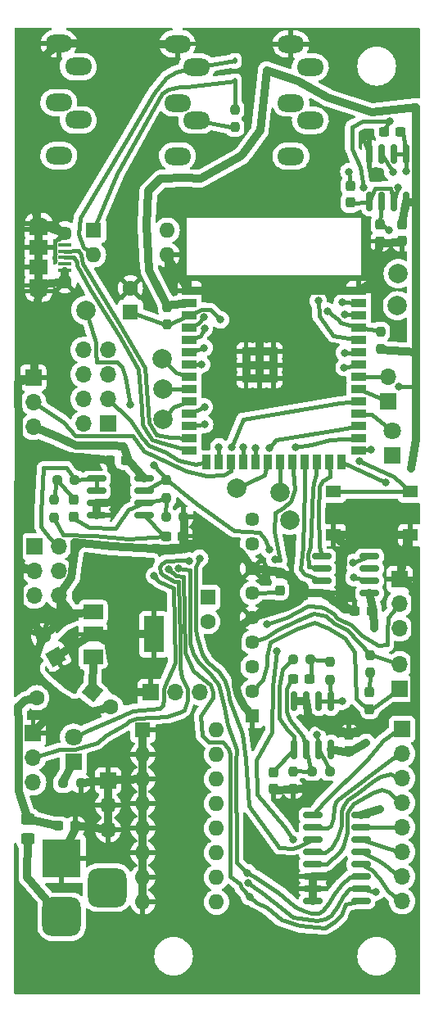
<source format=gbr>
G04 #@! TF.GenerationSoftware,KiCad,Pcbnew,7.0.9*
G04 #@! TF.CreationDate,2023-11-26T15:03:03-05:00*
G04 #@! TF.ProjectId,ESP32_AudioBoard_Rev3,45535033-325f-4417-9564-696f426f6172,rev?*
G04 #@! TF.SameCoordinates,Original*
G04 #@! TF.FileFunction,Copper,L1,Top*
G04 #@! TF.FilePolarity,Positive*
%FSLAX46Y46*%
G04 Gerber Fmt 4.6, Leading zero omitted, Abs format (unit mm)*
G04 Created by KiCad (PCBNEW 7.0.9) date 2023-11-26 15:03:03*
%MOMM*%
%LPD*%
G01*
G04 APERTURE LIST*
G04 Aperture macros list*
%AMRoundRect*
0 Rectangle with rounded corners*
0 $1 Rounding radius*
0 $2 $3 $4 $5 $6 $7 $8 $9 X,Y pos of 4 corners*
0 Add a 4 corners polygon primitive as box body*
4,1,4,$2,$3,$4,$5,$6,$7,$8,$9,$2,$3,0*
0 Add four circle primitives for the rounded corners*
1,1,$1+$1,$2,$3*
1,1,$1+$1,$4,$5*
1,1,$1+$1,$6,$7*
1,1,$1+$1,$8,$9*
0 Add four rect primitives between the rounded corners*
20,1,$1+$1,$2,$3,$4,$5,0*
20,1,$1+$1,$4,$5,$6,$7,0*
20,1,$1+$1,$6,$7,$8,$9,0*
20,1,$1+$1,$8,$9,$2,$3,0*%
%AMRotRect*
0 Rectangle, with rotation*
0 The origin of the aperture is its center*
0 $1 length*
0 $2 width*
0 $3 Rotation angle, in degrees counterclockwise*
0 Add horizontal line*
21,1,$1,$2,0,0,$3*%
G04 Aperture macros list end*
G04 #@! TA.AperFunction,ComponentPad*
%ADD10R,1.600000X1.600000*%
G04 #@! TD*
G04 #@! TA.AperFunction,ComponentPad*
%ADD11O,1.600000X1.600000*%
G04 #@! TD*
G04 #@! TA.AperFunction,SMDPad,CuDef*
%ADD12RoundRect,0.237500X-0.300000X-0.237500X0.300000X-0.237500X0.300000X0.237500X-0.300000X0.237500X0*%
G04 #@! TD*
G04 #@! TA.AperFunction,SMDPad,CuDef*
%ADD13RoundRect,0.237500X-0.237500X0.300000X-0.237500X-0.300000X0.237500X-0.300000X0.237500X0.300000X0*%
G04 #@! TD*
G04 #@! TA.AperFunction,ComponentPad*
%ADD14C,2.000000*%
G04 #@! TD*
G04 #@! TA.AperFunction,SMDPad,CuDef*
%ADD15RoundRect,0.150000X-0.150000X0.825000X-0.150000X-0.825000X0.150000X-0.825000X0.150000X0.825000X0*%
G04 #@! TD*
G04 #@! TA.AperFunction,SMDPad,CuDef*
%ADD16RoundRect,0.237500X0.300000X0.237500X-0.300000X0.237500X-0.300000X-0.237500X0.300000X-0.237500X0*%
G04 #@! TD*
G04 #@! TA.AperFunction,SMDPad,CuDef*
%ADD17RoundRect,0.237500X0.237500X-0.300000X0.237500X0.300000X-0.237500X0.300000X-0.237500X-0.300000X0*%
G04 #@! TD*
G04 #@! TA.AperFunction,ComponentPad*
%ADD18R,1.700000X1.700000*%
G04 #@! TD*
G04 #@! TA.AperFunction,ComponentPad*
%ADD19O,1.700000X1.700000*%
G04 #@! TD*
G04 #@! TA.AperFunction,SMDPad,CuDef*
%ADD20R,2.000000X1.500000*%
G04 #@! TD*
G04 #@! TA.AperFunction,SMDPad,CuDef*
%ADD21R,2.000000X3.800000*%
G04 #@! TD*
G04 #@! TA.AperFunction,SMDPad,CuDef*
%ADD22RoundRect,0.237500X-0.250000X-0.237500X0.250000X-0.237500X0.250000X0.237500X-0.250000X0.237500X0*%
G04 #@! TD*
G04 #@! TA.AperFunction,SMDPad,CuDef*
%ADD23RoundRect,0.237500X0.237500X-0.250000X0.237500X0.250000X-0.237500X0.250000X-0.237500X-0.250000X0*%
G04 #@! TD*
G04 #@! TA.AperFunction,ComponentPad*
%ADD24C,1.600000*%
G04 #@! TD*
G04 #@! TA.AperFunction,SMDPad,CuDef*
%ADD25RoundRect,0.150000X-0.825000X-0.150000X0.825000X-0.150000X0.825000X0.150000X-0.825000X0.150000X0*%
G04 #@! TD*
G04 #@! TA.AperFunction,ComponentPad*
%ADD26O,2.800000X1.800000*%
G04 #@! TD*
G04 #@! TA.AperFunction,ComponentPad*
%ADD27R,1.450000X1.450000*%
G04 #@! TD*
G04 #@! TA.AperFunction,ComponentPad*
%ADD28C,1.450000*%
G04 #@! TD*
G04 #@! TA.AperFunction,SMDPad,CuDef*
%ADD29RoundRect,0.237500X0.250000X0.237500X-0.250000X0.237500X-0.250000X-0.237500X0.250000X-0.237500X0*%
G04 #@! TD*
G04 #@! TA.AperFunction,SMDPad,CuDef*
%ADD30R,1.500000X0.900000*%
G04 #@! TD*
G04 #@! TA.AperFunction,SMDPad,CuDef*
%ADD31R,0.900000X1.500000*%
G04 #@! TD*
G04 #@! TA.AperFunction,SMDPad,CuDef*
%ADD32R,0.900000X0.900000*%
G04 #@! TD*
G04 #@! TA.AperFunction,SMDPad,CuDef*
%ADD33RoundRect,0.237500X-0.237500X0.250000X-0.237500X-0.250000X0.237500X-0.250000X0.237500X0.250000X0*%
G04 #@! TD*
G04 #@! TA.AperFunction,ComponentPad*
%ADD34R,1.800000X1.800000*%
G04 #@! TD*
G04 #@! TA.AperFunction,ComponentPad*
%ADD35C,1.800000*%
G04 #@! TD*
G04 #@! TA.AperFunction,ComponentPad*
%ADD36RotRect,1.600000X1.600000X320.000000*%
G04 #@! TD*
G04 #@! TA.AperFunction,ComponentPad*
%ADD37R,4.000000X4.000000*%
G04 #@! TD*
G04 #@! TA.AperFunction,ComponentPad*
%ADD38RoundRect,1.000000X1.000000X-1.000000X1.000000X1.000000X-1.000000X1.000000X-1.000000X-1.000000X0*%
G04 #@! TD*
G04 #@! TA.AperFunction,ComponentPad*
%ADD39RotRect,1.600000X1.600000X120.000000*%
G04 #@! TD*
G04 #@! TA.AperFunction,SMDPad,CuDef*
%ADD40R,1.550000X1.300000*%
G04 #@! TD*
G04 #@! TA.AperFunction,SMDPad,CuDef*
%ADD41R,1.350000X0.400000*%
G04 #@! TD*
G04 #@! TA.AperFunction,ComponentPad*
%ADD42O,1.900000X1.200000*%
G04 #@! TD*
G04 #@! TA.AperFunction,SMDPad,CuDef*
%ADD43R,1.900000X1.200000*%
G04 #@! TD*
G04 #@! TA.AperFunction,SMDPad,CuDef*
%ADD44R,1.900000X1.500000*%
G04 #@! TD*
G04 #@! TA.AperFunction,SMDPad,CuDef*
%ADD45RoundRect,0.250000X0.450000X-0.325000X0.450000X0.325000X-0.450000X0.325000X-0.450000X-0.325000X0*%
G04 #@! TD*
G04 #@! TA.AperFunction,SMDPad,CuDef*
%ADD46RoundRect,0.112500X0.112500X-0.187500X0.112500X0.187500X-0.112500X0.187500X-0.112500X-0.187500X0*%
G04 #@! TD*
G04 #@! TA.AperFunction,ViaPad*
%ADD47C,1.600000*%
G04 #@! TD*
G04 #@! TA.AperFunction,ViaPad*
%ADD48C,0.800000*%
G04 #@! TD*
G04 #@! TA.AperFunction,Conductor*
%ADD49C,0.812800*%
G04 #@! TD*
G04 #@! TA.AperFunction,Conductor*
%ADD50C,0.406400*%
G04 #@! TD*
G04 APERTURE END LIST*
D10*
X23820000Y-91610000D03*
D11*
X23820000Y-94150000D03*
X23820000Y-96690000D03*
X23820000Y-99230000D03*
X23820000Y-101770000D03*
X23820000Y-104310000D03*
X23820000Y-106850000D03*
X23820000Y-109390000D03*
X31440000Y-109390000D03*
X31440000Y-106850000D03*
X31440000Y-104310000D03*
X31440000Y-101770000D03*
X31440000Y-99230000D03*
X31440000Y-96690000D03*
X31440000Y-94150000D03*
X31440000Y-91610000D03*
D12*
X26230393Y-71561839D03*
X27955393Y-71561839D03*
D13*
X37365003Y-95960001D03*
X37365003Y-97685001D03*
D10*
X18720000Y-39945000D03*
D11*
X18720000Y-42485000D03*
X26340000Y-42485000D03*
X26340000Y-39945000D03*
D14*
X17930000Y-48200000D03*
D15*
X43295003Y-88660002D03*
X42025003Y-88660002D03*
X40755003Y-88660002D03*
X39485003Y-88660002D03*
X39485003Y-93610002D03*
X40755003Y-93610002D03*
X42025003Y-93610002D03*
X43295003Y-93610002D03*
D16*
X16830000Y-101530000D03*
X15105000Y-101530000D03*
D14*
X50230000Y-44430000D03*
D17*
X16715393Y-69536839D03*
X16715393Y-67811839D03*
D18*
X50630000Y-91525000D03*
D19*
X50630000Y-94065000D03*
X50630000Y-96605000D03*
X50630000Y-99145000D03*
X50630000Y-101685000D03*
X50630000Y-104225000D03*
X50630000Y-106765000D03*
X50630000Y-109305000D03*
D20*
X18680000Y-79420000D03*
X18680000Y-81720000D03*
X18680000Y-84020000D03*
D21*
X24980000Y-81720000D03*
D15*
X51085000Y-32055000D03*
X49815000Y-32055000D03*
X48545000Y-32055000D03*
X47275000Y-32055000D03*
X47275000Y-37005000D03*
X48545000Y-37005000D03*
X49815000Y-37005000D03*
X51085000Y-37005000D03*
D22*
X26212893Y-69561839D03*
X28037893Y-69561839D03*
D14*
X50150000Y-47750000D03*
D23*
X26245393Y-67604339D03*
X26245393Y-65779339D03*
D10*
X30520000Y-77910000D03*
D24*
X30520000Y-80410000D03*
D23*
X48400000Y-52242500D03*
X48400000Y-50417500D03*
D14*
X25870000Y-59470000D03*
D13*
X48360000Y-39360000D03*
X48360000Y-41085000D03*
D25*
X19030393Y-65626839D03*
X19030393Y-66896839D03*
X19030393Y-68166839D03*
X19030393Y-69436839D03*
X23980393Y-69436839D03*
X23980393Y-68166839D03*
X23980393Y-66896839D03*
X23980393Y-65626839D03*
D26*
X41140000Y-28590000D03*
X39140000Y-26790000D03*
X39140000Y-20690000D03*
X41140000Y-23090000D03*
X39140000Y-32290000D03*
D25*
X42300000Y-73670000D03*
X42300000Y-74940000D03*
X42300000Y-76210000D03*
X42300000Y-77480000D03*
X47250000Y-77480000D03*
X47250000Y-76210000D03*
X47250000Y-74940000D03*
X47250000Y-73670000D03*
D18*
X50400000Y-87360000D03*
D19*
X50400000Y-84820000D03*
D14*
X25860000Y-53210000D03*
D23*
X47290000Y-85672500D03*
X47290000Y-83847500D03*
D27*
X35110000Y-90160000D03*
D28*
X35110000Y-87620000D03*
X35110000Y-85080000D03*
X35110000Y-82540000D03*
X35110000Y-80000000D03*
X35110000Y-77460000D03*
X35110000Y-74920000D03*
X35110000Y-72380000D03*
X35110000Y-69840000D03*
D29*
X41172500Y-84320000D03*
X39347500Y-84320000D03*
D18*
X50370000Y-76010000D03*
D19*
X50370000Y-78550000D03*
X50370000Y-81090000D03*
D18*
X12600000Y-72630000D03*
D19*
X15140000Y-72630000D03*
X12600000Y-75170000D03*
X15140000Y-75170000D03*
X12600000Y-77710000D03*
X15140000Y-77710000D03*
D12*
X45737500Y-79320000D03*
X47462500Y-79320000D03*
D17*
X47280000Y-89450000D03*
X47280000Y-87725000D03*
D30*
X28650000Y-46170000D03*
X28650000Y-47440000D03*
X28650000Y-48710000D03*
X28650000Y-49980000D03*
X28650000Y-51250000D03*
X28650000Y-52520000D03*
X28650000Y-53790000D03*
X28650000Y-55060000D03*
X28650000Y-56330000D03*
X28650000Y-57600000D03*
X28650000Y-58870000D03*
X28650000Y-60140000D03*
X28650000Y-61410000D03*
X28650000Y-62680000D03*
D31*
X30415000Y-63930000D03*
X31685000Y-63930000D03*
X32955000Y-63930000D03*
X34225000Y-63930000D03*
X35495000Y-63930000D03*
X36765000Y-63930000D03*
X38035000Y-63930000D03*
X39305000Y-63930000D03*
X40575000Y-63930000D03*
X41845000Y-63930000D03*
X43115000Y-63930000D03*
X44385000Y-63930000D03*
D30*
X46150000Y-62680000D03*
X46150000Y-61410000D03*
X46150000Y-60140000D03*
X46150000Y-58870000D03*
X46150000Y-57600000D03*
X46150000Y-56330000D03*
X46150000Y-55060000D03*
X46150000Y-53790000D03*
X46150000Y-52520000D03*
X46150000Y-51250000D03*
X46150000Y-49980000D03*
X46150000Y-48710000D03*
X46150000Y-47440000D03*
X46150000Y-46170000D03*
D32*
X34500000Y-52490000D03*
X34500000Y-53890000D03*
X34500000Y-55290000D03*
X34500000Y-55290000D03*
X35900000Y-52490000D03*
X35900000Y-52490000D03*
X35900000Y-53890000D03*
X35900000Y-55290000D03*
X37300000Y-52490000D03*
X37300000Y-53890000D03*
X37300000Y-55290000D03*
D22*
X41322502Y-95880000D03*
X43147502Y-95880000D03*
D13*
X45260000Y-35360000D03*
X45260000Y-37085000D03*
D18*
X49210000Y-57610000D03*
D19*
X49210000Y-55070000D03*
D26*
X17140000Y-28545000D03*
X15140000Y-26745000D03*
X15140000Y-20645000D03*
X17140000Y-23045000D03*
X15140000Y-32245000D03*
D14*
X39020000Y-69950000D03*
D33*
X14610000Y-67817500D03*
X14610000Y-69642500D03*
D25*
X41425000Y-100425000D03*
X41425000Y-101695000D03*
X41425000Y-102965000D03*
X41425000Y-104235000D03*
X41425000Y-105505000D03*
X41425000Y-106775000D03*
X41425000Y-108045000D03*
X41425000Y-109315000D03*
X46375000Y-109315000D03*
X46375000Y-108045000D03*
X46375000Y-106775000D03*
X46375000Y-105505000D03*
X46375000Y-104235000D03*
X46375000Y-102965000D03*
X46375000Y-101695000D03*
X46375000Y-100425000D03*
D34*
X49640000Y-63225000D03*
D35*
X49640000Y-60685000D03*
D18*
X20220000Y-96820000D03*
D19*
X20220000Y-99360000D03*
X20220000Y-101900000D03*
D33*
X39365001Y-95867502D03*
X39365001Y-97692502D03*
D36*
X18604889Y-87643031D03*
D24*
X20520000Y-89250000D03*
D13*
X50620000Y-39347500D03*
X50620000Y-41072500D03*
D37*
X15430000Y-104900000D03*
D38*
X15430000Y-110900000D03*
X20130000Y-107900000D03*
D14*
X25890000Y-56330000D03*
D12*
X48770000Y-29750000D03*
X50495000Y-29750000D03*
D39*
X14800000Y-84015063D03*
D24*
X13550000Y-81849999D03*
D12*
X20410000Y-63770000D03*
X22135000Y-63770000D03*
D23*
X33330000Y-29292500D03*
X33330000Y-27467500D03*
X43155001Y-86382501D03*
X43155001Y-84557501D03*
D10*
X22540000Y-48420000D03*
D24*
X22540000Y-45920000D03*
D40*
X51475000Y-71460000D03*
X43525000Y-71460000D03*
X51475000Y-66960000D03*
X43525000Y-66960000D03*
D41*
X15770000Y-41450000D03*
X15770000Y-42100000D03*
X15770000Y-42750000D03*
X15770000Y-43400000D03*
X15770000Y-44050000D03*
D42*
X13070000Y-39250000D03*
D43*
X13070000Y-39850000D03*
D28*
X15770000Y-40250000D03*
D44*
X13070000Y-41750000D03*
X13070000Y-43750000D03*
D28*
X15770000Y-45250000D03*
D43*
X13070000Y-45650000D03*
D42*
X13070000Y-46250000D03*
D29*
X16777893Y-65771839D03*
X14952893Y-65771839D03*
D26*
X29400000Y-28580000D03*
X27400000Y-26780000D03*
X27400000Y-20680000D03*
X29400000Y-23080000D03*
X27400000Y-32280000D03*
D18*
X12490000Y-55190000D03*
D19*
X12490000Y-57730000D03*
X12490000Y-60270000D03*
D18*
X24630000Y-87720000D03*
D19*
X27170000Y-87720000D03*
X29710000Y-87720000D03*
D45*
X11969998Y-102869999D03*
X11969998Y-100819999D03*
D18*
X20245000Y-59940000D03*
D19*
X17705000Y-59940000D03*
X20245000Y-57400000D03*
X17705000Y-57400000D03*
X20245000Y-54860000D03*
X17705000Y-54860000D03*
X20245000Y-52320000D03*
X17705000Y-52320000D03*
D18*
X12480000Y-91930000D03*
D19*
X12480000Y-94470000D03*
X12480000Y-97010000D03*
D17*
X45145001Y-93812500D03*
X45145001Y-92087500D03*
D12*
X39360000Y-86340001D03*
X41085000Y-86340001D03*
D33*
X26340000Y-47857500D03*
X26340000Y-49682500D03*
D17*
X37970000Y-77172500D03*
X37970000Y-75447500D03*
D14*
X33490000Y-66600000D03*
D22*
X15577500Y-97110000D03*
X17402500Y-97110000D03*
D46*
X33330000Y-24537500D03*
X33330000Y-22437500D03*
D14*
X37970000Y-67030000D03*
D34*
X16650000Y-94895000D03*
D35*
X16650000Y-92355000D03*
D47*
X12850000Y-88280000D03*
D48*
X46520000Y-30410000D03*
X46760000Y-70300000D03*
X39761765Y-78361765D03*
X42380000Y-97480000D03*
X43430000Y-106770000D03*
X50300000Y-56080000D03*
X51520000Y-64610000D03*
X47740000Y-81100000D03*
X48360000Y-99770000D03*
X36620000Y-23390000D03*
X46940000Y-92920000D03*
X44450000Y-88630000D03*
X46190000Y-63800000D03*
X31840000Y-49200000D03*
X25010000Y-75670000D03*
X36920000Y-62470000D03*
X36880000Y-72970000D03*
X25010000Y-64260000D03*
X41840000Y-92120000D03*
X44450000Y-47420000D03*
X44710000Y-48650000D03*
X30170000Y-48910000D03*
X30180000Y-50110000D03*
X30160000Y-52090000D03*
X29880000Y-53830000D03*
X30210000Y-60020000D03*
X30180000Y-58220000D03*
X22510000Y-57960000D03*
X39600000Y-62370000D03*
X47420000Y-62640000D03*
X36670000Y-80670000D03*
X41950000Y-47260000D03*
X42920000Y-48320000D03*
X44640000Y-54130000D03*
X44670000Y-52620000D03*
X28620000Y-74140000D03*
X34210000Y-62340000D03*
X45610000Y-75830000D03*
X45520000Y-74320000D03*
X29690000Y-73860000D03*
X35510000Y-62430000D03*
X34840000Y-108830000D03*
X26530000Y-75020000D03*
X31690000Y-62350000D03*
X34700000Y-107440000D03*
X48900000Y-65980000D03*
X47920000Y-108340000D03*
X34640000Y-106380000D03*
X33040000Y-62350000D03*
X27550000Y-74900000D03*
X37460000Y-74010000D03*
X39340000Y-102950000D03*
X37650000Y-83420000D03*
X49680000Y-33940000D03*
X46680000Y-35500000D03*
X49390000Y-28690000D03*
X51050000Y-33860000D03*
X45140000Y-33900000D03*
X50200000Y-35520000D03*
X49230000Y-39980000D03*
D49*
X10970000Y-90990000D02*
X10940412Y-89250000D01*
X18604889Y-87643031D02*
X18680000Y-84020000D01*
X11700000Y-88543734D02*
X12850000Y-88280000D01*
X11969998Y-100819999D02*
X10970000Y-97940000D01*
X11969998Y-100819999D02*
X14930000Y-101530000D01*
X10970000Y-97940000D02*
X10970000Y-90990000D01*
X10940412Y-89250000D02*
X11700000Y-88543734D01*
X40980000Y-90130000D02*
X42450000Y-91220000D01*
X43365000Y-71470000D02*
X46700000Y-71470000D01*
X52000000Y-79090000D02*
X51973582Y-77600000D01*
X17390000Y-63420000D02*
X14700000Y-63200000D01*
X13550000Y-81849999D02*
X11080000Y-78780000D01*
X12770000Y-22750000D02*
X15140000Y-20645000D01*
D50*
X46520000Y-30410000D02*
X47275000Y-32055000D01*
X46760000Y-70300000D02*
X46700000Y-71470000D01*
D49*
X25040000Y-72897802D02*
X27996223Y-72810000D01*
X12390000Y-85160000D02*
X13550000Y-81849999D01*
X47550000Y-91330000D02*
X48590000Y-90620000D01*
X35900000Y-55290000D02*
X34500000Y-55290000D01*
X23820000Y-96690000D02*
X23820000Y-94150000D01*
X35110000Y-74920000D02*
X33970000Y-73180000D01*
X46150000Y-46170000D02*
X47510000Y-45390000D01*
X36030000Y-46170000D02*
X28650000Y-46170000D01*
X34289310Y-89160690D02*
X33694459Y-88010000D01*
X35900000Y-52490000D02*
X36030000Y-46170000D01*
X15770000Y-45250000D02*
X15770000Y-44206400D01*
X48590000Y-90620000D02*
X49240000Y-89540000D01*
X10931400Y-55680000D02*
X12550000Y-55130000D01*
X34500000Y-53890000D02*
X35900000Y-53890000D01*
X23820000Y-94150000D02*
X23820000Y-91610000D01*
X51870000Y-89110000D02*
X51880000Y-87130000D01*
X40200000Y-77430000D02*
X39300000Y-76010000D01*
X16787916Y-73290000D02*
X16787284Y-72189317D01*
X46150000Y-46170000D02*
X36030000Y-46170000D01*
X15700000Y-88430000D02*
X13480000Y-86560000D01*
X19030393Y-68166839D02*
X21420000Y-68030000D01*
X35110000Y-74920000D02*
X37970000Y-75272500D01*
X28130393Y-71561839D02*
X28125393Y-69561839D01*
X35110000Y-80000000D02*
X33650000Y-81090000D01*
X20520000Y-89250000D02*
X18630000Y-89720000D01*
X13070000Y-39250000D02*
X11880000Y-34170000D01*
X45562500Y-79320000D02*
X44077511Y-78482489D01*
X44077511Y-78482489D02*
X44690000Y-72480000D01*
X18630000Y-89720000D02*
X15700000Y-88430000D01*
X28045670Y-72350000D02*
X27996223Y-72810000D01*
X39365001Y-97780002D02*
X42380000Y-97480000D01*
X16500000Y-79640000D02*
X15020000Y-77720000D01*
X13480000Y-86560000D02*
X12390000Y-85160000D01*
X12480000Y-91930000D02*
X15700000Y-88430000D01*
X16500000Y-79640000D02*
X18680000Y-79420000D01*
X34500000Y-52490000D02*
X34500000Y-53890000D01*
X13070000Y-46250000D02*
X13070000Y-45650000D01*
X23820000Y-109390000D02*
X23820000Y-106850000D01*
X41425000Y-106775000D02*
X41425000Y-108045000D01*
X51880000Y-87130000D02*
X52000000Y-79090000D01*
X15770000Y-45250000D02*
X13070000Y-45650000D01*
X20235000Y-63770000D02*
X17390000Y-63420000D01*
X45145001Y-91912500D02*
X47550000Y-91330000D01*
X25040000Y-72897802D02*
X20630000Y-72660300D01*
X40070000Y-78190000D02*
X40200000Y-77430000D01*
X47510000Y-45390000D02*
X48360000Y-41260000D01*
X38760000Y-78920000D02*
X39761765Y-78361765D01*
X16421549Y-75821549D02*
X16787916Y-73290000D01*
X44690000Y-72480000D02*
X43365000Y-71470000D01*
X23820000Y-106850000D02*
X23820000Y-104310000D01*
X13070000Y-45650000D02*
X13070000Y-43750000D01*
X35900000Y-53890000D02*
X35900000Y-52490000D01*
X16787284Y-72189317D02*
X20630000Y-72660300D01*
X11030000Y-74670000D02*
X12480000Y-75180000D01*
X35900000Y-53890000D02*
X37300000Y-53890000D01*
X37300000Y-53890000D02*
X37300000Y-55290000D01*
X23820000Y-99230000D02*
X23820000Y-96690000D01*
X13070000Y-41750000D02*
X13070000Y-39850000D01*
X51973582Y-77600000D02*
X51571029Y-76748971D01*
X14700000Y-63200000D02*
X10972146Y-63340000D01*
X35900000Y-53890000D02*
X35900000Y-55290000D01*
X49240000Y-89540000D02*
X51870000Y-89110000D01*
X35900000Y-52490000D02*
X34500000Y-52490000D01*
X50620000Y-41247500D02*
X48360000Y-41260000D01*
X11880000Y-34170000D02*
X11900982Y-29540000D01*
X11023600Y-73380000D02*
X11030000Y-74670000D01*
X10960000Y-60970000D02*
X10931400Y-55680000D01*
X40755003Y-88660002D02*
X40980000Y-90130000D01*
X37300000Y-55290000D02*
X35900000Y-55290000D01*
X13070000Y-39250000D02*
X15770000Y-40250000D01*
X20235000Y-63770000D02*
X21220000Y-65660000D01*
X15140000Y-77710000D02*
X16421549Y-75821549D01*
X21220000Y-65660000D02*
X21420000Y-68030000D01*
X20220000Y-96820000D02*
X23820000Y-96690000D01*
X51315000Y-71470000D02*
X50370000Y-76010000D01*
X23820000Y-101770000D02*
X23820000Y-99230000D01*
X17490000Y-97110000D02*
X20220000Y-96820000D01*
X20220000Y-99360000D02*
X20220000Y-96820000D01*
X11090000Y-76180000D02*
X11030000Y-74670000D01*
X33970000Y-73180000D02*
X30460000Y-72440000D01*
X11900982Y-29540000D02*
X12770000Y-22750000D01*
X41425000Y-106775000D02*
X43430000Y-106770000D01*
X37365003Y-97860001D02*
X39365001Y-97780002D01*
X35110000Y-80000000D02*
X38760000Y-78920000D01*
X41425000Y-108045000D02*
X41425000Y-109315000D01*
X12490000Y-55190000D02*
X13070000Y-46250000D01*
X28130393Y-71561839D02*
X28045670Y-72350000D01*
X42300000Y-77480000D02*
X40200000Y-77430000D01*
X13550000Y-81849999D02*
X16500000Y-79640000D01*
X40755003Y-88660002D02*
X39507890Y-88659525D01*
X19030393Y-69436839D02*
X19030393Y-68166839D01*
X23820000Y-104310000D02*
X23820000Y-101770000D01*
X34500000Y-55290000D02*
X34500000Y-53890000D01*
X28045670Y-72350000D02*
X30460000Y-72440000D01*
X13070000Y-43750000D02*
X13070000Y-41750000D01*
X39761765Y-78361765D02*
X40070000Y-78190000D01*
X37300000Y-52490000D02*
X35900000Y-52490000D01*
X11080000Y-78780000D02*
X11090000Y-76180000D01*
X42450000Y-91220000D02*
X45145001Y-91912500D01*
X37300000Y-52490000D02*
X37300000Y-53890000D01*
X17005000Y-101530000D02*
X20220000Y-101900000D01*
X33694459Y-88010000D02*
X33448057Y-86980000D01*
X51571029Y-76748971D02*
X50370000Y-76010000D01*
X10960000Y-60970000D02*
X10972146Y-63340000D01*
X20220000Y-101900000D02*
X20220000Y-99360000D01*
X28650000Y-46170000D02*
X26130000Y-42495000D01*
X44077511Y-78482489D02*
X42300000Y-77480000D01*
X10972146Y-63340000D02*
X11023600Y-73380000D01*
X33650000Y-81090000D02*
X33448057Y-86980000D01*
X39300000Y-76010000D02*
X37970000Y-75272500D01*
X15140000Y-20645000D02*
X27400000Y-20680000D01*
X34289310Y-89160690D02*
X35110000Y-90160000D01*
X46700000Y-71470000D02*
X51315000Y-71470000D01*
X13070000Y-39850000D02*
X13070000Y-39250000D01*
X15350000Y-104890000D02*
X17005000Y-101530000D01*
X20560000Y-84480000D02*
X20226550Y-82503450D01*
X24170000Y-39400000D02*
X24380000Y-35900000D01*
X47637500Y-79320000D02*
X47740000Y-81100000D01*
X18680000Y-81720000D02*
X20226550Y-82503450D01*
X26340000Y-47770000D02*
X28650000Y-47440000D01*
D50*
X50300000Y-56080000D02*
X52068600Y-56090000D01*
D49*
X52068600Y-52520000D02*
X48400000Y-52330000D01*
X26340000Y-47770000D02*
X24500000Y-44120000D01*
X51520000Y-64610000D02*
X52068600Y-61610000D01*
X24500000Y-44120000D02*
X24170000Y-39400000D01*
X24630000Y-87720000D02*
X21970000Y-87580000D01*
X15120000Y-61400000D02*
X12490000Y-60270000D01*
X46375000Y-100425000D02*
X48360000Y-99770000D01*
X14800000Y-84015063D02*
X18680000Y-81720000D01*
X52068600Y-56090000D02*
X52068600Y-52520000D01*
X25690000Y-34610000D02*
X28200000Y-34540000D01*
X52068600Y-27200000D02*
X47480000Y-27720000D01*
X42960000Y-26260000D02*
X39850000Y-24495413D01*
X34060000Y-32240000D02*
X35940000Y-29650000D01*
X47480000Y-27720000D02*
X42960000Y-26260000D01*
X51085000Y-37005000D02*
X52068600Y-37130000D01*
X15120000Y-61400000D02*
X16950000Y-62170000D01*
X35940000Y-29650000D02*
X36620000Y-23390000D01*
X21970000Y-87580000D02*
X20560000Y-84480000D01*
X20660000Y-62230000D02*
X21820000Y-62270000D01*
X52068600Y-52520000D02*
X52068600Y-37130000D01*
X47637500Y-79320000D02*
X47250000Y-77480000D01*
X16950000Y-62170000D02*
X20660000Y-62230000D01*
X52068600Y-37130000D02*
X52068600Y-27200000D01*
X36620000Y-23390000D02*
X39850000Y-24495413D01*
X45145001Y-93987500D02*
X46940000Y-92920000D01*
X22310000Y-63770000D02*
X23980393Y-65626839D01*
X21820000Y-62270000D02*
X22310000Y-63770000D01*
X28200000Y-34540000D02*
X29810000Y-34590000D01*
X29810000Y-34590000D02*
X34060000Y-32240000D01*
X24980000Y-81720000D02*
X18680000Y-81720000D01*
X24380000Y-35900000D02*
X25690000Y-34610000D01*
X52068600Y-61610000D02*
X52068600Y-56090000D01*
X50620000Y-39172500D02*
X51085000Y-37005000D01*
X45145001Y-93987500D02*
X43295003Y-93610002D01*
D50*
X37970000Y-77347500D02*
X35110000Y-77460000D01*
X39670000Y-81150000D02*
X37000000Y-82560000D01*
X45720000Y-83540000D02*
X44660000Y-82100000D01*
X41550000Y-80480000D02*
X39670000Y-81150000D01*
X36191136Y-86461136D02*
X35110000Y-87620000D01*
X36640000Y-83980000D02*
X36640000Y-84930000D01*
X47280000Y-89625000D02*
X45850000Y-88330000D01*
X36191136Y-86461136D02*
X36640000Y-84930000D01*
X43040000Y-81050000D02*
X41550000Y-80480000D01*
X37000000Y-82560000D02*
X36640000Y-83980000D01*
X44660000Y-82100000D02*
X43040000Y-81050000D01*
X47280000Y-89625000D02*
X50400000Y-87360000D01*
X45850000Y-88330000D02*
X45720000Y-83540000D01*
X47290000Y-85760000D02*
X47280000Y-87550000D01*
X43295003Y-88660002D02*
X44450000Y-88630000D01*
X43295003Y-88660002D02*
X43155001Y-86470001D01*
X42025003Y-88660002D02*
X43295003Y-88660002D01*
X14610000Y-67730000D02*
X14865393Y-65771839D01*
X16715393Y-67636839D02*
X14865393Y-65771839D01*
X15600000Y-71450000D02*
X18820000Y-71530000D01*
X14610000Y-69730000D02*
X15600000Y-71450000D01*
X18820000Y-71530000D02*
X22320000Y-71880000D01*
X22320000Y-71880000D02*
X26055393Y-71561839D01*
X23980393Y-69436839D02*
X26055393Y-71561839D01*
X38670000Y-87310000D02*
X38719583Y-89690000D01*
X40755003Y-93610002D02*
X40371103Y-92230000D01*
X39007260Y-90602740D02*
X38719583Y-89690000D01*
X40371103Y-92230000D02*
X39007260Y-90602740D01*
X40755003Y-93610002D02*
X41235002Y-95880000D01*
X39185000Y-86340001D02*
X38670000Y-87310000D01*
X41235002Y-95880000D02*
X39365001Y-95780002D01*
X41260000Y-84320000D02*
X43155001Y-84470001D01*
X41260000Y-86340001D02*
X41260000Y-84320000D01*
X39260000Y-84320000D02*
X38260000Y-85360000D01*
X39485003Y-93610002D02*
X39490000Y-92270000D01*
X38260000Y-85360000D02*
X37960000Y-87110000D01*
X37365003Y-95785001D02*
X39485003Y-93610002D01*
X38804848Y-91625152D02*
X37960000Y-90380000D01*
X37960000Y-87110000D02*
X37960000Y-90380000D01*
X39490000Y-92270000D02*
X38804848Y-91625152D01*
X49790000Y-65440000D02*
X46190000Y-63800000D01*
X26340000Y-49770000D02*
X22540000Y-48420000D01*
X30820000Y-48170000D02*
X29860000Y-48120000D01*
X43525000Y-66960000D02*
X51475000Y-66960000D01*
X29860000Y-48120000D02*
X28650000Y-48710000D01*
X51475000Y-66960000D02*
X49790000Y-65440000D01*
X31840000Y-49200000D02*
X30820000Y-48170000D01*
X26340000Y-49770000D02*
X28650000Y-48710000D01*
X25425405Y-26555405D02*
X25840000Y-25790000D01*
X21200000Y-34090000D02*
X18720000Y-39945000D01*
X25840000Y-25790000D02*
X26466643Y-25386643D01*
X27640000Y-25152500D02*
X28390000Y-25090000D01*
X33330000Y-24537500D02*
X33330000Y-27380000D01*
X28390000Y-25090000D02*
X33330000Y-24537500D01*
X25425405Y-26555405D02*
X21200000Y-34090000D01*
X26466643Y-25386643D02*
X27640000Y-25152500D01*
X17200000Y-40400000D02*
X17650000Y-41710000D01*
X26271837Y-24181837D02*
X27250000Y-23604390D01*
X22120000Y-30700000D02*
X24973974Y-25833974D01*
X27250000Y-23604390D02*
X29400000Y-23080000D01*
X17650000Y-41710000D02*
X18670000Y-42485000D01*
X29400000Y-23080000D02*
X33330000Y-22437500D01*
X26271837Y-24181837D02*
X24973974Y-25833974D01*
X17350000Y-38670000D02*
X17200000Y-40400000D01*
X17350000Y-38670000D02*
X22120000Y-30700000D01*
X44390000Y-60530000D02*
X37610000Y-61630000D01*
X25989033Y-87430000D02*
X25980000Y-88410000D01*
X18090832Y-91630832D02*
X16650000Y-92355000D01*
X25010000Y-75670000D02*
X25506232Y-76243768D01*
X25989033Y-87430000D02*
X26059623Y-87110000D01*
X25540000Y-89400313D02*
X22760000Y-89622080D01*
X26059623Y-87110000D02*
X27140338Y-84679768D01*
X21710863Y-90120863D02*
X18090832Y-91630832D01*
X46150000Y-60140000D02*
X44390000Y-60530000D01*
X22760000Y-89622080D02*
X21710863Y-90120863D01*
X27140338Y-84679768D02*
X27030000Y-76950000D01*
X25980000Y-88410000D02*
X25940625Y-89040000D01*
X25540000Y-89400313D02*
X25940625Y-89040000D01*
X37610000Y-61630000D02*
X36920000Y-62470000D01*
X27030000Y-76950000D02*
X25506232Y-76243768D01*
X47490000Y-58960000D02*
X46150000Y-58870000D01*
X49640000Y-60685000D02*
X47490000Y-58960000D01*
D49*
X11880000Y-106820000D02*
X11969998Y-102869999D01*
X15350000Y-110890000D02*
X11880000Y-106820000D01*
D50*
X44980000Y-81280000D02*
X43627000Y-80599126D01*
X47290000Y-83760000D02*
X44980000Y-81280000D01*
X42710000Y-79850000D02*
X41500000Y-79600000D01*
X36530000Y-82010000D02*
X35110000Y-82540000D01*
X39730000Y-80360000D02*
X37770000Y-81260000D01*
X50400000Y-84820000D02*
X47290000Y-83760000D01*
X41500000Y-79600000D02*
X39730000Y-80360000D01*
X43627000Y-80599126D02*
X42710000Y-79850000D01*
X37770000Y-81260000D02*
X36530000Y-82010000D01*
X42830000Y-105474053D02*
X41425000Y-105505000D01*
X44931675Y-102160000D02*
X44992617Y-100200000D01*
X49927313Y-98722687D02*
X50290000Y-99110000D01*
X44194816Y-104224816D02*
X44502953Y-103652953D01*
X48520000Y-97791084D02*
X47539488Y-98069488D01*
X44194816Y-104224816D02*
X42830000Y-105474053D01*
X45081757Y-99850000D02*
X45651160Y-99221160D01*
X44502953Y-103652953D02*
X44931675Y-102160000D01*
X44992617Y-100200000D02*
X45081757Y-99850000D01*
X49230955Y-97979045D02*
X49927313Y-98722687D01*
X45651160Y-99221160D02*
X47539488Y-98069488D01*
X50630000Y-99145000D02*
X49927313Y-98722687D01*
X49230955Y-97979045D02*
X48520000Y-97791084D01*
X44591173Y-99361173D02*
X45030967Y-98800967D01*
X45030967Y-98800967D02*
X45705671Y-98345671D01*
X47830000Y-96720000D02*
X48456804Y-96396804D01*
X49431183Y-96198817D02*
X48456804Y-96396804D01*
X45705671Y-98345671D02*
X47830000Y-96720000D01*
X50630000Y-96605000D02*
X49738402Y-96331598D01*
X41425000Y-104235000D02*
X42700000Y-104287392D01*
X49738402Y-96331598D02*
X50290000Y-96570000D01*
X43368987Y-103758987D02*
X43972335Y-102732335D01*
X44327519Y-101490000D02*
X44382022Y-99990000D01*
X44591173Y-99361173D02*
X44382022Y-99990000D01*
X49431183Y-96198817D02*
X49738402Y-96331598D01*
X42700000Y-104287392D02*
X43368987Y-103758987D01*
X43972335Y-102732335D02*
X44327519Y-101490000D01*
X49490085Y-94630085D02*
X43989814Y-98756315D01*
X43577548Y-99620000D02*
X43540192Y-100730000D01*
X43577548Y-99620000D02*
X43733190Y-99073190D01*
X50630000Y-94065000D02*
X49490085Y-94630085D01*
X43989814Y-98756315D02*
X43733190Y-99073190D01*
X43271275Y-101511275D02*
X43540192Y-100730000D01*
X43271275Y-101511275D02*
X42930000Y-101760000D01*
X50290000Y-94030000D02*
X49490085Y-94630085D01*
X42930000Y-101760000D02*
X41425000Y-101695000D01*
X42540000Y-99020000D02*
X47000000Y-94680000D01*
X48690000Y-92670000D02*
X49587842Y-92007842D01*
X49587842Y-92007842D02*
X50290000Y-91490000D01*
X41425000Y-100425000D02*
X42540000Y-99020000D01*
X47000000Y-94680000D02*
X48690000Y-92670000D01*
X50630000Y-91525000D02*
X49587842Y-92007842D01*
X50630000Y-106765000D02*
X49783036Y-106326964D01*
X49783036Y-106326964D02*
X48730111Y-105489889D01*
X50290000Y-106730000D02*
X49783036Y-106326964D01*
X48730111Y-105489889D02*
X48045532Y-105024468D01*
X48045532Y-105024468D02*
X46375000Y-104235000D01*
X50630000Y-104225000D02*
X49560000Y-103961584D01*
X49560000Y-103961584D02*
X46375000Y-102965000D01*
X50290000Y-104190000D02*
X49560000Y-103961584D01*
X50630000Y-101685000D02*
X49740000Y-101656322D01*
X49740000Y-101656322D02*
X46375000Y-101695000D01*
X50290000Y-101650000D02*
X49740000Y-101656322D01*
X49715417Y-108724583D02*
X50630000Y-109305000D01*
X49715417Y-108724583D02*
X49222917Y-108257083D01*
X49222917Y-108257083D02*
X48273430Y-106876570D01*
X47515921Y-106104079D02*
X46375000Y-105505000D01*
X50290000Y-109270000D02*
X49715417Y-108724583D01*
X48273430Y-106876570D02*
X47515921Y-106104079D01*
X36880000Y-72970000D02*
X36520000Y-71910000D01*
X26245393Y-65691839D02*
X25010000Y-64260000D01*
X33230000Y-70970000D02*
X35880000Y-71150000D01*
X26245393Y-65691839D02*
X29380000Y-68250000D01*
X36520000Y-71910000D02*
X35880000Y-71150000D01*
X23980393Y-66896839D02*
X26245393Y-65691839D01*
X29380000Y-68250000D02*
X33230000Y-70970000D01*
X42660000Y-94840000D02*
X43235002Y-95880000D01*
X42025003Y-93610002D02*
X41840000Y-92120000D01*
X42025003Y-93610002D02*
X42660000Y-94840000D01*
X46150000Y-56330000D02*
X49210000Y-57610000D01*
X46150000Y-55060000D02*
X49210000Y-55070000D01*
X46150000Y-47440000D02*
X44450000Y-47420000D01*
X44710000Y-48650000D02*
X46150000Y-48710000D01*
X27500000Y-63700000D02*
X29290000Y-64140000D01*
X23780000Y-61430000D02*
X24460000Y-62200000D01*
X24460000Y-62200000D02*
X26130000Y-62910000D01*
X22550000Y-59580000D02*
X23780000Y-61430000D01*
X26130000Y-62910000D02*
X27500000Y-63700000D01*
X20245000Y-57400000D02*
X22550000Y-59580000D01*
X29290000Y-64140000D02*
X30415000Y-63930000D01*
X30170000Y-48910000D02*
X29577052Y-49577051D01*
X29577052Y-49577051D02*
X28650000Y-49980000D01*
X29760000Y-50860000D02*
X28650000Y-51250000D01*
X30180000Y-50110000D02*
X29760000Y-50860000D01*
X28650000Y-52520000D02*
X30160000Y-52090000D01*
X28650000Y-53790000D02*
X29880000Y-53830000D01*
X30210000Y-60020000D02*
X28650000Y-60140000D01*
X28650000Y-55060000D02*
X27290000Y-54670000D01*
X27290000Y-54670000D02*
X25860000Y-53210000D01*
X28650000Y-56330000D02*
X25890000Y-56330000D01*
X36370000Y-65250000D02*
X36765000Y-63930000D01*
X33490000Y-66600000D02*
X36370000Y-65250000D01*
X37970000Y-67030000D02*
X38035000Y-63930000D01*
X17640000Y-43430000D02*
X21410000Y-49660000D01*
X17440000Y-42480000D02*
X17640000Y-43430000D01*
X25220000Y-61080000D02*
X26640000Y-61360000D01*
X26640000Y-61360000D02*
X28650000Y-61410000D01*
X15770000Y-42100000D02*
X17140000Y-42090000D01*
X21410000Y-49660000D02*
X24050000Y-54180000D01*
X24050000Y-54180000D02*
X24430000Y-59870000D01*
X17140000Y-42090000D02*
X17440000Y-42480000D01*
X24430000Y-59870000D02*
X25220000Y-61080000D01*
X24190000Y-60770000D02*
X23780000Y-60000000D01*
X23350000Y-54300000D02*
X21460000Y-50990000D01*
X23780000Y-60000000D02*
X23719006Y-58324073D01*
X15770000Y-42750000D02*
X16664938Y-42717693D01*
X24840000Y-61600000D02*
X24190000Y-60770000D01*
X25930000Y-61930000D02*
X24840000Y-61600000D01*
X23719006Y-58324073D02*
X23350000Y-54300000D01*
X16664938Y-42717693D02*
X16974352Y-43211715D01*
X18400000Y-46050000D02*
X17030857Y-43600000D01*
X17030857Y-43600000D02*
X16974352Y-43211715D01*
X21460000Y-50990000D02*
X18400000Y-46050000D01*
X28650000Y-62680000D02*
X25930000Y-61930000D01*
X33330000Y-29380000D02*
X29400000Y-28580000D01*
X18960000Y-52520000D02*
X18960000Y-51500000D01*
X21684822Y-54105178D02*
X21200000Y-53590000D01*
X20470000Y-53590000D02*
X19040000Y-53570000D01*
X28650000Y-58870000D02*
X30180000Y-58220000D01*
X19040000Y-53570000D02*
X18960000Y-52520000D01*
X21200000Y-53590000D02*
X20470000Y-53590000D01*
X18960000Y-51500000D02*
X17930000Y-48200000D01*
X22033844Y-55070000D02*
X21684822Y-54105178D01*
X22510000Y-57960000D02*
X22033844Y-55070000D01*
X25870000Y-59470000D02*
X27040000Y-58210000D01*
X27040000Y-58210000D02*
X28650000Y-57600000D01*
X43140000Y-61640000D02*
X41220000Y-62110000D01*
X46150000Y-61410000D02*
X43140000Y-61640000D01*
X41220000Y-62110000D02*
X39600000Y-62370000D01*
X46150000Y-62680000D02*
X47420000Y-62640000D01*
X43978188Y-80091812D02*
X43493868Y-79576132D01*
X49080000Y-81530000D02*
X49195613Y-79965613D01*
X48135346Y-82874654D02*
X49080000Y-82820000D01*
X49080000Y-82820000D02*
X49080000Y-81530000D01*
X50370000Y-78550000D02*
X49195613Y-79965613D01*
X45360000Y-80708543D02*
X43978188Y-80091812D01*
X42690000Y-79063407D02*
X42250000Y-78923187D01*
X40916667Y-78836667D02*
X38690000Y-79950000D01*
X46450000Y-81840000D02*
X48135346Y-82874654D01*
X38690000Y-79950000D02*
X36670000Y-80670000D01*
X43493868Y-79576132D02*
X42690000Y-79063407D01*
X45360000Y-80708543D02*
X46450000Y-81840000D01*
X42250000Y-78923187D02*
X40916667Y-78836667D01*
X16865393Y-65771839D02*
X19030393Y-65626839D01*
X13320000Y-70550000D02*
X14110000Y-71690000D01*
X14110000Y-71690000D02*
X15140000Y-72630000D01*
X13300000Y-69080000D02*
X13320000Y-70550000D01*
X13560000Y-64520000D02*
X13300000Y-69080000D01*
X15910000Y-64500000D02*
X13560000Y-64520000D01*
X19030393Y-65626839D02*
X19030393Y-66896839D01*
X16865393Y-65771839D02*
X15910000Y-64500000D01*
X18250000Y-70700000D02*
X16715393Y-69711839D01*
X26245393Y-67691839D02*
X26125393Y-69561839D01*
X23980393Y-68166839D02*
X22370000Y-68840000D01*
X22370000Y-68840000D02*
X21010000Y-70790000D01*
X21010000Y-70790000D02*
X18250000Y-70700000D01*
X26245393Y-67691839D02*
X23980393Y-68166839D01*
X43550000Y-50820000D02*
X42060000Y-48850000D01*
X46150000Y-51250000D02*
X43550000Y-50820000D01*
X42060000Y-48850000D02*
X41950000Y-47260000D01*
X44280000Y-49490000D02*
X43987013Y-49142987D01*
X43987013Y-49142987D02*
X42920000Y-48320000D01*
X46150000Y-49980000D02*
X44280000Y-49490000D01*
X48400000Y-50330000D02*
X46150000Y-49980000D01*
X44640000Y-54130000D02*
X46150000Y-53790000D01*
X44670000Y-52620000D02*
X46150000Y-52520000D01*
X32150000Y-65273150D02*
X32932868Y-64790000D01*
X26510000Y-63970000D02*
X28250000Y-64840000D01*
X30360000Y-65300000D02*
X32150000Y-65273150D01*
X23930000Y-62770000D02*
X22770000Y-61190000D01*
X20430000Y-61210000D02*
X16840000Y-61220000D01*
X22770000Y-61190000D02*
X20430000Y-61210000D01*
X28250000Y-64840000D02*
X30360000Y-65300000D01*
X15620000Y-59800000D02*
X12490000Y-57730000D01*
X23930000Y-62770000D02*
X26510000Y-63970000D01*
X32932868Y-64790000D02*
X32955000Y-63930000D01*
X15620000Y-59800000D02*
X16840000Y-61220000D01*
X27662455Y-82000000D02*
X27545037Y-76282155D01*
X34210000Y-62340000D02*
X34225000Y-63930000D01*
X26300000Y-90235335D02*
X27771209Y-89761209D01*
X27771209Y-89761209D02*
X28081814Y-89541814D01*
X27644225Y-85110000D02*
X27662455Y-82000000D01*
X28416235Y-88540000D02*
X28425547Y-87390000D01*
X15260000Y-93640000D02*
X16790000Y-93590000D01*
X27889027Y-86150973D02*
X27644225Y-85110000D01*
X12480000Y-94470000D02*
X15260000Y-93640000D01*
X27130000Y-76236389D02*
X25904270Y-75585730D01*
X23300000Y-90360046D02*
X22468889Y-90688889D01*
X28081814Y-89541814D02*
X28416235Y-88540000D01*
X28012739Y-74048164D02*
X28620000Y-74140000D01*
X19130000Y-92900000D02*
X19960000Y-92164521D01*
X25904270Y-75585730D02*
X25667607Y-75330000D01*
X23300000Y-90360046D02*
X26300000Y-90235335D01*
X16790000Y-93590000D02*
X19130000Y-92900000D01*
X19960000Y-92164521D02*
X22085859Y-91025859D01*
X26250000Y-74160799D02*
X28012739Y-74048164D01*
X25567103Y-74730000D02*
X25841480Y-74371480D01*
X27545037Y-76282155D02*
X27130000Y-76236389D01*
X28425547Y-87390000D02*
X27889027Y-86150973D01*
X22085859Y-91025859D02*
X22468889Y-90688889D01*
X25667607Y-75330000D02*
X25567103Y-74730000D01*
X25841480Y-74371480D02*
X26250000Y-74160799D01*
X47250000Y-76210000D02*
X45610000Y-75830000D01*
X47250000Y-73670000D02*
X45520000Y-74320000D01*
X42380000Y-65840000D02*
X43190000Y-65430000D01*
X43190000Y-65430000D02*
X43115000Y-63930000D01*
X42300000Y-73670000D02*
X42034875Y-72660000D01*
X42070000Y-66400000D02*
X42380000Y-65840000D01*
X41978854Y-69120000D02*
X42070000Y-66400000D01*
X42034875Y-72660000D02*
X41978854Y-69120000D01*
X41510000Y-66110000D02*
X41380000Y-66690000D01*
X41380000Y-66690000D02*
X41130000Y-72680000D01*
X40940000Y-74730000D02*
X42300000Y-74940000D01*
X40910000Y-73360000D02*
X40940000Y-74730000D01*
X41760000Y-65130000D02*
X41510000Y-66110000D01*
X41845000Y-63930000D02*
X41760000Y-65130000D01*
X41130000Y-72680000D02*
X40910000Y-73360000D01*
X40360000Y-72670000D02*
X40550000Y-66520000D01*
X40160000Y-75020000D02*
X40360000Y-72670000D01*
X42300000Y-76210000D02*
X40540000Y-75540000D01*
X40550000Y-66520000D02*
X40575000Y-63930000D01*
X40540000Y-75540000D02*
X40160000Y-75020000D01*
X32770000Y-88430000D02*
X32688104Y-87710000D01*
X35510000Y-62430000D02*
X35495000Y-63930000D01*
X41425000Y-102965000D02*
X40080000Y-103570000D01*
X32326735Y-86553265D02*
X31757025Y-85662975D01*
X34430000Y-94670000D02*
X34120000Y-92030000D01*
X32688104Y-87710000D02*
X32326735Y-86553265D01*
X39330000Y-103850000D02*
X37940000Y-103760000D01*
X29952085Y-83770000D02*
X29418340Y-82120000D01*
X29270000Y-74720000D02*
X29690000Y-73860000D01*
X29299531Y-81240000D02*
X29270000Y-74720000D01*
X31757025Y-85662975D02*
X30453214Y-84586786D01*
X34830000Y-99490000D02*
X34430000Y-94670000D01*
X30453214Y-84586786D02*
X29952085Y-83770000D01*
X40080000Y-103570000D02*
X39330000Y-103850000D01*
X29418340Y-82120000D02*
X29299531Y-81240000D01*
X34120000Y-92030000D02*
X32770000Y-88430000D01*
X37940000Y-103760000D02*
X34830000Y-99490000D01*
X46375000Y-109315000D02*
X44810000Y-109620000D01*
X30670000Y-92830000D02*
X29990000Y-92170000D01*
X44350000Y-110730000D02*
X43660000Y-111420000D01*
X32830000Y-106710000D02*
X32846176Y-94130000D01*
X28202638Y-83640000D02*
X28040000Y-75720000D01*
X38150000Y-111230000D02*
X36620000Y-109970000D01*
X29830000Y-90130000D02*
X31106435Y-88300000D01*
X27260000Y-75690000D02*
X26530000Y-75020000D01*
X42680000Y-112040000D02*
X40040000Y-111840000D01*
X33866923Y-107500000D02*
X32830000Y-106710000D01*
X44810000Y-109620000D02*
X44350000Y-110730000D01*
X36620000Y-109970000D02*
X35590000Y-109410000D01*
X32070000Y-92856812D02*
X31740000Y-92830000D01*
X32846176Y-94130000D02*
X32658642Y-93541358D01*
X40040000Y-111840000D02*
X38150000Y-111230000D01*
X35590000Y-109410000D02*
X34840000Y-108830000D01*
X31740000Y-92830000D02*
X30670000Y-92830000D01*
X34840000Y-108830000D02*
X33990000Y-107900000D01*
X31050000Y-87710000D02*
X30810223Y-86960000D01*
X28040000Y-75720000D02*
X27260000Y-75690000D01*
X31685000Y-63930000D02*
X31690000Y-62350000D01*
X32658642Y-93541358D02*
X32070000Y-92856812D01*
X30080971Y-86359029D02*
X29004244Y-85525756D01*
X29990000Y-92170000D02*
X29830000Y-90130000D01*
X33990000Y-107900000D02*
X33866923Y-107500000D01*
X43660000Y-111420000D02*
X42680000Y-112040000D01*
X29004244Y-85525756D02*
X28202638Y-83640000D01*
X31106435Y-88300000D02*
X31050000Y-87710000D01*
X30810223Y-86960000D02*
X30080971Y-86359029D01*
X42680000Y-111181915D02*
X41820000Y-111310000D01*
X41820000Y-111310000D02*
X39370000Y-110950000D01*
X39370000Y-110950000D02*
X38100000Y-109940000D01*
X47920000Y-108340000D02*
X46375000Y-108045000D01*
X43229134Y-110799134D02*
X42680000Y-111181915D01*
X44385000Y-63930000D02*
X48900000Y-65980000D01*
X43918299Y-109868299D02*
X44520000Y-108810000D01*
X46375000Y-108045000D02*
X45200000Y-108042736D01*
X38100000Y-109940000D02*
X36120000Y-108440000D01*
X36120000Y-108440000D02*
X34700000Y-107440000D01*
X44520000Y-108810000D02*
X45200000Y-108042736D01*
X43918299Y-109868299D02*
X43229134Y-110799134D01*
X43512600Y-108702600D02*
X43086647Y-109446647D01*
X32223929Y-89290000D02*
X31695357Y-86890000D01*
X35312131Y-106707869D02*
X34640000Y-106380000D01*
X46375000Y-106775000D02*
X45230000Y-106811935D01*
X28700000Y-75090000D02*
X27550000Y-74900000D01*
X33532023Y-93600000D02*
X32570000Y-91080000D01*
X28707729Y-82590000D02*
X28700000Y-75090000D01*
X29028596Y-83691404D02*
X28707729Y-82590000D01*
X33530000Y-105300000D02*
X33451560Y-94920118D01*
X41990000Y-110545402D02*
X41190000Y-110534688D01*
X39432293Y-109787707D02*
X37864400Y-108395600D01*
X34640000Y-106380000D02*
X33530000Y-105300000D01*
X41190000Y-110534688D02*
X40423279Y-110326721D01*
X40423279Y-110326721D02*
X39663771Y-109956229D01*
X46150000Y-57600000D02*
X44210000Y-57830000D01*
X37864400Y-108395600D02*
X35312131Y-106707869D01*
X43512600Y-108702600D02*
X44340000Y-107620000D01*
X29583114Y-84576886D02*
X29028596Y-83691404D01*
X42420684Y-110330684D02*
X43086647Y-109446647D01*
X39663771Y-109956229D02*
X39432293Y-109787707D01*
X34180000Y-59490000D02*
X33040000Y-62350000D01*
X42420684Y-110330684D02*
X41990000Y-110545402D01*
X44210000Y-57830000D02*
X34180000Y-59490000D01*
X33451560Y-94920118D02*
X33532023Y-93600000D01*
X32570000Y-91080000D02*
X32223929Y-89290000D01*
X31695357Y-86890000D02*
X30810000Y-85810000D01*
X44340000Y-107620000D02*
X45230000Y-106811935D01*
X30810000Y-85810000D02*
X29583114Y-84576886D01*
X39570528Y-66770000D02*
X39305000Y-63930000D01*
X37460000Y-69170000D02*
X38330000Y-68640000D01*
X38050000Y-74065180D02*
X37460000Y-74010000D01*
X37220000Y-87110000D02*
X37160000Y-91840000D01*
X35540000Y-94720000D02*
X35640000Y-98290000D01*
X37160000Y-91840000D02*
X35540000Y-94720000D01*
X35640000Y-98290000D02*
X38403491Y-101536509D01*
X37440000Y-71100000D02*
X37460000Y-69170000D01*
X39340000Y-102950000D02*
X38403491Y-101536509D01*
X38050000Y-74065180D02*
X37440000Y-71100000D01*
X38330000Y-68640000D02*
X39140510Y-68000510D01*
X37650000Y-83420000D02*
X37220000Y-87110000D01*
X39140510Y-68000510D02*
X39570528Y-66770000D01*
X49680000Y-33940000D02*
X48545000Y-32055000D01*
X46580000Y-28720000D02*
X49390000Y-28690000D01*
X46290000Y-33400000D02*
X45450000Y-31540000D01*
X45450000Y-29230000D02*
X46580000Y-28720000D01*
X49390000Y-28690000D02*
X48595000Y-29750000D01*
X46680000Y-35500000D02*
X46290000Y-33400000D01*
X45450000Y-31540000D02*
X45450000Y-29230000D01*
X50670000Y-29750000D02*
X51085000Y-32055000D01*
X51085000Y-32055000D02*
X49815000Y-32055000D01*
X51050000Y-33860000D02*
X51085000Y-32055000D01*
X45260000Y-35185000D02*
X45140000Y-33900000D01*
X49815000Y-37005000D02*
X49450000Y-35580000D01*
X49450000Y-35580000D02*
X47850000Y-35620000D01*
X47850000Y-35620000D02*
X47275000Y-37005000D01*
X49815000Y-37005000D02*
X50200000Y-35520000D01*
X47275000Y-37005000D02*
X45260000Y-37260000D01*
X48545000Y-37005000D02*
X48360000Y-39185000D01*
X48360000Y-39185000D02*
X49230000Y-39980000D01*
D49*
X15490000Y-97110000D02*
X16650000Y-94895000D01*
G04 #@! TA.AperFunction,Conductor*
G36*
X20502087Y-73566368D02*
G01*
X20532916Y-73571297D01*
X20547548Y-73572084D01*
X20551728Y-73572452D01*
X20566293Y-73574238D01*
X20597522Y-73574776D01*
X24922669Y-73807708D01*
X24988552Y-73830970D01*
X25031401Y-73886158D01*
X25040000Y-73931529D01*
X25040000Y-74205702D01*
X25020315Y-74272741D01*
X25014473Y-74281061D01*
X25007683Y-74289935D01*
X24959308Y-74349775D01*
X24959303Y-74349782D01*
X24938113Y-74395006D01*
X24935390Y-74400171D01*
X24910042Y-74443198D01*
X24910041Y-74443202D01*
X24902962Y-74466856D01*
X24896457Y-74483906D01*
X24885977Y-74506275D01*
X24885977Y-74506276D01*
X24876223Y-74555260D01*
X24874815Y-74560925D01*
X24860499Y-74608779D01*
X24860498Y-74608780D01*
X24859287Y-74633446D01*
X24857049Y-74651573D01*
X24852228Y-74675783D01*
X24851662Y-74683260D01*
X24848447Y-74683016D01*
X24835184Y-74736782D01*
X24784430Y-74784801D01*
X24753821Y-74795656D01*
X24727713Y-74801205D01*
X24553244Y-74878884D01*
X24398745Y-74991135D01*
X24270959Y-75133057D01*
X24175473Y-75298443D01*
X24175470Y-75298450D01*
X24116459Y-75480068D01*
X24116458Y-75480072D01*
X24096496Y-75670000D01*
X24116458Y-75859928D01*
X24116459Y-75859931D01*
X24175470Y-76041549D01*
X24175473Y-76041556D01*
X24270960Y-76206944D01*
X24398747Y-76348866D01*
X24553248Y-76461118D01*
X24727712Y-76538794D01*
X24800574Y-76554281D01*
X24862052Y-76587472D01*
X24868579Y-76594456D01*
X24918477Y-76652151D01*
X24931510Y-76670295D01*
X24937006Y-76679619D01*
X24980859Y-76724457D01*
X24983431Y-76727252D01*
X24996088Y-76741887D01*
X25010886Y-76755315D01*
X25013547Y-76757878D01*
X25057853Y-76803179D01*
X25066456Y-76808510D01*
X25084460Y-76822079D01*
X25091966Y-76828890D01*
X25091967Y-76828891D01*
X25091969Y-76828892D01*
X25121229Y-76844696D01*
X25147717Y-76859004D01*
X25150889Y-76860841D01*
X25167900Y-76871384D01*
X25185477Y-76879530D01*
X25188843Y-76881217D01*
X25244033Y-76911028D01*
X25254505Y-76913742D01*
X25275533Y-76921269D01*
X26254026Y-77374778D01*
X26306573Y-77420828D01*
X26325870Y-77485512D01*
X26350977Y-79244360D01*
X26332252Y-79311674D01*
X26280106Y-79358178D01*
X26211097Y-79369107D01*
X26183657Y-79362312D01*
X26087380Y-79326403D01*
X26087372Y-79326401D01*
X26027844Y-79320000D01*
X25230000Y-79320000D01*
X25230000Y-84120000D01*
X26027828Y-84120000D01*
X26027844Y-84119999D01*
X26087372Y-84113598D01*
X26087379Y-84113596D01*
X26222086Y-84063354D01*
X26222840Y-84062790D01*
X26223723Y-84062460D01*
X26229872Y-84059103D01*
X26230354Y-84059986D01*
X26288302Y-84038366D01*
X26356576Y-84053210D01*
X26405987Y-84102610D01*
X26421148Y-84160279D01*
X26426087Y-84506260D01*
X26415402Y-84558415D01*
X25642535Y-86296385D01*
X25597309Y-86349642D01*
X25530469Y-86369994D01*
X25529233Y-86370000D01*
X24880000Y-86370000D01*
X24880000Y-87284498D01*
X24772315Y-87235320D01*
X24665763Y-87220000D01*
X24594237Y-87220000D01*
X24487685Y-87235320D01*
X24380000Y-87284498D01*
X24380000Y-86370000D01*
X23732155Y-86370000D01*
X23672627Y-86376401D01*
X23672620Y-86376403D01*
X23537913Y-86426645D01*
X23537906Y-86426649D01*
X23422812Y-86512809D01*
X23422809Y-86512812D01*
X23336649Y-86627906D01*
X23336645Y-86627913D01*
X23286403Y-86762620D01*
X23286401Y-86762627D01*
X23280000Y-86822155D01*
X23280000Y-87470000D01*
X24196314Y-87470000D01*
X24170507Y-87510156D01*
X24130000Y-87648111D01*
X24130000Y-87791889D01*
X24170507Y-87929844D01*
X24196314Y-87970000D01*
X23280000Y-87970000D01*
X23280000Y-88617844D01*
X23286401Y-88677372D01*
X23286403Y-88677379D01*
X23297373Y-88706791D01*
X23302357Y-88776482D01*
X23268872Y-88837805D01*
X23207549Y-88871290D01*
X23191052Y-88873731D01*
X22793253Y-88905465D01*
X22790728Y-88905517D01*
X22702823Y-88912680D01*
X22659945Y-88916100D01*
X22657463Y-88916375D01*
X22616072Y-88919748D01*
X22616069Y-88919749D01*
X22586611Y-88929608D01*
X22579125Y-88932113D01*
X22571790Y-88934078D01*
X22560687Y-88936334D01*
X22533621Y-88941833D01*
X22533620Y-88941833D01*
X22496102Y-88959590D01*
X22493816Y-88960592D01*
X22454935Y-88979077D01*
X22375243Y-89016798D01*
X22373034Y-89018014D01*
X22352054Y-89027988D01*
X22298814Y-89040000D01*
X21913538Y-89040000D01*
X21846499Y-89020315D01*
X21800744Y-88967511D01*
X21793763Y-88948094D01*
X21782354Y-88905517D01*
X21754284Y-88800757D01*
X21742964Y-88776482D01*
X21657524Y-88593254D01*
X21657523Y-88593252D01*
X21657523Y-88593251D01*
X21526198Y-88405700D01*
X21364300Y-88243802D01*
X21176749Y-88112477D01*
X21142628Y-88096566D01*
X20969249Y-88015718D01*
X20969237Y-88015714D01*
X20798683Y-87970014D01*
X20748202Y-87942745D01*
X20270809Y-87516598D01*
X20233907Y-87457270D01*
X20232664Y-87452414D01*
X20210384Y-87357281D01*
X20138280Y-87230073D01*
X20138279Y-87230071D01*
X20115233Y-87206094D01*
X20096071Y-87186156D01*
X19889490Y-87012814D01*
X19584643Y-86757016D01*
X19545941Y-86698845D01*
X19540376Y-86659457D01*
X19566489Y-85399930D01*
X19587559Y-85333313D01*
X19641300Y-85288662D01*
X19690462Y-85278500D01*
X19728638Y-85278500D01*
X19728654Y-85278499D01*
X19755692Y-85275591D01*
X19789201Y-85271989D01*
X19926204Y-85220889D01*
X20043261Y-85133261D01*
X20130889Y-85016204D01*
X20181989Y-84879201D01*
X20188003Y-84823265D01*
X20188499Y-84818654D01*
X20188500Y-84818637D01*
X20188500Y-83221362D01*
X20188499Y-83221345D01*
X20185157Y-83190270D01*
X20181989Y-83160799D01*
X20177422Y-83148555D01*
X20135226Y-83035425D01*
X20130889Y-83023796D01*
X20066077Y-82937218D01*
X20041661Y-82871754D01*
X20056513Y-82803481D01*
X20066079Y-82788596D01*
X20123352Y-82712089D01*
X20123354Y-82712086D01*
X20173596Y-82577379D01*
X20173598Y-82577372D01*
X20179999Y-82517844D01*
X20180000Y-82517827D01*
X20180000Y-81970000D01*
X23480000Y-81970000D01*
X23480000Y-83667844D01*
X23486401Y-83727372D01*
X23486403Y-83727379D01*
X23536645Y-83862086D01*
X23536649Y-83862093D01*
X23622809Y-83977187D01*
X23622812Y-83977190D01*
X23737906Y-84063350D01*
X23737913Y-84063354D01*
X23872620Y-84113596D01*
X23872627Y-84113598D01*
X23932155Y-84119999D01*
X23932172Y-84120000D01*
X24730000Y-84120000D01*
X24730000Y-81970000D01*
X23480000Y-81970000D01*
X20180000Y-81970000D01*
X17180000Y-81970000D01*
X17180000Y-82517844D01*
X17186401Y-82577372D01*
X17186403Y-82577379D01*
X17236645Y-82712086D01*
X17236646Y-82712088D01*
X17293921Y-82788597D01*
X17318338Y-82854061D01*
X17303487Y-82922334D01*
X17293921Y-82937218D01*
X17229112Y-83023792D01*
X17229111Y-83023793D01*
X17178011Y-83160795D01*
X17178011Y-83160797D01*
X17171500Y-83221345D01*
X17171500Y-84818654D01*
X17178011Y-84879202D01*
X17178011Y-84879204D01*
X17224502Y-85003846D01*
X17229111Y-85016204D01*
X17316738Y-85133260D01*
X17316740Y-85133262D01*
X17339908Y-85150605D01*
X17381780Y-85206538D01*
X17389592Y-85248649D01*
X17389999Y-85290000D01*
X17493972Y-85314755D01*
X17639536Y-85349413D01*
X17700193Y-85384090D01*
X17732473Y-85446056D01*
X17734788Y-85472611D01*
X17710787Y-86630319D01*
X17689717Y-86696936D01*
X17681804Y-86707455D01*
X17057024Y-87452040D01*
X17023082Y-87502619D01*
X16974164Y-87640414D01*
X16972147Y-87676704D01*
X16948771Y-87742547D01*
X16935071Y-87758439D01*
X16843014Y-87848537D01*
X16781335Y-87881361D01*
X16711701Y-87875627D01*
X16706314Y-87873405D01*
X16666208Y-87855747D01*
X16658793Y-87851865D01*
X15841476Y-87351115D01*
X15826370Y-87340220D01*
X14152843Y-85930537D01*
X14134887Y-85911876D01*
X13751826Y-85419871D01*
X13729338Y-85373638D01*
X13723310Y-85349413D01*
X13673945Y-85151038D01*
X13676858Y-85081233D01*
X13717050Y-85024081D01*
X13781760Y-84997731D01*
X13850444Y-85010549D01*
X13901295Y-85058466D01*
X13901662Y-85059098D01*
X14098076Y-85399297D01*
X14098086Y-85399311D01*
X14133397Y-85447670D01*
X14133398Y-85447672D01*
X14244271Y-85539216D01*
X14376437Y-85595812D01*
X14519200Y-85612883D01*
X14519202Y-85612882D01*
X14660983Y-85589041D01*
X14715756Y-85564811D01*
X15233492Y-85265895D01*
X15233492Y-85265894D01*
X14739621Y-84410486D01*
X14768519Y-84415063D01*
X14831481Y-84415063D01*
X14925148Y-84400228D01*
X15038045Y-84342704D01*
X15127641Y-84253108D01*
X15173802Y-84162510D01*
X15666505Y-85015895D01*
X15666506Y-85015895D01*
X16184234Y-84716986D01*
X16184248Y-84716976D01*
X16232607Y-84681665D01*
X16232609Y-84681664D01*
X16324153Y-84570791D01*
X16380749Y-84438625D01*
X16397820Y-84295862D01*
X16397819Y-84295860D01*
X16373978Y-84154079D01*
X16349748Y-84099306D01*
X16050832Y-83581569D01*
X16050831Y-83581569D01*
X15195423Y-84075438D01*
X15204986Y-84015063D01*
X15185165Y-83889915D01*
X15127641Y-83777018D01*
X15038045Y-83687422D01*
X14947446Y-83641259D01*
X15800832Y-83148556D01*
X15800832Y-83148555D01*
X15501923Y-82630828D01*
X15501913Y-82630814D01*
X15466602Y-82582455D01*
X15466601Y-82582453D01*
X15355728Y-82490909D01*
X15223562Y-82434313D01*
X15185663Y-82429781D01*
X15121435Y-82402275D01*
X15082274Y-82344411D01*
X15080613Y-82274561D01*
X15112629Y-82219055D01*
X16081583Y-81248448D01*
X16124282Y-81220531D01*
X17010955Y-80874784D01*
X17080562Y-80868770D01*
X17142374Y-80901343D01*
X17176763Y-80962164D01*
X17180000Y-80990313D01*
X17180000Y-81470000D01*
X20180000Y-81470000D01*
X23480000Y-81470000D01*
X24730000Y-81470000D01*
X24730000Y-79320000D01*
X23932155Y-79320000D01*
X23872627Y-79326401D01*
X23872620Y-79326403D01*
X23737913Y-79376645D01*
X23737906Y-79376649D01*
X23622812Y-79462809D01*
X23622809Y-79462812D01*
X23536649Y-79577906D01*
X23536645Y-79577913D01*
X23486403Y-79712620D01*
X23486401Y-79712627D01*
X23480000Y-79772155D01*
X23480000Y-81470000D01*
X20180000Y-81470000D01*
X20180000Y-80922172D01*
X20179999Y-80922155D01*
X20173598Y-80862627D01*
X20173596Y-80862620D01*
X20123354Y-80727913D01*
X20123350Y-80727906D01*
X20066079Y-80651402D01*
X20041661Y-80585938D01*
X20056512Y-80517665D01*
X20066072Y-80502788D01*
X20130889Y-80416204D01*
X20181989Y-80279201D01*
X20185591Y-80245692D01*
X20188499Y-80218654D01*
X20188500Y-80218637D01*
X20188500Y-78621362D01*
X20188499Y-78621345D01*
X20182792Y-78568272D01*
X20181989Y-78560799D01*
X20176942Y-78547268D01*
X20159522Y-78500564D01*
X20130889Y-78423796D01*
X20043261Y-78306739D01*
X19926204Y-78219111D01*
X19789203Y-78168011D01*
X19728654Y-78161500D01*
X19728638Y-78161500D01*
X17631362Y-78161500D01*
X17631345Y-78161500D01*
X17570797Y-78168011D01*
X17570795Y-78168011D01*
X17433795Y-78219111D01*
X17316739Y-78306739D01*
X17229111Y-78423795D01*
X17178009Y-78560801D01*
X17176244Y-78568272D01*
X17141670Y-78628988D01*
X17079759Y-78661373D01*
X17068018Y-78663129D01*
X16982706Y-78671738D01*
X16914029Y-78658884D01*
X16872047Y-78624068D01*
X16717670Y-78423796D01*
X16567171Y-78228553D01*
X16552040Y-78203144D01*
X16483133Y-78047792D01*
X16473947Y-77978532D01*
X16476275Y-77967097D01*
X16484564Y-77934368D01*
X16503156Y-77710000D01*
X16484564Y-77485632D01*
X16474695Y-77446661D01*
X16477319Y-77376841D01*
X16492293Y-77346593D01*
X17159092Y-76364020D01*
X17161663Y-76360507D01*
X17199699Y-76312234D01*
X17235405Y-76239778D01*
X17273526Y-76168572D01*
X17274805Y-76164154D01*
X17282681Y-76143848D01*
X17284714Y-76139725D01*
X17304576Y-76061429D01*
X17327058Y-75983853D01*
X17331514Y-75922590D01*
X17331990Y-75918215D01*
X17466158Y-74991134D01*
X17680715Y-73508568D01*
X17685481Y-73488093D01*
X17687863Y-73480749D01*
X17695977Y-73403108D01*
X17700251Y-73373582D01*
X17700879Y-73357487D01*
X17701165Y-73353478D01*
X17701496Y-73350308D01*
X17728021Y-73285669D01*
X17785282Y-73245632D01*
X17839912Y-73240078D01*
X20502087Y-73566368D01*
G37*
G04 #@! TD.AperFunction*
G04 #@! TA.AperFunction,Conductor*
G36*
X25218824Y-87489685D02*
G01*
X25264579Y-87542489D01*
X25275780Y-87595143D01*
X25273457Y-87847143D01*
X25253155Y-87913998D01*
X25199932Y-87959264D01*
X25149462Y-87970000D01*
X25063686Y-87970000D01*
X25089493Y-87929844D01*
X25130000Y-87791889D01*
X25130000Y-87648111D01*
X25089493Y-87510156D01*
X25063686Y-87470000D01*
X25151785Y-87470000D01*
X25218824Y-87489685D01*
G37*
G04 #@! TD.AperFunction*
G04 #@! TA.AperFunction,Conductor*
G36*
X10663954Y-19039970D02*
G01*
X10663951Y-19039970D01*
X13378313Y-19039322D01*
X10663954Y-19039970D01*
G37*
G04 #@! TD.AperFunction*
G04 #@! TA.AperFunction,Conductor*
G36*
X16012834Y-19038694D02*
G01*
X16012820Y-19038694D01*
X26786756Y-19036125D01*
X16012834Y-19038694D01*
G37*
G04 #@! TD.AperFunction*
G04 #@! TA.AperFunction,Conductor*
G36*
X28051973Y-19035823D02*
G01*
X28051963Y-19035823D01*
X50137425Y-19030555D01*
X28051973Y-19035823D01*
G37*
G04 #@! TD.AperFunction*
G04 #@! TA.AperFunction,Conductor*
G36*
X50161239Y-67691385D02*
G01*
X50206994Y-67744189D01*
X50210372Y-67752342D01*
X50249111Y-67856204D01*
X50336739Y-67973261D01*
X50453796Y-68060889D01*
X50590799Y-68111989D01*
X50617253Y-68114833D01*
X50651345Y-68118499D01*
X50651362Y-68118500D01*
X52298638Y-68118500D01*
X52332743Y-68114833D01*
X52401501Y-68127236D01*
X52452640Y-68174845D01*
X52470000Y-68238122D01*
X52470000Y-70190464D01*
X52450315Y-70257503D01*
X52397511Y-70303258D01*
X52332745Y-70313754D01*
X52297828Y-70310000D01*
X51725000Y-70310000D01*
X51725000Y-72610000D01*
X52297828Y-72610000D01*
X52297839Y-72609999D01*
X52332742Y-72606246D01*
X52401502Y-72618650D01*
X52452640Y-72666259D01*
X52470000Y-72729535D01*
X52470000Y-118845970D01*
X52450315Y-118913009D01*
X52397511Y-118958764D01*
X52345970Y-118969970D01*
X10653982Y-118960029D01*
X10586948Y-118940328D01*
X10541205Y-118887514D01*
X10530012Y-118836017D01*
X10530196Y-117000500D01*
X10530396Y-115000001D01*
X24994390Y-115000001D01*
X25014804Y-115285433D01*
X25075628Y-115565037D01*
X25175635Y-115833166D01*
X25312770Y-116084309D01*
X25312775Y-116084317D01*
X25484254Y-116313387D01*
X25484270Y-116313405D01*
X25686594Y-116515729D01*
X25686612Y-116515745D01*
X25915682Y-116687224D01*
X25915690Y-116687229D01*
X26166833Y-116824364D01*
X26166832Y-116824364D01*
X26166836Y-116824365D01*
X26166839Y-116824367D01*
X26434954Y-116924369D01*
X26434960Y-116924370D01*
X26434962Y-116924371D01*
X26714566Y-116985195D01*
X26714568Y-116985195D01*
X26714572Y-116985196D01*
X26928552Y-117000500D01*
X27071448Y-117000500D01*
X27285428Y-116985196D01*
X27565046Y-116924369D01*
X27833161Y-116824367D01*
X28084315Y-116687226D01*
X28313395Y-116515739D01*
X28515739Y-116313395D01*
X28687226Y-116084315D01*
X28824367Y-115833161D01*
X28924369Y-115565046D01*
X28985196Y-115285428D01*
X29005610Y-115000001D01*
X45994390Y-115000001D01*
X46014804Y-115285433D01*
X46075628Y-115565037D01*
X46175635Y-115833166D01*
X46312770Y-116084309D01*
X46312775Y-116084317D01*
X46484254Y-116313387D01*
X46484270Y-116313405D01*
X46686594Y-116515729D01*
X46686612Y-116515745D01*
X46915682Y-116687224D01*
X46915690Y-116687229D01*
X47166833Y-116824364D01*
X47166832Y-116824364D01*
X47166836Y-116824365D01*
X47166839Y-116824367D01*
X47434954Y-116924369D01*
X47434960Y-116924370D01*
X47434962Y-116924371D01*
X47714566Y-116985195D01*
X47714568Y-116985195D01*
X47714572Y-116985196D01*
X47928552Y-117000500D01*
X48071448Y-117000500D01*
X48285428Y-116985196D01*
X48565046Y-116924369D01*
X48833161Y-116824367D01*
X49084315Y-116687226D01*
X49313395Y-116515739D01*
X49515739Y-116313395D01*
X49687226Y-116084315D01*
X49824367Y-115833161D01*
X49924369Y-115565046D01*
X49985196Y-115285428D01*
X50005610Y-115000000D01*
X49985196Y-114714572D01*
X49924369Y-114434954D01*
X49824367Y-114166839D01*
X49687226Y-113915685D01*
X49687224Y-113915682D01*
X49515745Y-113686612D01*
X49515729Y-113686594D01*
X49313405Y-113484270D01*
X49313387Y-113484254D01*
X49084317Y-113312775D01*
X49084309Y-113312770D01*
X48833166Y-113175635D01*
X48833167Y-113175635D01*
X48725915Y-113135632D01*
X48565046Y-113075631D01*
X48565043Y-113075630D01*
X48565037Y-113075628D01*
X48285433Y-113014804D01*
X48071448Y-112999500D01*
X47928552Y-112999500D01*
X47714566Y-113014804D01*
X47434962Y-113075628D01*
X47166833Y-113175635D01*
X46915690Y-113312770D01*
X46915682Y-113312775D01*
X46686612Y-113484254D01*
X46686594Y-113484270D01*
X46484270Y-113686594D01*
X46484254Y-113686612D01*
X46312775Y-113915682D01*
X46312770Y-113915690D01*
X46175635Y-114166833D01*
X46075628Y-114434962D01*
X46014804Y-114714566D01*
X45994390Y-114999998D01*
X45994390Y-115000001D01*
X29005610Y-115000001D01*
X29005610Y-115000000D01*
X28985196Y-114714572D01*
X28924369Y-114434954D01*
X28824367Y-114166839D01*
X28687226Y-113915685D01*
X28687224Y-113915682D01*
X28515745Y-113686612D01*
X28515729Y-113686594D01*
X28313405Y-113484270D01*
X28313387Y-113484254D01*
X28084317Y-113312775D01*
X28084309Y-113312770D01*
X27833166Y-113175635D01*
X27833167Y-113175635D01*
X27725915Y-113135632D01*
X27565046Y-113075631D01*
X27565043Y-113075630D01*
X27565037Y-113075628D01*
X27285433Y-113014804D01*
X27071448Y-112999500D01*
X26928552Y-112999500D01*
X26714566Y-113014804D01*
X26434962Y-113075628D01*
X26166833Y-113175635D01*
X25915690Y-113312770D01*
X25915682Y-113312775D01*
X25686612Y-113484254D01*
X25686594Y-113484270D01*
X25484270Y-113686594D01*
X25484254Y-113686612D01*
X25312775Y-113915682D01*
X25312770Y-113915690D01*
X25175635Y-114166833D01*
X25075628Y-114434962D01*
X25014804Y-114714566D01*
X24994390Y-114999998D01*
X24994390Y-115000001D01*
X10530396Y-115000001D01*
X10531558Y-103391891D01*
X10551248Y-103324857D01*
X10604057Y-103279107D01*
X10673216Y-103269171D01*
X10736769Y-103298202D01*
X10773263Y-103352903D01*
X10827882Y-103517734D01*
X10827883Y-103517737D01*
X10914100Y-103657517D01*
X10920969Y-103668652D01*
X10996591Y-103744274D01*
X11030076Y-103805597D01*
X11032878Y-103834780D01*
X10971227Y-106540640D01*
X10965382Y-106797192D01*
X10963954Y-106850000D01*
X10962834Y-106891386D01*
X10971366Y-106937644D01*
X10972187Y-106943817D01*
X10976039Y-106990717D01*
X10976041Y-106990726D01*
X10988356Y-107031788D01*
X10989941Y-107038355D01*
X10995251Y-107067144D01*
X10997717Y-107080511D01*
X11000830Y-107088045D01*
X11015684Y-107123998D01*
X11017770Y-107129864D01*
X11031286Y-107174929D01*
X11031290Y-107174939D01*
X11051870Y-107212537D01*
X11054787Y-107218631D01*
X11059165Y-107229225D01*
X11071160Y-107258255D01*
X11071161Y-107258256D01*
X11097775Y-107297054D01*
X11101035Y-107302358D01*
X11118652Y-107334542D01*
X11123631Y-107343637D01*
X11123631Y-107343638D01*
X11185093Y-107415106D01*
X12931231Y-109463171D01*
X12959746Y-109526957D01*
X12957841Y-109570864D01*
X12931605Y-109687361D01*
X12921500Y-109830485D01*
X12921501Y-111969514D01*
X12931604Y-112112631D01*
X12931606Y-112112642D01*
X12985117Y-112350241D01*
X12985118Y-112350246D01*
X13066822Y-112553252D01*
X13076053Y-112576188D01*
X13202054Y-112784620D01*
X13202059Y-112784626D01*
X13202062Y-112784630D01*
X13359856Y-112970139D01*
X13359860Y-112970143D01*
X13545369Y-113127937D01*
X13545380Y-113127946D01*
X13753812Y-113253947D01*
X13866784Y-113299414D01*
X13979753Y-113344881D01*
X13979754Y-113344881D01*
X13979756Y-113344882D01*
X14217362Y-113398395D01*
X14360485Y-113408500D01*
X16499514Y-113408499D01*
X16642638Y-113398395D01*
X16880244Y-113344882D01*
X17106188Y-113253947D01*
X17314620Y-113127946D01*
X17500141Y-112970141D01*
X17657946Y-112784620D01*
X17783947Y-112576188D01*
X17874882Y-112350244D01*
X17928395Y-112112638D01*
X17938500Y-111969515D01*
X17938499Y-110135177D01*
X17958184Y-110068139D01*
X18010987Y-110022384D01*
X18080146Y-110012440D01*
X18142840Y-110040726D01*
X18236699Y-110120562D01*
X18245380Y-110127946D01*
X18453812Y-110253947D01*
X18566784Y-110299414D01*
X18679753Y-110344881D01*
X18679754Y-110344881D01*
X18679756Y-110344882D01*
X18917362Y-110398395D01*
X19060485Y-110408500D01*
X21199514Y-110408499D01*
X21342638Y-110398395D01*
X21580244Y-110344882D01*
X21806188Y-110253947D01*
X22014620Y-110127946D01*
X22147756Y-110014700D01*
X22200139Y-109970143D01*
X22200143Y-109970139D01*
X22311483Y-109839243D01*
X22357946Y-109784620D01*
X22361154Y-109779314D01*
X22412681Y-109732126D01*
X22481540Y-109720287D01*
X22545869Y-109747555D01*
X22585244Y-109805273D01*
X22587046Y-109811370D01*
X22593730Y-109836317D01*
X22593734Y-109836326D01*
X22689865Y-110042482D01*
X22820342Y-110228820D01*
X22981179Y-110389657D01*
X23167517Y-110520134D01*
X23373673Y-110616265D01*
X23373682Y-110616269D01*
X23569999Y-110668872D01*
X23570000Y-110668871D01*
X23570000Y-109705686D01*
X23581955Y-109717641D01*
X23694852Y-109775165D01*
X23788519Y-109790000D01*
X23851481Y-109790000D01*
X23945148Y-109775165D01*
X24058045Y-109717641D01*
X24070000Y-109705686D01*
X24070000Y-110668872D01*
X24266317Y-110616269D01*
X24266326Y-110616265D01*
X24472482Y-110520134D01*
X24658820Y-110389657D01*
X24819657Y-110228820D01*
X24950134Y-110042482D01*
X25046265Y-109836326D01*
X25046269Y-109836317D01*
X25098872Y-109640000D01*
X24135686Y-109640000D01*
X24147641Y-109628045D01*
X24205165Y-109515148D01*
X24224986Y-109390000D01*
X24205165Y-109264852D01*
X24147641Y-109151955D01*
X24135686Y-109140000D01*
X25098872Y-109140000D01*
X25098872Y-109139999D01*
X25046269Y-108943682D01*
X25046265Y-108943673D01*
X24950134Y-108737517D01*
X24819657Y-108551179D01*
X24658820Y-108390342D01*
X24472481Y-108259865D01*
X24472479Y-108259864D01*
X24413543Y-108232382D01*
X24361103Y-108186210D01*
X24341951Y-108119017D01*
X24362166Y-108052136D01*
X24413543Y-108007618D01*
X24472479Y-107980135D01*
X24472481Y-107980134D01*
X24658820Y-107849657D01*
X24819657Y-107688820D01*
X24950134Y-107502482D01*
X25046265Y-107296326D01*
X25046269Y-107296317D01*
X25098872Y-107100000D01*
X24135686Y-107100000D01*
X24147641Y-107088045D01*
X24205165Y-106975148D01*
X24224986Y-106850000D01*
X24205165Y-106724852D01*
X24147641Y-106611955D01*
X24135686Y-106600000D01*
X25098872Y-106600000D01*
X25098872Y-106599999D01*
X25046269Y-106403682D01*
X25046265Y-106403673D01*
X24950134Y-106197517D01*
X24819657Y-106011179D01*
X24658820Y-105850342D01*
X24472481Y-105719865D01*
X24472479Y-105719864D01*
X24413543Y-105692382D01*
X24361103Y-105646210D01*
X24341951Y-105579017D01*
X24362166Y-105512136D01*
X24413543Y-105467618D01*
X24472479Y-105440135D01*
X24472481Y-105440134D01*
X24658820Y-105309657D01*
X24819657Y-105148820D01*
X24950134Y-104962482D01*
X25046265Y-104756326D01*
X25046269Y-104756317D01*
X25098872Y-104560000D01*
X24135686Y-104560000D01*
X24147641Y-104548045D01*
X24205165Y-104435148D01*
X24224986Y-104310000D01*
X24205165Y-104184852D01*
X24147641Y-104071955D01*
X24135686Y-104060000D01*
X25098872Y-104060000D01*
X25098872Y-104059999D01*
X25046269Y-103863682D01*
X25046265Y-103863673D01*
X24950134Y-103657517D01*
X24819657Y-103471179D01*
X24658820Y-103310342D01*
X24472481Y-103179865D01*
X24472479Y-103179864D01*
X24413543Y-103152382D01*
X24361103Y-103106210D01*
X24341951Y-103039017D01*
X24362166Y-102972136D01*
X24413543Y-102927618D01*
X24472479Y-102900135D01*
X24472481Y-102900134D01*
X24658820Y-102769657D01*
X24819657Y-102608820D01*
X24950134Y-102422482D01*
X25046265Y-102216326D01*
X25046269Y-102216317D01*
X25098872Y-102020000D01*
X24135686Y-102020000D01*
X24147641Y-102008045D01*
X24205165Y-101895148D01*
X24224986Y-101770000D01*
X24205165Y-101644852D01*
X24147641Y-101531955D01*
X24135686Y-101520000D01*
X25098872Y-101520000D01*
X25098872Y-101519999D01*
X25046269Y-101323682D01*
X25046265Y-101323673D01*
X24950134Y-101117517D01*
X24819657Y-100931179D01*
X24658820Y-100770342D01*
X24472481Y-100639865D01*
X24472479Y-100639864D01*
X24413543Y-100612382D01*
X24361103Y-100566210D01*
X24341951Y-100499017D01*
X24362166Y-100432136D01*
X24413543Y-100387618D01*
X24472479Y-100360135D01*
X24472481Y-100360134D01*
X24658820Y-100229657D01*
X24819657Y-100068820D01*
X24950134Y-99882482D01*
X25046265Y-99676326D01*
X25046269Y-99676317D01*
X25098872Y-99480000D01*
X24135686Y-99480000D01*
X24147641Y-99468045D01*
X24205165Y-99355148D01*
X24224986Y-99230000D01*
X24205165Y-99104852D01*
X24147641Y-98991955D01*
X24135686Y-98980000D01*
X25098872Y-98980000D01*
X25098872Y-98979999D01*
X25046269Y-98783682D01*
X25046265Y-98783673D01*
X24950134Y-98577517D01*
X24819657Y-98391179D01*
X24658820Y-98230342D01*
X24472481Y-98099865D01*
X24472479Y-98099864D01*
X24413543Y-98072382D01*
X24361103Y-98026210D01*
X24341951Y-97959017D01*
X24362166Y-97892136D01*
X24413543Y-97847618D01*
X24472479Y-97820135D01*
X24472481Y-97820134D01*
X24658820Y-97689657D01*
X24819657Y-97528820D01*
X24950134Y-97342482D01*
X25046265Y-97136326D01*
X25046269Y-97136317D01*
X25098872Y-96940000D01*
X24135686Y-96940000D01*
X24147641Y-96928045D01*
X24205165Y-96815148D01*
X24224986Y-96690000D01*
X24205165Y-96564852D01*
X24147641Y-96451955D01*
X24135686Y-96440000D01*
X25098872Y-96440000D01*
X25098872Y-96439999D01*
X25046269Y-96243682D01*
X25046265Y-96243673D01*
X24950134Y-96037517D01*
X24819657Y-95851179D01*
X24658820Y-95690342D01*
X24472481Y-95559865D01*
X24472479Y-95559864D01*
X24413543Y-95532382D01*
X24361103Y-95486210D01*
X24341951Y-95419017D01*
X24362166Y-95352136D01*
X24413543Y-95307618D01*
X24472479Y-95280135D01*
X24472481Y-95280134D01*
X24658820Y-95149657D01*
X24819657Y-94988820D01*
X24950134Y-94802482D01*
X25046265Y-94596326D01*
X25046269Y-94596317D01*
X25098872Y-94400000D01*
X24135686Y-94400000D01*
X24147641Y-94388045D01*
X24205165Y-94275148D01*
X24224986Y-94150000D01*
X24205165Y-94024852D01*
X24147641Y-93911955D01*
X24135686Y-93900000D01*
X25098872Y-93900000D01*
X25098872Y-93899999D01*
X25046269Y-93703682D01*
X25046265Y-93703673D01*
X24950134Y-93497517D01*
X24819657Y-93311179D01*
X24658818Y-93150340D01*
X24633153Y-93132369D01*
X24589529Y-93077792D01*
X24582337Y-93008293D01*
X24613860Y-92945939D01*
X24674090Y-92910526D01*
X24691024Y-92907505D01*
X24727379Y-92903596D01*
X24862086Y-92853354D01*
X24862093Y-92853350D01*
X24977187Y-92767190D01*
X24977190Y-92767187D01*
X25063350Y-92652093D01*
X25063354Y-92652086D01*
X25113596Y-92517379D01*
X25113598Y-92517372D01*
X25119999Y-92457844D01*
X25120000Y-92457827D01*
X25120000Y-91860000D01*
X24135686Y-91860000D01*
X24147641Y-91848045D01*
X24205165Y-91735148D01*
X24224986Y-91610000D01*
X24205165Y-91484852D01*
X24147641Y-91371955D01*
X24135686Y-91360000D01*
X25120000Y-91360000D01*
X25120000Y-91115654D01*
X25139685Y-91048615D01*
X25192489Y-91002860D01*
X25238847Y-90991761D01*
X26293892Y-90947903D01*
X26299587Y-90947929D01*
X26339159Y-90949939D01*
X26350212Y-90950501D01*
X26350212Y-90950500D01*
X26350215Y-90950501D01*
X26425094Y-90936028D01*
X26500336Y-90923702D01*
X26546951Y-90903770D01*
X26552268Y-90901780D01*
X27967694Y-90445633D01*
X27971208Y-90444613D01*
X28032673Y-90428757D01*
X28087816Y-90399049D01*
X28091156Y-90397381D01*
X28148026Y-90371121D01*
X28197612Y-90331490D01*
X28200534Y-90329293D01*
X28419729Y-90174466D01*
X28433884Y-90166570D01*
X28433803Y-90166430D01*
X28440291Y-90162683D01*
X28440297Y-90162681D01*
X28469727Y-90140564D01*
X28501012Y-90117054D01*
X28527577Y-90098289D01*
X28527576Y-90098289D01*
X28527580Y-90098287D01*
X28533280Y-90093124D01*
X28537630Y-90089533D01*
X28578462Y-90058849D01*
X28593318Y-90040650D01*
X28606140Y-90027156D01*
X28623554Y-90011390D01*
X28652099Y-89969060D01*
X28655474Y-89964519D01*
X28687765Y-89924969D01*
X28697837Y-89903740D01*
X28707052Y-89887576D01*
X28720190Y-89868097D01*
X28737782Y-89820147D01*
X28739962Y-89814954D01*
X28743264Y-89807998D01*
X28753568Y-89777130D01*
X28760534Y-89758147D01*
X28769027Y-89735000D01*
X28779725Y-89705844D01*
X28779725Y-89705839D01*
X28781440Y-89698545D01*
X28781598Y-89698582D01*
X28785070Y-89682760D01*
X28998275Y-89044068D01*
X29038172Y-88986715D01*
X29102747Y-88960034D01*
X29156970Y-88968436D01*
X29157575Y-88966677D01*
X29265525Y-89003736D01*
X29375365Y-89041444D01*
X29480922Y-89059058D01*
X29491899Y-89060890D01*
X29554785Y-89091340D01*
X29591224Y-89150955D01*
X29589649Y-89220807D01*
X29573194Y-89254138D01*
X29284236Y-89668410D01*
X29271770Y-89683568D01*
X29257841Y-89698004D01*
X29230624Y-89744897D01*
X29227857Y-89749238D01*
X29221644Y-89758147D01*
X29207745Y-89784317D01*
X29171086Y-89847480D01*
X29171083Y-89847487D01*
X29170832Y-89848347D01*
X29161336Y-89871700D01*
X29160917Y-89872488D01*
X29160914Y-89872496D01*
X29143095Y-89943295D01*
X29122622Y-90013380D01*
X29122621Y-90013389D01*
X29122584Y-90014262D01*
X29118949Y-90039234D01*
X29118732Y-90040094D01*
X29118732Y-90040096D01*
X29118374Y-90113121D01*
X29117113Y-90142733D01*
X29117961Y-90153558D01*
X29118149Y-90158702D01*
X29117885Y-90212931D01*
X29117885Y-90212934D01*
X29122589Y-90232428D01*
X29125668Y-90251815D01*
X29276728Y-92177843D01*
X29276854Y-92185515D01*
X29275105Y-92223961D01*
X29283204Y-92264716D01*
X29283796Y-92268214D01*
X29283845Y-92268568D01*
X29292103Y-92309492D01*
X29308799Y-92393504D01*
X29309064Y-92394303D01*
X29309437Y-92395441D01*
X29309452Y-92395474D01*
X29309453Y-92395475D01*
X29345833Y-92472598D01*
X29382071Y-92550008D01*
X29382085Y-92550037D01*
X29382662Y-92550954D01*
X29383170Y-92551768D01*
X29422023Y-92599576D01*
X29437114Y-92618145D01*
X29463429Y-92650721D01*
X29463436Y-92650727D01*
X29463664Y-92650978D01*
X29465993Y-92653681D01*
X29492188Y-92685915D01*
X29492191Y-92685917D01*
X29522896Y-92709100D01*
X29528723Y-92714095D01*
X29643905Y-92825889D01*
X30143899Y-93311179D01*
X30153400Y-93320400D01*
X30156614Y-93323764D01*
X30182442Y-93352917D01*
X30194585Y-93366624D01*
X30194590Y-93366629D01*
X30234659Y-93394286D01*
X30278649Y-93448568D01*
X30286309Y-93518017D01*
X30276602Y-93548740D01*
X30205715Y-93700759D01*
X30205714Y-93700761D01*
X30146457Y-93921910D01*
X30146456Y-93921918D01*
X30126502Y-94149998D01*
X30126502Y-94150001D01*
X30146456Y-94378081D01*
X30146457Y-94378089D01*
X30205714Y-94599238D01*
X30205718Y-94599249D01*
X30296163Y-94793209D01*
X30302477Y-94806749D01*
X30433802Y-94994300D01*
X30595700Y-95156198D01*
X30772700Y-95280135D01*
X30783251Y-95287523D01*
X30826345Y-95307618D01*
X30878784Y-95353791D01*
X30897936Y-95420984D01*
X30877720Y-95487865D01*
X30826345Y-95532382D01*
X30783251Y-95552476D01*
X30671187Y-95630945D01*
X30595700Y-95683802D01*
X30595698Y-95683803D01*
X30595695Y-95683806D01*
X30433806Y-95845695D01*
X30433803Y-95845698D01*
X30433802Y-95845700D01*
X30380256Y-95922172D01*
X30302476Y-96033252D01*
X30302475Y-96033254D01*
X30205718Y-96240750D01*
X30205714Y-96240761D01*
X30146457Y-96461910D01*
X30146456Y-96461918D01*
X30126502Y-96689998D01*
X30126502Y-96690001D01*
X30146456Y-96918081D01*
X30146457Y-96918089D01*
X30205714Y-97139238D01*
X30205718Y-97139249D01*
X30282860Y-97304680D01*
X30302477Y-97346749D01*
X30433802Y-97534300D01*
X30595700Y-97696198D01*
X30772700Y-97820135D01*
X30783251Y-97827523D01*
X30826345Y-97847618D01*
X30878784Y-97893791D01*
X30897936Y-97960984D01*
X30877720Y-98027865D01*
X30826345Y-98072382D01*
X30783251Y-98092476D01*
X30683085Y-98162614D01*
X30595700Y-98223802D01*
X30595698Y-98223803D01*
X30595695Y-98223806D01*
X30433806Y-98385695D01*
X30433803Y-98385698D01*
X30433802Y-98385700D01*
X30390811Y-98447097D01*
X30302476Y-98573252D01*
X30302475Y-98573254D01*
X30205718Y-98780750D01*
X30205714Y-98780761D01*
X30146457Y-99001910D01*
X30146456Y-99001918D01*
X30126502Y-99229998D01*
X30126502Y-99230001D01*
X30146456Y-99458081D01*
X30146457Y-99458089D01*
X30205714Y-99679238D01*
X30205718Y-99679249D01*
X30296780Y-99874532D01*
X30302477Y-99886749D01*
X30433802Y-100074300D01*
X30595700Y-100236198D01*
X30772700Y-100360135D01*
X30783251Y-100367523D01*
X30826345Y-100387618D01*
X30878784Y-100433791D01*
X30897936Y-100500984D01*
X30877720Y-100567865D01*
X30826345Y-100612382D01*
X30783251Y-100632476D01*
X30672463Y-100710052D01*
X30595700Y-100763802D01*
X30595698Y-100763803D01*
X30595695Y-100763806D01*
X30433806Y-100925695D01*
X30433803Y-100925698D01*
X30433802Y-100925700D01*
X30361526Y-101028920D01*
X30302476Y-101113252D01*
X30302475Y-101113254D01*
X30205718Y-101320750D01*
X30205714Y-101320761D01*
X30146457Y-101541910D01*
X30146456Y-101541918D01*
X30126502Y-101769998D01*
X30126502Y-101770001D01*
X30146456Y-101998081D01*
X30146457Y-101998089D01*
X30205714Y-102219238D01*
X30205718Y-102219249D01*
X30295221Y-102411189D01*
X30302477Y-102426749D01*
X30433802Y-102614300D01*
X30595700Y-102776198D01*
X30772700Y-102900135D01*
X30783251Y-102907523D01*
X30826345Y-102927618D01*
X30878784Y-102973791D01*
X30897936Y-103040984D01*
X30877720Y-103107865D01*
X30826345Y-103152382D01*
X30783251Y-103172476D01*
X30692294Y-103236166D01*
X30595700Y-103303802D01*
X30595698Y-103303803D01*
X30595695Y-103303806D01*
X30433806Y-103465695D01*
X30433803Y-103465698D01*
X30433802Y-103465700D01*
X30397365Y-103517737D01*
X30302476Y-103653252D01*
X30302475Y-103653254D01*
X30205718Y-103860750D01*
X30205714Y-103860761D01*
X30146457Y-104081910D01*
X30146456Y-104081918D01*
X30126502Y-104309998D01*
X30126502Y-104310001D01*
X30146456Y-104538081D01*
X30146457Y-104538089D01*
X30205714Y-104759238D01*
X30205718Y-104759249D01*
X30284201Y-104927556D01*
X30302477Y-104966749D01*
X30433802Y-105154300D01*
X30595700Y-105316198D01*
X30772700Y-105440135D01*
X30783251Y-105447523D01*
X30826345Y-105467618D01*
X30878784Y-105513791D01*
X30897936Y-105580984D01*
X30877720Y-105647865D01*
X30826345Y-105692382D01*
X30783251Y-105712476D01*
X30680579Y-105784369D01*
X30595700Y-105843802D01*
X30595698Y-105843803D01*
X30595695Y-105843806D01*
X30433806Y-106005695D01*
X30433803Y-106005698D01*
X30433802Y-106005700D01*
X30390198Y-106067973D01*
X30302476Y-106193252D01*
X30302475Y-106193254D01*
X30205718Y-106400750D01*
X30205714Y-106400761D01*
X30146457Y-106621910D01*
X30146456Y-106621918D01*
X30126502Y-106849998D01*
X30126502Y-106850001D01*
X30146456Y-107078081D01*
X30146457Y-107078089D01*
X30205714Y-107299238D01*
X30205718Y-107299249D01*
X30296274Y-107493447D01*
X30302477Y-107506749D01*
X30433802Y-107694300D01*
X30595700Y-107856198D01*
X30772700Y-107980135D01*
X30783251Y-107987523D01*
X30826345Y-108007618D01*
X30878784Y-108053791D01*
X30897936Y-108120984D01*
X30877720Y-108187865D01*
X30826345Y-108232382D01*
X30783251Y-108252476D01*
X30679246Y-108325302D01*
X30595700Y-108383802D01*
X30595698Y-108383803D01*
X30595695Y-108383806D01*
X30433806Y-108545695D01*
X30433803Y-108545698D01*
X30433802Y-108545700D01*
X30358220Y-108653642D01*
X30302476Y-108733252D01*
X30302475Y-108733254D01*
X30205718Y-108940750D01*
X30205714Y-108940761D01*
X30146457Y-109161910D01*
X30146456Y-109161918D01*
X30126502Y-109389998D01*
X30126502Y-109390001D01*
X30146456Y-109618081D01*
X30146457Y-109618089D01*
X30205714Y-109839238D01*
X30205718Y-109839249D01*
X30287531Y-110014697D01*
X30302477Y-110046749D01*
X30433802Y-110234300D01*
X30595700Y-110396198D01*
X30783251Y-110527523D01*
X30858704Y-110562707D01*
X30990750Y-110624281D01*
X30990752Y-110624281D01*
X30990757Y-110624284D01*
X31211913Y-110683543D01*
X31374832Y-110697796D01*
X31439998Y-110703498D01*
X31440000Y-110703498D01*
X31440002Y-110703498D01*
X31497021Y-110698509D01*
X31668087Y-110683543D01*
X31889243Y-110624284D01*
X32096749Y-110527523D01*
X32284300Y-110396198D01*
X32446198Y-110234300D01*
X32577523Y-110046749D01*
X32674284Y-109839243D01*
X32733543Y-109618087D01*
X32753498Y-109390000D01*
X32733543Y-109161913D01*
X32674284Y-108940757D01*
X32657518Y-108904803D01*
X32635736Y-108858091D01*
X32577523Y-108733251D01*
X32446198Y-108545700D01*
X32284300Y-108383802D01*
X32096749Y-108252477D01*
X32080997Y-108245132D01*
X32053655Y-108232382D01*
X32001215Y-108186210D01*
X31982063Y-108119017D01*
X32002278Y-108052136D01*
X32053655Y-108007618D01*
X32056882Y-108006112D01*
X32096749Y-107987523D01*
X32284300Y-107856198D01*
X32446198Y-107694300D01*
X32546581Y-107550938D01*
X32601156Y-107507315D01*
X32670654Y-107500121D01*
X32723298Y-107523427D01*
X32940388Y-107688820D01*
X33222218Y-107903538D01*
X33263615Y-107959823D01*
X33265588Y-107965706D01*
X33289801Y-108044398D01*
X33294133Y-108064007D01*
X33296648Y-108082338D01*
X33296649Y-108082341D01*
X33317184Y-108134057D01*
X33318819Y-108138706D01*
X33322429Y-108150437D01*
X33322430Y-108150440D01*
X33322432Y-108150445D01*
X33333974Y-108176338D01*
X33360434Y-108242972D01*
X33360435Y-108242973D01*
X33361847Y-108244953D01*
X33374149Y-108266465D01*
X33375141Y-108268691D01*
X33375147Y-108268701D01*
X33419166Y-108325303D01*
X33435618Y-108348366D01*
X33443909Y-108357437D01*
X33447080Y-108361196D01*
X33481246Y-108405128D01*
X33481249Y-108405130D01*
X33495775Y-108416595D01*
X33510480Y-108430274D01*
X33886038Y-108841178D01*
X33905553Y-108862529D01*
X33936251Y-108925293D01*
X33937345Y-108933223D01*
X33946458Y-109019929D01*
X33946459Y-109019932D01*
X34005470Y-109201549D01*
X34005473Y-109201556D01*
X34100960Y-109366944D01*
X34228747Y-109508866D01*
X34383248Y-109621118D01*
X34557712Y-109698794D01*
X34744513Y-109738500D01*
X34809043Y-109738500D01*
X34876082Y-109758185D01*
X34884887Y-109764400D01*
X35087561Y-109921135D01*
X35105703Y-109938356D01*
X35106772Y-109939599D01*
X35126702Y-109953791D01*
X35165717Y-109981575D01*
X35175898Y-109989448D01*
X35188671Y-109999326D01*
X35188675Y-109999328D01*
X35188676Y-109999329D01*
X35198593Y-110005239D01*
X35202821Y-110007998D01*
X35212229Y-110014697D01*
X35212228Y-110014697D01*
X35212231Y-110014698D01*
X35212233Y-110014700D01*
X35237722Y-110028558D01*
X35299888Y-110065606D01*
X35301454Y-110066083D01*
X35324535Y-110075757D01*
X36209743Y-110557035D01*
X36229342Y-110570256D01*
X36366904Y-110683542D01*
X37627792Y-111721921D01*
X37632654Y-111726381D01*
X37637951Y-111731787D01*
X37701444Y-111782575D01*
X37730796Y-111806748D01*
X37732153Y-111807613D01*
X37732283Y-111807697D01*
X37737670Y-111811553D01*
X37772916Y-111839747D01*
X37803862Y-111854052D01*
X37811198Y-111858066D01*
X37839929Y-111876405D01*
X37839933Y-111876407D01*
X37860641Y-111883416D01*
X37882696Y-111890883D01*
X37888814Y-111893325D01*
X37890435Y-111894075D01*
X37926611Y-111905751D01*
X38003635Y-111931827D01*
X38003641Y-111931827D01*
X38011043Y-111933371D01*
X38017429Y-111935062D01*
X39774996Y-112502319D01*
X39782253Y-112505177D01*
X39816335Y-112521144D01*
X39857019Y-112529240D01*
X39860357Y-112530001D01*
X39862360Y-112530516D01*
X39862368Y-112530519D01*
X39902807Y-112538353D01*
X39943313Y-112546415D01*
X39943315Y-112546415D01*
X39945379Y-112546698D01*
X39948746Y-112547253D01*
X39989473Y-112555144D01*
X40025106Y-112553350D01*
X40027054Y-112553252D01*
X40034858Y-112553349D01*
X42540049Y-112743136D01*
X42565084Y-112747658D01*
X42565139Y-112747666D01*
X42565144Y-112747668D01*
X42638867Y-112750623D01*
X42669161Y-112752918D01*
X42669166Y-112752917D01*
X42669168Y-112752918D01*
X42671732Y-112752801D01*
X42679201Y-112752462D01*
X42684446Y-112752449D01*
X42737837Y-112754590D01*
X42758368Y-112750393D01*
X42777562Y-112748012D01*
X42798498Y-112747066D01*
X42849720Y-112731954D01*
X42854834Y-112730678D01*
X42907169Y-112719984D01*
X42926089Y-112711000D01*
X42944179Y-112704086D01*
X42964267Y-112698161D01*
X43010388Y-112671228D01*
X43015069Y-112668756D01*
X43024126Y-112664457D01*
X43049801Y-112648213D01*
X43113515Y-112611008D01*
X43113519Y-112611003D01*
X43113616Y-112610930D01*
X43133545Y-112595231D01*
X43994281Y-112050684D01*
X44001980Y-112046544D01*
X44030893Y-112033533D01*
X44068287Y-112004236D01*
X44073376Y-112000647D01*
X44076878Y-111998431D01*
X44076883Y-111998428D01*
X44104622Y-111975769D01*
X44132809Y-111953687D01*
X44135736Y-111950758D01*
X44140352Y-111946584D01*
X44177153Y-111916525D01*
X44196199Y-111891166D01*
X44201929Y-111884565D01*
X44790484Y-111296009D01*
X44803214Y-111285726D01*
X44803127Y-111285622D01*
X44808882Y-111280826D01*
X44808891Y-111280821D01*
X44860806Y-111225688D01*
X44883686Y-111202809D01*
X44888565Y-111196580D01*
X44892226Y-111192321D01*
X44927376Y-111154994D01*
X44938802Y-111134742D01*
X44949188Y-111119200D01*
X44963532Y-111100893D01*
X44984581Y-111054121D01*
X44987102Y-111049138D01*
X44990998Y-111042236D01*
X45003392Y-111012327D01*
X45034465Y-110943288D01*
X45034466Y-110943280D01*
X45036698Y-110936122D01*
X45036827Y-110936162D01*
X45041459Y-110920469D01*
X45145725Y-110668872D01*
X45295703Y-110306966D01*
X45339553Y-110252571D01*
X45386536Y-110232729D01*
X45935259Y-110125790D01*
X45958979Y-110123500D01*
X47266505Y-110123500D01*
X47288899Y-110121737D01*
X47303831Y-110120562D01*
X47303833Y-110120561D01*
X47303835Y-110120561D01*
X47345962Y-110108321D01*
X47463601Y-110074145D01*
X47606807Y-109989453D01*
X47724453Y-109871807D01*
X47809145Y-109728601D01*
X47853425Y-109576188D01*
X47855561Y-109568835D01*
X47855562Y-109568829D01*
X47855864Y-109565000D01*
X47858500Y-109531502D01*
X47858500Y-109372500D01*
X47878185Y-109305461D01*
X47930989Y-109259706D01*
X47982500Y-109248500D01*
X48015487Y-109248500D01*
X48202288Y-109208794D01*
X48376752Y-109131118D01*
X48531253Y-109018866D01*
X48658245Y-108877827D01*
X48717732Y-108841178D01*
X48787589Y-108842509D01*
X48835764Y-108870865D01*
X49174217Y-109192138D01*
X49188099Y-109207740D01*
X49197563Y-109220377D01*
X49197564Y-109220378D01*
X49197566Y-109220380D01*
X49223708Y-109241794D01*
X49263094Y-109299503D01*
X49268706Y-109327478D01*
X49285434Y-109529359D01*
X49285436Y-109529371D01*
X49340703Y-109747614D01*
X49431140Y-109953792D01*
X49554276Y-110142265D01*
X49554284Y-110142276D01*
X49706756Y-110307902D01*
X49706760Y-110307906D01*
X49884424Y-110446189D01*
X49884425Y-110446189D01*
X49884427Y-110446191D01*
X50011135Y-110514761D01*
X50082426Y-110553342D01*
X50295365Y-110626444D01*
X50517431Y-110663500D01*
X50742569Y-110663500D01*
X50964635Y-110626444D01*
X51177574Y-110553342D01*
X51375576Y-110446189D01*
X51553240Y-110307906D01*
X51705722Y-110142268D01*
X51828860Y-109953791D01*
X51919296Y-109747616D01*
X51974564Y-109529368D01*
X51974764Y-109526957D01*
X51993156Y-109305005D01*
X51993156Y-109304994D01*
X51974565Y-109080640D01*
X51974563Y-109080628D01*
X51958922Y-109018864D01*
X51919296Y-108862384D01*
X51828860Y-108656209D01*
X51705722Y-108467732D01*
X51705719Y-108467729D01*
X51705715Y-108467723D01*
X51553243Y-108302097D01*
X51553238Y-108302092D01*
X51391672Y-108176339D01*
X51375576Y-108163811D01*
X51339070Y-108144055D01*
X51289479Y-108094836D01*
X51274371Y-108026619D01*
X51298541Y-107961064D01*
X51339070Y-107925945D01*
X51341053Y-107924872D01*
X51375576Y-107906189D01*
X51553240Y-107767906D01*
X51675773Y-107634801D01*
X51705715Y-107602276D01*
X51705716Y-107602274D01*
X51705722Y-107602268D01*
X51828860Y-107413791D01*
X51919296Y-107207616D01*
X51974564Y-106989368D01*
X51974565Y-106989359D01*
X51993156Y-106765005D01*
X51993156Y-106764994D01*
X51974565Y-106540640D01*
X51974563Y-106540628D01*
X51962241Y-106491970D01*
X51919296Y-106322384D01*
X51828860Y-106116209D01*
X51827570Y-106114235D01*
X51756658Y-106005695D01*
X51705722Y-105927732D01*
X51705719Y-105927729D01*
X51705715Y-105927723D01*
X51553243Y-105762097D01*
X51553238Y-105762092D01*
X51375577Y-105623812D01*
X51375578Y-105623812D01*
X51375576Y-105623811D01*
X51339070Y-105604055D01*
X51289479Y-105554836D01*
X51274371Y-105486619D01*
X51298541Y-105421064D01*
X51339070Y-105385945D01*
X51339084Y-105385936D01*
X51375576Y-105366189D01*
X51553240Y-105227906D01*
X51705722Y-105062268D01*
X51828860Y-104873791D01*
X51919296Y-104667616D01*
X51974564Y-104449368D01*
X51975536Y-104437640D01*
X51993156Y-104225005D01*
X51993156Y-104224994D01*
X51974565Y-104000640D01*
X51974563Y-104000628D01*
X51969937Y-103982359D01*
X51919296Y-103782384D01*
X51828860Y-103576209D01*
X51790658Y-103517737D01*
X51705723Y-103387734D01*
X51705715Y-103387723D01*
X51553243Y-103222097D01*
X51553238Y-103222092D01*
X51375577Y-103083812D01*
X51375578Y-103083812D01*
X51375576Y-103083811D01*
X51339070Y-103064055D01*
X51289479Y-103014836D01*
X51274371Y-102946619D01*
X51298541Y-102881064D01*
X51339070Y-102845945D01*
X51339084Y-102845936D01*
X51375576Y-102826189D01*
X51553240Y-102687906D01*
X51686810Y-102542812D01*
X51705715Y-102522276D01*
X51705716Y-102522274D01*
X51705722Y-102522268D01*
X51828860Y-102333791D01*
X51919296Y-102127616D01*
X51974564Y-101909368D01*
X51974565Y-101909359D01*
X51993156Y-101685005D01*
X51993156Y-101684994D01*
X51974565Y-101460640D01*
X51974563Y-101460628D01*
X51959210Y-101400000D01*
X51919296Y-101242384D01*
X51828860Y-101036209D01*
X51797859Y-100988759D01*
X51734676Y-100892050D01*
X51705722Y-100847732D01*
X51705719Y-100847729D01*
X51705715Y-100847723D01*
X51553243Y-100682097D01*
X51553238Y-100682092D01*
X51403209Y-100565319D01*
X51375576Y-100543811D01*
X51339070Y-100524055D01*
X51289479Y-100474836D01*
X51274371Y-100406619D01*
X51298541Y-100341064D01*
X51339070Y-100305945D01*
X51339084Y-100305936D01*
X51375576Y-100286189D01*
X51553240Y-100147906D01*
X51705722Y-99982268D01*
X51828860Y-99793791D01*
X51919296Y-99587616D01*
X51974564Y-99369368D01*
X51975611Y-99356734D01*
X51993156Y-99145005D01*
X51993156Y-99144994D01*
X51974565Y-98920640D01*
X51974563Y-98920628D01*
X51957860Y-98854670D01*
X51919296Y-98702384D01*
X51828860Y-98496209D01*
X51800556Y-98452887D01*
X51744102Y-98366477D01*
X51705722Y-98307732D01*
X51705719Y-98307729D01*
X51705715Y-98307723D01*
X51553243Y-98142097D01*
X51553238Y-98142092D01*
X51375577Y-98003812D01*
X51375578Y-98003812D01*
X51375576Y-98003811D01*
X51339070Y-97984055D01*
X51289479Y-97934836D01*
X51274371Y-97866619D01*
X51298541Y-97801064D01*
X51339070Y-97765945D01*
X51339084Y-97765936D01*
X51375576Y-97746189D01*
X51553240Y-97607906D01*
X51705722Y-97442268D01*
X51828860Y-97253791D01*
X51919296Y-97047616D01*
X51974564Y-96829368D01*
X51975063Y-96823345D01*
X51993156Y-96605005D01*
X51993156Y-96604994D01*
X51974565Y-96380640D01*
X51974563Y-96380628D01*
X51956605Y-96309713D01*
X51919296Y-96162384D01*
X51828860Y-95956209D01*
X51806611Y-95922155D01*
X51755313Y-95843637D01*
X51705722Y-95767732D01*
X51705719Y-95767729D01*
X51705715Y-95767723D01*
X51553243Y-95602097D01*
X51553238Y-95602092D01*
X51410273Y-95490817D01*
X51375576Y-95463811D01*
X51339070Y-95444055D01*
X51289479Y-95394836D01*
X51274371Y-95326619D01*
X51298541Y-95261064D01*
X51339070Y-95225945D01*
X51353625Y-95218068D01*
X51375576Y-95206189D01*
X51553240Y-95067906D01*
X51655065Y-94957296D01*
X51705715Y-94902276D01*
X51705716Y-94902274D01*
X51705722Y-94902268D01*
X51828860Y-94713791D01*
X51919296Y-94507616D01*
X51974564Y-94289368D01*
X51974565Y-94289359D01*
X51993156Y-94065005D01*
X51993156Y-94064994D01*
X51974565Y-93840640D01*
X51974563Y-93840628D01*
X51962871Y-93794457D01*
X51919296Y-93622384D01*
X51828860Y-93416209D01*
X51827845Y-93414656D01*
X51745326Y-93288351D01*
X51705722Y-93227732D01*
X51705719Y-93227729D01*
X51705715Y-93227723D01*
X51560510Y-93069991D01*
X51529587Y-93007337D01*
X51537447Y-92937911D01*
X51581594Y-92883755D01*
X51608405Y-92869827D01*
X51720962Y-92827844D01*
X51726204Y-92825889D01*
X51843261Y-92738261D01*
X51930889Y-92621204D01*
X51981989Y-92484201D01*
X51986210Y-92444937D01*
X51988499Y-92423654D01*
X51988500Y-92423637D01*
X51988500Y-90626362D01*
X51988499Y-90626345D01*
X51984053Y-90585000D01*
X51981989Y-90565799D01*
X51930889Y-90428796D01*
X51843261Y-90311739D01*
X51726204Y-90224111D01*
X51704045Y-90215846D01*
X51589203Y-90173011D01*
X51528654Y-90166500D01*
X51528638Y-90166500D01*
X49731362Y-90166500D01*
X49731345Y-90166500D01*
X49670797Y-90173011D01*
X49670795Y-90173011D01*
X49533795Y-90224111D01*
X49416739Y-90311739D01*
X49329111Y-90428795D01*
X49278011Y-90565795D01*
X49278011Y-90565797D01*
X49271500Y-90626345D01*
X49271500Y-91294202D01*
X49251815Y-91361241D01*
X49221099Y-91393998D01*
X49190571Y-91416512D01*
X49186425Y-91419318D01*
X49139539Y-91448370D01*
X49139538Y-91448371D01*
X49126228Y-91461975D01*
X49111195Y-91475051D01*
X48306941Y-92068188D01*
X48300360Y-92072428D01*
X48267626Y-92090704D01*
X48267616Y-92090711D01*
X48237301Y-92118999D01*
X48234756Y-92121247D01*
X48232932Y-92122770D01*
X48214835Y-92139844D01*
X48203035Y-92150976D01*
X48191334Y-92161895D01*
X48172957Y-92179043D01*
X48171313Y-92180774D01*
X48168917Y-92183161D01*
X48138759Y-92211613D01*
X48118431Y-92243128D01*
X48113786Y-92249419D01*
X48063278Y-92309492D01*
X47928467Y-92469828D01*
X47870257Y-92508473D01*
X47800395Y-92509511D01*
X47741062Y-92472615D01*
X47726980Y-92453410D01*
X47677197Y-92369701D01*
X47546679Y-92228458D01*
X47546678Y-92228457D01*
X47546676Y-92228455D01*
X47389638Y-92117433D01*
X47389633Y-92117431D01*
X47389632Y-92117430D01*
X47212955Y-92041487D01*
X47212947Y-92041484D01*
X47024328Y-92003933D01*
X46832026Y-92006418D01*
X46644444Y-92048830D01*
X46513578Y-92109132D01*
X46513556Y-92109144D01*
X46158873Y-92320077D01*
X46095491Y-92337500D01*
X44170002Y-92337500D01*
X44137063Y-92370439D01*
X44075740Y-92403924D01*
X44006048Y-92398940D01*
X43961701Y-92370439D01*
X43851815Y-92260553D01*
X43851806Y-92260546D01*
X43708604Y-92175857D01*
X43708599Y-92175855D01*
X43548838Y-92129440D01*
X43548832Y-92129439D01*
X43511508Y-92126502D01*
X43511505Y-92126502D01*
X43078501Y-92126502D01*
X43078498Y-92126502D01*
X43041173Y-92129439D01*
X42905403Y-92168884D01*
X42835534Y-92168684D01*
X42776864Y-92130741D01*
X42748021Y-92067103D01*
X42747493Y-92062809D01*
X42733542Y-91930072D01*
X42703463Y-91837500D01*
X44170001Y-91837500D01*
X44895001Y-91837500D01*
X44895001Y-91050000D01*
X45395001Y-91050000D01*
X45395001Y-91837500D01*
X46120000Y-91837500D01*
X46120000Y-91738360D01*
X46119999Y-91738345D01*
X46109681Y-91637347D01*
X46055454Y-91473699D01*
X46055449Y-91473688D01*
X45964948Y-91326965D01*
X45964945Y-91326961D01*
X45843039Y-91205055D01*
X45843035Y-91205052D01*
X45696312Y-91114551D01*
X45696301Y-91114546D01*
X45532653Y-91060319D01*
X45431655Y-91050000D01*
X45395001Y-91050000D01*
X44895001Y-91050000D01*
X44858362Y-91050000D01*
X44858344Y-91050001D01*
X44757348Y-91060319D01*
X44593700Y-91114546D01*
X44593689Y-91114551D01*
X44446966Y-91205052D01*
X44446962Y-91205055D01*
X44325056Y-91326961D01*
X44325053Y-91326965D01*
X44234552Y-91473688D01*
X44234547Y-91473699D01*
X44180320Y-91637347D01*
X44170001Y-91738345D01*
X44170001Y-91837500D01*
X42703463Y-91837500D01*
X42674527Y-91748444D01*
X42579040Y-91583056D01*
X42451253Y-91441134D01*
X42296752Y-91328882D01*
X42122288Y-91251206D01*
X42122286Y-91251205D01*
X41935487Y-91211500D01*
X41744513Y-91211500D01*
X41557714Y-91251205D01*
X41383246Y-91328883D01*
X41228745Y-91441135D01*
X41100960Y-91583055D01*
X41049464Y-91672249D01*
X40998897Y-91720464D01*
X40930289Y-91733686D01*
X40865425Y-91707718D01*
X40847045Y-91689902D01*
X39701920Y-90323603D01*
X39673945Y-90259580D01*
X39685024Y-90190594D01*
X39731641Y-90138550D01*
X39762362Y-90124876D01*
X39895200Y-90086283D01*
X40036555Y-90002687D01*
X40042725Y-89997902D01*
X40044549Y-90000254D01*
X40093598Y-89973447D01*
X40163291Y-89978404D01*
X40196066Y-89999467D01*
X40197281Y-89997902D01*
X40203450Y-90002687D01*
X40344804Y-90086283D01*
X40502517Y-90132102D01*
X40502514Y-90132102D01*
X40505001Y-90132297D01*
X40505003Y-90132297D01*
X40505003Y-88910002D01*
X39536631Y-88910002D01*
X39469592Y-88890317D01*
X39423837Y-88837513D01*
X39412658Y-88788585D01*
X39407408Y-88536585D01*
X39425692Y-88469150D01*
X39477531Y-88422305D01*
X39531381Y-88410002D01*
X40881003Y-88410002D01*
X40948042Y-88429687D01*
X40993797Y-88482491D01*
X41005003Y-88534002D01*
X41005003Y-90132297D01*
X41005004Y-90132297D01*
X41007489Y-90132102D01*
X41165201Y-90086283D01*
X41306556Y-90002686D01*
X41307385Y-90002044D01*
X41308153Y-90001742D01*
X41313274Y-89998714D01*
X41313762Y-89999539D01*
X41372419Y-89976503D01*
X41440937Y-89990176D01*
X41461529Y-90005316D01*
X41462030Y-90004672D01*
X41468199Y-90009457D01*
X41474836Y-90013382D01*
X41611402Y-90094147D01*
X41625652Y-90098287D01*
X41771167Y-90140563D01*
X41771170Y-90140563D01*
X41771172Y-90140564D01*
X41780504Y-90141298D01*
X41808498Y-90143502D01*
X41808501Y-90143502D01*
X42241508Y-90143502D01*
X42263902Y-90141739D01*
X42278834Y-90140564D01*
X42278836Y-90140563D01*
X42278838Y-90140563D01*
X42332833Y-90124876D01*
X42438604Y-90094147D01*
X42578538Y-90011390D01*
X42581805Y-90009458D01*
X42581805Y-90009457D01*
X42581810Y-90009455D01*
X42581815Y-90009450D01*
X42583998Y-90007757D01*
X42586032Y-90006958D01*
X42588525Y-90005484D01*
X42588762Y-90005885D01*
X42649033Y-89982219D01*
X42717551Y-89995896D01*
X42736008Y-90007757D01*
X42738200Y-90009458D01*
X42790952Y-90040655D01*
X42881402Y-90094147D01*
X42895652Y-90098287D01*
X43041167Y-90140563D01*
X43041170Y-90140563D01*
X43041172Y-90140564D01*
X43050504Y-90141298D01*
X43078498Y-90143502D01*
X43078501Y-90143502D01*
X43511508Y-90143502D01*
X43533902Y-90141739D01*
X43548834Y-90140564D01*
X43548836Y-90140563D01*
X43548838Y-90140563D01*
X43602833Y-90124876D01*
X43708604Y-90094147D01*
X43851810Y-90009455D01*
X43969456Y-89891809D01*
X44054148Y-89748603D01*
X44096961Y-89601237D01*
X44134565Y-89542355D01*
X44198038Y-89513148D01*
X44241813Y-89514544D01*
X44354513Y-89538500D01*
X44354514Y-89538500D01*
X44545487Y-89538500D01*
X44732288Y-89498794D01*
X44906752Y-89421118D01*
X45061253Y-89308866D01*
X45189040Y-89166944D01*
X45284527Y-89001556D01*
X45284531Y-89001542D01*
X45285807Y-88998679D01*
X45286994Y-88997282D01*
X45287776Y-88995928D01*
X45288023Y-88996070D01*
X45331055Y-88945440D01*
X45397903Y-88925115D01*
X45465128Y-88944157D01*
X45482324Y-88957197D01*
X45595285Y-89059494D01*
X46230967Y-89635165D01*
X46255735Y-89657594D01*
X46292214Y-89717185D01*
X46296500Y-89749504D01*
X46296500Y-89799705D01*
X46296501Y-89799721D01*
X46306938Y-89901882D01*
X46361790Y-90067417D01*
X46361795Y-90067428D01*
X46453339Y-90215842D01*
X46453342Y-90215846D01*
X46576653Y-90339157D01*
X46576657Y-90339160D01*
X46725071Y-90430704D01*
X46725074Y-90430705D01*
X46725080Y-90430709D01*
X46890619Y-90485562D01*
X46992787Y-90496000D01*
X47567212Y-90495999D01*
X47669381Y-90485562D01*
X47834920Y-90430709D01*
X47983346Y-90339158D01*
X48106658Y-90215846D01*
X48198209Y-90067420D01*
X48253062Y-89901881D01*
X48258882Y-89844908D01*
X48285277Y-89780218D01*
X48309389Y-89757168D01*
X49707556Y-88742154D01*
X49773371Y-88718700D01*
X49780403Y-88718500D01*
X51298638Y-88718500D01*
X51298654Y-88718499D01*
X51325692Y-88715591D01*
X51359201Y-88711989D01*
X51496204Y-88660889D01*
X51613261Y-88573261D01*
X51700889Y-88456204D01*
X51751989Y-88319201D01*
X51756203Y-88280001D01*
X51758499Y-88258654D01*
X51758500Y-88258637D01*
X51758500Y-86461362D01*
X51758499Y-86461345D01*
X51755157Y-86430270D01*
X51751989Y-86400799D01*
X51751914Y-86400599D01*
X51719847Y-86314624D01*
X51700889Y-86263796D01*
X51613261Y-86146739D01*
X51496204Y-86059111D01*
X51378404Y-86015172D01*
X51322471Y-85973300D01*
X51298055Y-85907835D01*
X51312908Y-85839562D01*
X51330504Y-85815014D01*
X51475722Y-85657268D01*
X51598860Y-85468791D01*
X51689296Y-85262616D01*
X51744564Y-85044368D01*
X51746306Y-85023346D01*
X51763156Y-84820005D01*
X51763156Y-84819994D01*
X51744565Y-84595640D01*
X51744563Y-84595628D01*
X51726478Y-84524212D01*
X51689296Y-84377384D01*
X51598860Y-84171209D01*
X51569723Y-84126612D01*
X51529797Y-84065500D01*
X51475722Y-83982732D01*
X51475719Y-83982729D01*
X51475715Y-83982723D01*
X51323243Y-83817097D01*
X51323238Y-83817092D01*
X51157730Y-83688271D01*
X51145576Y-83678811D01*
X51145575Y-83678810D01*
X51145572Y-83678808D01*
X50947580Y-83571661D01*
X50947577Y-83571659D01*
X50947574Y-83571658D01*
X50947571Y-83571657D01*
X50947569Y-83571656D01*
X50734637Y-83498556D01*
X50512569Y-83461500D01*
X50287431Y-83461500D01*
X50065362Y-83498556D01*
X49852430Y-83571656D01*
X49852419Y-83571661D01*
X49654426Y-83678809D01*
X49654421Y-83678812D01*
X49586467Y-83731704D01*
X49521473Y-83757347D01*
X49470300Y-83751221D01*
X49359536Y-83713468D01*
X49302431Y-83673208D01*
X49276158Y-83608466D01*
X49289058Y-83539797D01*
X49337035Y-83489004D01*
X49341867Y-83486327D01*
X49389148Y-83461512D01*
X49392666Y-83459805D01*
X49449281Y-83434504D01*
X49449281Y-83434503D01*
X49449283Y-83434503D01*
X49458415Y-83427387D01*
X49477007Y-83415400D01*
X49487261Y-83410019D01*
X49533703Y-83368874D01*
X49536658Y-83366418D01*
X49585613Y-83328273D01*
X49592774Y-83319179D01*
X49607965Y-83303085D01*
X49616628Y-83295411D01*
X49651885Y-83244329D01*
X49654158Y-83241249D01*
X49692557Y-83192502D01*
X49697338Y-83181952D01*
X49708228Y-83162702D01*
X49714807Y-83153173D01*
X49736805Y-83095165D01*
X49738300Y-83091571D01*
X49757845Y-83048450D01*
X49763903Y-83035083D01*
X49766019Y-83023701D01*
X49771989Y-83002393D01*
X49776094Y-82991572D01*
X49783569Y-82930009D01*
X49784162Y-82926145D01*
X49792175Y-82883056D01*
X49795503Y-82865164D01*
X49793203Y-82825416D01*
X49791804Y-82801216D01*
X49791700Y-82797634D01*
X49791700Y-82501466D01*
X49811385Y-82434427D01*
X49864189Y-82388672D01*
X49933347Y-82378728D01*
X49955957Y-82384183D01*
X50007105Y-82401742D01*
X50035364Y-82411444D01*
X50257431Y-82448500D01*
X50482569Y-82448500D01*
X50704635Y-82411444D01*
X50917574Y-82338342D01*
X51115576Y-82231189D01*
X51293240Y-82092906D01*
X51404387Y-81972169D01*
X51445715Y-81927276D01*
X51445716Y-81927274D01*
X51445722Y-81927268D01*
X51568860Y-81738791D01*
X51659296Y-81532616D01*
X51714564Y-81314368D01*
X51714565Y-81314359D01*
X51733156Y-81090005D01*
X51733156Y-81089994D01*
X51714565Y-80865640D01*
X51714563Y-80865628D01*
X51677650Y-80719864D01*
X51659296Y-80647384D01*
X51568860Y-80441209D01*
X51547972Y-80409238D01*
X51475587Y-80298444D01*
X51445722Y-80252732D01*
X51445719Y-80252729D01*
X51445715Y-80252723D01*
X51293243Y-80087097D01*
X51293238Y-80087092D01*
X51115577Y-79948812D01*
X51115578Y-79948812D01*
X51115576Y-79948811D01*
X51079070Y-79929055D01*
X51029479Y-79879836D01*
X51014371Y-79811619D01*
X51038541Y-79746064D01*
X51079070Y-79710945D01*
X51081960Y-79709381D01*
X51115576Y-79691189D01*
X51293240Y-79552906D01*
X51430501Y-79403802D01*
X51445715Y-79387276D01*
X51445716Y-79387274D01*
X51445722Y-79387268D01*
X51568860Y-79198791D01*
X51659296Y-78992616D01*
X51714564Y-78774368D01*
X51715866Y-78758654D01*
X51733156Y-78550005D01*
X51733156Y-78549994D01*
X51714565Y-78325640D01*
X51714563Y-78325628D01*
X51691831Y-78235862D01*
X51659296Y-78107384D01*
X51568860Y-77901209D01*
X51568003Y-77899898D01*
X51459509Y-77733835D01*
X51445722Y-77712732D01*
X51294291Y-77548236D01*
X51263370Y-77485584D01*
X51271230Y-77416158D01*
X51315376Y-77362002D01*
X51342189Y-77348073D01*
X51462086Y-77303354D01*
X51462093Y-77303350D01*
X51577187Y-77217190D01*
X51577190Y-77217187D01*
X51663350Y-77102093D01*
X51663354Y-77102086D01*
X51713596Y-76967379D01*
X51713598Y-76967372D01*
X51719999Y-76907844D01*
X51720000Y-76907827D01*
X51720000Y-76260000D01*
X50803686Y-76260000D01*
X50829493Y-76219844D01*
X50870000Y-76081889D01*
X50870000Y-75938111D01*
X50829493Y-75800156D01*
X50803686Y-75760000D01*
X51720000Y-75760000D01*
X51720000Y-75112172D01*
X51719999Y-75112155D01*
X51713598Y-75052627D01*
X51713596Y-75052620D01*
X51663354Y-74917913D01*
X51663350Y-74917906D01*
X51577190Y-74802812D01*
X51577187Y-74802809D01*
X51462093Y-74716649D01*
X51462086Y-74716645D01*
X51327379Y-74666403D01*
X51327372Y-74666401D01*
X51267844Y-74660000D01*
X50620000Y-74660000D01*
X50620000Y-75574498D01*
X50512315Y-75525320D01*
X50405763Y-75510000D01*
X50334237Y-75510000D01*
X50227685Y-75525320D01*
X50120000Y-75574498D01*
X50120000Y-74660000D01*
X49472155Y-74660000D01*
X49412627Y-74666401D01*
X49412620Y-74666403D01*
X49277913Y-74716645D01*
X49277906Y-74716649D01*
X49162812Y-74802809D01*
X49162809Y-74802812D01*
X49076649Y-74917906D01*
X49076645Y-74917913D01*
X49026403Y-75052620D01*
X49026401Y-75052627D01*
X49020000Y-75112155D01*
X49020000Y-75760000D01*
X49936314Y-75760000D01*
X49910507Y-75800156D01*
X49870000Y-75938111D01*
X49870000Y-76081889D01*
X49910507Y-76219844D01*
X49936314Y-76260000D01*
X49020000Y-76260000D01*
X49020000Y-76907844D01*
X49026401Y-76967372D01*
X49026403Y-76967379D01*
X49076645Y-77102086D01*
X49076649Y-77102093D01*
X49162809Y-77217187D01*
X49162812Y-77217190D01*
X49277906Y-77303350D01*
X49277913Y-77303354D01*
X49397810Y-77348073D01*
X49453744Y-77389944D01*
X49478161Y-77455409D01*
X49463309Y-77523682D01*
X49445706Y-77548238D01*
X49294284Y-77712723D01*
X49294276Y-77712734D01*
X49171140Y-77901207D01*
X49080703Y-78107385D01*
X49025436Y-78325628D01*
X49025434Y-78325640D01*
X49006844Y-78549994D01*
X49006844Y-78550005D01*
X49025435Y-78774364D01*
X49064617Y-78929092D01*
X49061992Y-78998913D01*
X49039846Y-79038704D01*
X48773309Y-79359989D01*
X48715355Y-79399017D01*
X48645501Y-79400517D01*
X48585926Y-79364013D01*
X48555543Y-79301095D01*
X48554531Y-79293564D01*
X48549838Y-79248085D01*
X48549613Y-79245285D01*
X48549452Y-79242489D01*
X48548130Y-79219531D01*
X48545072Y-79200852D01*
X48544585Y-79197196D01*
X48543810Y-79189685D01*
X48542644Y-79178383D01*
X48537324Y-79153123D01*
X48536811Y-79150380D01*
X48524853Y-79077320D01*
X48520960Y-79067333D01*
X48515154Y-79047850D01*
X48505894Y-79003882D01*
X48504885Y-78997417D01*
X48498062Y-78930619D01*
X48478313Y-78871021D01*
X48476499Y-78864305D01*
X48362476Y-78322877D01*
X48367922Y-78253224D01*
X48410164Y-78197569D01*
X48420681Y-78190602D01*
X48481807Y-78154453D01*
X48599453Y-78036807D01*
X48684145Y-77893601D01*
X48730562Y-77733831D01*
X48731737Y-77718899D01*
X48733500Y-77696505D01*
X48733500Y-77263495D01*
X48731296Y-77235501D01*
X48730562Y-77226169D01*
X48730315Y-77225320D01*
X48685992Y-77072758D01*
X48684145Y-77066399D01*
X48625585Y-76967379D01*
X48599456Y-76923197D01*
X48597755Y-76921005D01*
X48596956Y-76918970D01*
X48595482Y-76916478D01*
X48595883Y-76916240D01*
X48572217Y-76855970D01*
X48585894Y-76787452D01*
X48597755Y-76768995D01*
X48599449Y-76766810D01*
X48599453Y-76766807D01*
X48684145Y-76623601D01*
X48730562Y-76463831D01*
X48732835Y-76434952D01*
X48733500Y-76426505D01*
X48733500Y-75993495D01*
X48730562Y-75956170D01*
X48730561Y-75956164D01*
X48684146Y-75796403D01*
X48684145Y-75796399D01*
X48609393Y-75670000D01*
X48599456Y-75653197D01*
X48597755Y-75651005D01*
X48596956Y-75648970D01*
X48595482Y-75646478D01*
X48595883Y-75646240D01*
X48572217Y-75585970D01*
X48585894Y-75517452D01*
X48597755Y-75498995D01*
X48599449Y-75496810D01*
X48599453Y-75496807D01*
X48684145Y-75353601D01*
X48730562Y-75193831D01*
X48733500Y-75156502D01*
X48733500Y-74723498D01*
X48730562Y-74686169D01*
X48730315Y-74685320D01*
X48690113Y-74546942D01*
X48684145Y-74526399D01*
X48626858Y-74429532D01*
X48599456Y-74383197D01*
X48597755Y-74381005D01*
X48596956Y-74378970D01*
X48595482Y-74376478D01*
X48595883Y-74376240D01*
X48572217Y-74315970D01*
X48585894Y-74247452D01*
X48597755Y-74228995D01*
X48599449Y-74226810D01*
X48599453Y-74226807D01*
X48684145Y-74083601D01*
X48726126Y-73939099D01*
X48730561Y-73923835D01*
X48730562Y-73923829D01*
X48733500Y-73886505D01*
X48733500Y-73453495D01*
X48730562Y-73416170D01*
X48730561Y-73416164D01*
X48684146Y-73256403D01*
X48684145Y-73256399D01*
X48599453Y-73113193D01*
X48599451Y-73113191D01*
X48599448Y-73113187D01*
X48481812Y-72995551D01*
X48481803Y-72995544D01*
X48338601Y-72910855D01*
X48338596Y-72910853D01*
X48178835Y-72864438D01*
X48178829Y-72864437D01*
X48141505Y-72861500D01*
X48141502Y-72861500D01*
X46358498Y-72861500D01*
X46358495Y-72861500D01*
X46321170Y-72864437D01*
X46321164Y-72864438D01*
X46161403Y-72910853D01*
X46161398Y-72910855D01*
X46018196Y-72995544D01*
X46018187Y-72995551D01*
X45900551Y-73113187D01*
X45900544Y-73113196D01*
X45815855Y-73256398D01*
X45815853Y-73256404D01*
X45793908Y-73331939D01*
X45756302Y-73390825D01*
X45692829Y-73420031D01*
X45649055Y-73418635D01*
X45615487Y-73411500D01*
X45424513Y-73411500D01*
X45237714Y-73451205D01*
X45063246Y-73528883D01*
X44908745Y-73641135D01*
X44780959Y-73783057D01*
X44685473Y-73948443D01*
X44685470Y-73948450D01*
X44629158Y-74121761D01*
X44626458Y-74130072D01*
X44606496Y-74320000D01*
X44626458Y-74509928D01*
X44626459Y-74509931D01*
X44685470Y-74691549D01*
X44685473Y-74691556D01*
X44780960Y-74856944D01*
X44825473Y-74906380D01*
X44908741Y-74998861D01*
X44908746Y-74998865D01*
X44908747Y-74998866D01*
X44934621Y-75017665D01*
X44977288Y-75072994D01*
X44983267Y-75142607D01*
X44953887Y-75200955D01*
X44870960Y-75293056D01*
X44870958Y-75293057D01*
X44870957Y-75293060D01*
X44775473Y-75458443D01*
X44775470Y-75458450D01*
X44725379Y-75612616D01*
X44716458Y-75640072D01*
X44696496Y-75830000D01*
X44716458Y-76019928D01*
X44716459Y-76019931D01*
X44775470Y-76201549D01*
X44775473Y-76201556D01*
X44870960Y-76366944D01*
X44998747Y-76508866D01*
X45153248Y-76621118D01*
X45327712Y-76698794D01*
X45514513Y-76738500D01*
X45705484Y-76738500D01*
X45705487Y-76738500D01*
X45778005Y-76723085D01*
X45847668Y-76728400D01*
X45901824Y-76768453D01*
X45902308Y-76769078D01*
X45927791Y-76834135D01*
X45914056Y-76902641D01*
X45902249Y-76920998D01*
X45900547Y-76923191D01*
X45815855Y-77066398D01*
X45815853Y-77066403D01*
X45769438Y-77226164D01*
X45769437Y-77226170D01*
X45766500Y-77263495D01*
X45766500Y-77696505D01*
X45769437Y-77733829D01*
X45769438Y-77733835D01*
X45815853Y-77893596D01*
X45815855Y-77893601D01*
X45900544Y-78036803D01*
X45900551Y-78036812D01*
X46010438Y-78146699D01*
X46043923Y-78208022D01*
X46038939Y-78277714D01*
X46010439Y-78322061D01*
X45987500Y-78345000D01*
X45987500Y-79446000D01*
X45967815Y-79513039D01*
X45915011Y-79558794D01*
X45863500Y-79570000D01*
X44686985Y-79570000D01*
X44654329Y-79587831D01*
X44584638Y-79582845D01*
X44577436Y-79579898D01*
X44421741Y-79510409D01*
X44381894Y-79482066D01*
X44162142Y-79248085D01*
X44042741Y-79120953D01*
X44038221Y-79115557D01*
X44012846Y-79081515D01*
X44012843Y-79081512D01*
X43998855Y-79070000D01*
X44700000Y-79070000D01*
X45487500Y-79070000D01*
X45487500Y-78344999D01*
X45388360Y-78345000D01*
X45388344Y-78345001D01*
X45287347Y-78355319D01*
X45123699Y-78409546D01*
X45123688Y-78409551D01*
X44976965Y-78500052D01*
X44976961Y-78500055D01*
X44855055Y-78621961D01*
X44855052Y-78621965D01*
X44764551Y-78768688D01*
X44764546Y-78768699D01*
X44710319Y-78932347D01*
X44700000Y-79033345D01*
X44700000Y-79070000D01*
X43998855Y-79070000D01*
X43990388Y-79063032D01*
X43948103Y-79028232D01*
X43894473Y-78983433D01*
X43883818Y-78974532D01*
X43883812Y-78974528D01*
X43883810Y-78974526D01*
X43845661Y-78955897D01*
X43839522Y-78952454D01*
X43180827Y-78532324D01*
X43141928Y-78507513D01*
X43095993Y-78454867D01*
X43085812Y-78385743D01*
X43114619Y-78322088D01*
X43173267Y-78284112D01*
X43198884Y-78279351D01*
X43227488Y-78277100D01*
X43227495Y-78277099D01*
X43385193Y-78231283D01*
X43385196Y-78231282D01*
X43526552Y-78147685D01*
X43526561Y-78147678D01*
X43642678Y-78031561D01*
X43642685Y-78031552D01*
X43726281Y-77890198D01*
X43772100Y-77732486D01*
X43772295Y-77730001D01*
X43772295Y-77730000D01*
X40827705Y-77730000D01*
X40827704Y-77730001D01*
X40827899Y-77732486D01*
X40873718Y-77890198D01*
X40905046Y-77943171D01*
X40922229Y-78010895D01*
X40900069Y-78077158D01*
X40845603Y-78120921D01*
X40805263Y-78130097D01*
X40790535Y-78130923D01*
X40790523Y-78130925D01*
X40786665Y-78132109D01*
X40762845Y-78136923D01*
X40758821Y-78137331D01*
X40693872Y-78160512D01*
X40691218Y-78161392D01*
X40625302Y-78181616D01*
X40625297Y-78181618D01*
X40576286Y-78210953D01*
X40572171Y-78213209D01*
X38413720Y-79292433D01*
X38406803Y-79295383D01*
X37007535Y-79794131D01*
X36940122Y-79798619D01*
X36765487Y-79761500D01*
X36574513Y-79761500D01*
X36574512Y-79761500D01*
X36443427Y-79789362D01*
X36373760Y-79784046D01*
X36318027Y-79741908D01*
X36297872Y-79700165D01*
X36265522Y-79579432D01*
X36265518Y-79579423D01*
X36174933Y-79385162D01*
X36135173Y-79328378D01*
X35529804Y-79933747D01*
X35519238Y-79867031D01*
X35458118Y-79747077D01*
X35362923Y-79651882D01*
X35242969Y-79590762D01*
X35176251Y-79580195D01*
X35781620Y-78974825D01*
X35724839Y-78935066D01*
X35536132Y-78847071D01*
X35483693Y-78800899D01*
X35464541Y-78733705D01*
X35484757Y-78666824D01*
X35536130Y-78622309D01*
X35729106Y-78532323D01*
X35905907Y-78408525D01*
X36058525Y-78255907D01*
X36110361Y-78181875D01*
X36164935Y-78138252D01*
X36207058Y-78129096D01*
X37268126Y-78087358D01*
X37335886Y-78104392D01*
X37338042Y-78105691D01*
X37404526Y-78146699D01*
X37414118Y-78152616D01*
X37415080Y-78153209D01*
X37580619Y-78208062D01*
X37682787Y-78218500D01*
X38257212Y-78218499D01*
X38359381Y-78208062D01*
X38524920Y-78153209D01*
X38673346Y-78061658D01*
X38796658Y-77938346D01*
X38888209Y-77789920D01*
X38943062Y-77624381D01*
X38953500Y-77522213D01*
X38953499Y-76822788D01*
X38943062Y-76720619D01*
X38888209Y-76555080D01*
X38888205Y-76555074D01*
X38888204Y-76555071D01*
X38796660Y-76406657D01*
X38796657Y-76406653D01*
X38781674Y-76391670D01*
X38748189Y-76330347D01*
X38753173Y-76260655D01*
X38781680Y-76216301D01*
X38789947Y-76208034D01*
X38880448Y-76061311D01*
X38880453Y-76061300D01*
X38934680Y-75897652D01*
X38944999Y-75796654D01*
X38945000Y-75796641D01*
X38945000Y-75697500D01*
X36995001Y-75697500D01*
X36995001Y-75796654D01*
X37005319Y-75897652D01*
X37059546Y-76061300D01*
X37059551Y-76061311D01*
X37150052Y-76208034D01*
X37150055Y-76208038D01*
X37158325Y-76216308D01*
X37191810Y-76277631D01*
X37186826Y-76347323D01*
X37158327Y-76391668D01*
X37143341Y-76406654D01*
X37051793Y-76555074D01*
X37051789Y-76555083D01*
X37039761Y-76591381D01*
X36999987Y-76648825D01*
X36935471Y-76675646D01*
X36926930Y-76676278D01*
X36156941Y-76706566D01*
X36089179Y-76689532D01*
X36062944Y-76667331D01*
X36062354Y-76667922D01*
X35985813Y-76591381D01*
X35905907Y-76511475D01*
X35729106Y-76387677D01*
X35536131Y-76297691D01*
X35483693Y-76251520D01*
X35464541Y-76184326D01*
X35484757Y-76117445D01*
X35536133Y-76072928D01*
X35724835Y-75984935D01*
X35781620Y-75945173D01*
X35176252Y-75339804D01*
X35242969Y-75329238D01*
X35362923Y-75268118D01*
X35458118Y-75172923D01*
X35519238Y-75052969D01*
X35529804Y-74986251D01*
X36135173Y-75591619D01*
X36174935Y-75534835D01*
X36265517Y-75340581D01*
X36265522Y-75340567D01*
X36320995Y-75133537D01*
X36320997Y-75133527D01*
X36339679Y-74920000D01*
X36339679Y-74919999D01*
X36320997Y-74706472D01*
X36320995Y-74706462D01*
X36265522Y-74499432D01*
X36265518Y-74499423D01*
X36174933Y-74305162D01*
X36135173Y-74248378D01*
X35529804Y-74853747D01*
X35519238Y-74787031D01*
X35458118Y-74667077D01*
X35362923Y-74571882D01*
X35242969Y-74510762D01*
X35176251Y-74500195D01*
X35781620Y-73894825D01*
X35724839Y-73855066D01*
X35536132Y-73767071D01*
X35483693Y-73720899D01*
X35464541Y-73653705D01*
X35484757Y-73586824D01*
X35536130Y-73542309D01*
X35729106Y-73452323D01*
X35889086Y-73340302D01*
X35955292Y-73317975D01*
X36023059Y-73334985D01*
X36067597Y-73379877D01*
X36140959Y-73506942D01*
X36140958Y-73506942D01*
X36254377Y-73632906D01*
X36268747Y-73648866D01*
X36423248Y-73761118D01*
X36483675Y-73788021D01*
X36536910Y-73833271D01*
X36557231Y-73900120D01*
X36556558Y-73914260D01*
X36549440Y-73981989D01*
X36546496Y-74010000D01*
X36566458Y-74199928D01*
X36566459Y-74199931D01*
X36625470Y-74381549D01*
X36625473Y-74381556D01*
X36720960Y-74546944D01*
X36808121Y-74643746D01*
X36846319Y-74686170D01*
X36848747Y-74688866D01*
X36983993Y-74787128D01*
X37026657Y-74842457D01*
X37032636Y-74912070D01*
X37028812Y-74926448D01*
X37005319Y-74997345D01*
X37005319Y-74997346D01*
X36995000Y-75098345D01*
X36995000Y-75197500D01*
X38944999Y-75197500D01*
X38944999Y-75098360D01*
X38944998Y-75098345D01*
X38934680Y-74997347D01*
X38880453Y-74833699D01*
X38880448Y-74833688D01*
X38789947Y-74686965D01*
X38789944Y-74686961D01*
X38685006Y-74582023D01*
X38651521Y-74520700D01*
X38656505Y-74451008D01*
X38668241Y-74429532D01*
X38667677Y-74429208D01*
X38671414Y-74422711D01*
X38671417Y-74422708D01*
X38676484Y-74410761D01*
X38686682Y-74391593D01*
X38693752Y-74380723D01*
X38713719Y-74323348D01*
X38715187Y-74319541D01*
X38738921Y-74263605D01*
X38740982Y-74250798D01*
X38746296Y-74229746D01*
X38750561Y-74217493D01*
X38756218Y-74156993D01*
X38756735Y-74152932D01*
X38760415Y-74130072D01*
X38766388Y-74092969D01*
X38765325Y-74080049D01*
X38765445Y-74058334D01*
X38766655Y-74045412D01*
X38757672Y-73985331D01*
X38757200Y-73981266D01*
X38755776Y-73963936D01*
X38751350Y-73942423D01*
X38750760Y-73939099D01*
X38747046Y-73914260D01*
X38741099Y-73874480D01*
X38738066Y-73867104D01*
X38731295Y-73844939D01*
X38720188Y-73790946D01*
X38242797Y-71470370D01*
X38248570Y-71400742D01*
X38291071Y-71345286D01*
X38356807Y-71321611D01*
X38411707Y-71330826D01*
X38552406Y-71389105D01*
X38783289Y-71444535D01*
X39020000Y-71463165D01*
X39256711Y-71444535D01*
X39487594Y-71389105D01*
X39512803Y-71378662D01*
X39582270Y-71371193D01*
X39644750Y-71402466D01*
X39680404Y-71462555D01*
X39684197Y-71497052D01*
X39649283Y-72627143D01*
X39649089Y-72630487D01*
X39582013Y-73418635D01*
X39459604Y-74856944D01*
X39455129Y-74909521D01*
X39453927Y-74917482D01*
X39446230Y-74952775D01*
X39447152Y-74987003D01*
X39447300Y-74992489D01*
X39447385Y-74995618D01*
X39447245Y-75001185D01*
X39447212Y-75002527D01*
X39448643Y-75042333D01*
X39450885Y-75125548D01*
X39451361Y-75128747D01*
X39451361Y-75128750D01*
X39451366Y-75128786D01*
X39451367Y-75128789D01*
X39451862Y-75131920D01*
X39474667Y-75211953D01*
X39496752Y-75292190D01*
X39497885Y-75294952D01*
X39497956Y-75295120D01*
X39497978Y-75295175D01*
X39497979Y-75295176D01*
X39499225Y-75298137D01*
X39499226Y-75298140D01*
X39499227Y-75298141D01*
X39523476Y-75340567D01*
X39540538Y-75370420D01*
X39559982Y-75405161D01*
X39560833Y-75406487D01*
X39561136Y-75406924D01*
X39563989Y-75411450D01*
X39584990Y-75448193D01*
X39609893Y-75474347D01*
X39615056Y-75480526D01*
X39870441Y-75830000D01*
X39959477Y-75951839D01*
X39997635Y-76007268D01*
X40002779Y-76014739D01*
X40040568Y-76048303D01*
X40044679Y-76052309D01*
X40079210Y-76089233D01*
X40099355Y-76102351D01*
X40114031Y-76113548D01*
X40132001Y-76129509D01*
X40175089Y-76152192D01*
X40176734Y-76153058D01*
X40181668Y-76155955D01*
X40224040Y-76183548D01*
X40247676Y-76191791D01*
X40296168Y-76208704D01*
X40529931Y-76297692D01*
X40743441Y-76378971D01*
X40799090Y-76421217D01*
X40818400Y-76460262D01*
X40865853Y-76623595D01*
X40865855Y-76623601D01*
X40950544Y-76766803D01*
X40955330Y-76772973D01*
X40953416Y-76774457D01*
X40981151Y-76825250D01*
X40976167Y-76894942D01*
X40961252Y-76921708D01*
X40961288Y-76921729D01*
X40960482Y-76923091D01*
X40957969Y-76927602D01*
X40957319Y-76928439D01*
X40873718Y-77069801D01*
X40827899Y-77227513D01*
X40827704Y-77229998D01*
X40827705Y-77230000D01*
X43772295Y-77230000D01*
X43772295Y-77229998D01*
X43772100Y-77227513D01*
X43726281Y-77069801D01*
X43642683Y-76928443D01*
X43642031Y-76927603D01*
X43641725Y-76926824D01*
X43638712Y-76921729D01*
X43639534Y-76921242D01*
X43616499Y-76862565D01*
X43630182Y-76794048D01*
X43645318Y-76773468D01*
X43644673Y-76772968D01*
X43649445Y-76766814D01*
X43649453Y-76766807D01*
X43734145Y-76623601D01*
X43780562Y-76463831D01*
X43782835Y-76434952D01*
X43783500Y-76426505D01*
X43783500Y-75993495D01*
X43780562Y-75956170D01*
X43780561Y-75956164D01*
X43734146Y-75796403D01*
X43734145Y-75796399D01*
X43659393Y-75670000D01*
X43649456Y-75653197D01*
X43647755Y-75651005D01*
X43646956Y-75648970D01*
X43645482Y-75646478D01*
X43645883Y-75646240D01*
X43622217Y-75585970D01*
X43635894Y-75517452D01*
X43647755Y-75498995D01*
X43649449Y-75496810D01*
X43649453Y-75496807D01*
X43734145Y-75353601D01*
X43780562Y-75193831D01*
X43783500Y-75156502D01*
X43783500Y-74723498D01*
X43780562Y-74686169D01*
X43780315Y-74685320D01*
X43740113Y-74546942D01*
X43734145Y-74526399D01*
X43676858Y-74429532D01*
X43649456Y-74383197D01*
X43647755Y-74381005D01*
X43646956Y-74378970D01*
X43645482Y-74376478D01*
X43645883Y-74376240D01*
X43622217Y-74315970D01*
X43635894Y-74247452D01*
X43647755Y-74228995D01*
X43649449Y-74226810D01*
X43649453Y-74226807D01*
X43734145Y-74083601D01*
X43776126Y-73939099D01*
X43780561Y-73923835D01*
X43780562Y-73923829D01*
X43783500Y-73886505D01*
X43783500Y-73453495D01*
X43780562Y-73416170D01*
X43780561Y-73416164D01*
X43734146Y-73256403D01*
X43734145Y-73256399D01*
X43649453Y-73113193D01*
X43649451Y-73113191D01*
X43649448Y-73113187D01*
X43531812Y-72995551D01*
X43531803Y-72995544D01*
X43388601Y-72910855D01*
X43388596Y-72910853D01*
X43228835Y-72864438D01*
X43228829Y-72864437D01*
X43191505Y-72861500D01*
X43191502Y-72861500D01*
X42919231Y-72861500D01*
X42852192Y-72841815D01*
X42806437Y-72789011D01*
X42799300Y-72769002D01*
X42798377Y-72765486D01*
X42800391Y-72695651D01*
X42839844Y-72637986D01*
X42904210Y-72610805D01*
X42918312Y-72610000D01*
X43275000Y-72610000D01*
X43275000Y-71710000D01*
X43775000Y-71710000D01*
X43775000Y-72610000D01*
X44347828Y-72610000D01*
X44347844Y-72609999D01*
X44407372Y-72603598D01*
X44407379Y-72603596D01*
X44542086Y-72553354D01*
X44542093Y-72553350D01*
X44657187Y-72467190D01*
X44657190Y-72467187D01*
X44743350Y-72352093D01*
X44743354Y-72352086D01*
X44793596Y-72217379D01*
X44793598Y-72217372D01*
X44799999Y-72157844D01*
X44800000Y-72157827D01*
X44800000Y-71710000D01*
X50200000Y-71710000D01*
X50200000Y-72157844D01*
X50206401Y-72217372D01*
X50206403Y-72217379D01*
X50256645Y-72352086D01*
X50256649Y-72352093D01*
X50342809Y-72467187D01*
X50342812Y-72467190D01*
X50457906Y-72553350D01*
X50457913Y-72553354D01*
X50592620Y-72603596D01*
X50592627Y-72603598D01*
X50652155Y-72609999D01*
X50652172Y-72610000D01*
X51225000Y-72610000D01*
X51225000Y-71710000D01*
X50200000Y-71710000D01*
X44800000Y-71710000D01*
X43775000Y-71710000D01*
X43275000Y-71710000D01*
X43275000Y-70310000D01*
X43775000Y-70310000D01*
X43775000Y-71210000D01*
X44800000Y-71210000D01*
X50200000Y-71210000D01*
X51225000Y-71210000D01*
X51225000Y-70310000D01*
X50652155Y-70310000D01*
X50592627Y-70316401D01*
X50592620Y-70316403D01*
X50457913Y-70366645D01*
X50457906Y-70366649D01*
X50342812Y-70452809D01*
X50342809Y-70452812D01*
X50256649Y-70567906D01*
X50256645Y-70567913D01*
X50206403Y-70702620D01*
X50206401Y-70702627D01*
X50200000Y-70762155D01*
X50200000Y-71210000D01*
X44800000Y-71210000D01*
X44800000Y-70762172D01*
X44799999Y-70762155D01*
X44793598Y-70702627D01*
X44793596Y-70702620D01*
X44743354Y-70567913D01*
X44743350Y-70567906D01*
X44657190Y-70452812D01*
X44657187Y-70452809D01*
X44542093Y-70366649D01*
X44542086Y-70366645D01*
X44407379Y-70316403D01*
X44407372Y-70316401D01*
X44347844Y-70310000D01*
X43775000Y-70310000D01*
X43275000Y-70310000D01*
X42831527Y-70310000D01*
X42764488Y-70290315D01*
X42718733Y-70237511D01*
X42707543Y-70187962D01*
X42705433Y-70054623D01*
X42690765Y-69127764D01*
X42690791Y-69124805D01*
X42719966Y-68254178D01*
X42720497Y-68238347D01*
X42742415Y-68172004D01*
X42796722Y-68128044D01*
X42844427Y-68118500D01*
X44348638Y-68118500D01*
X44348654Y-68118499D01*
X44375692Y-68115591D01*
X44409201Y-68111989D01*
X44546204Y-68060889D01*
X44663261Y-67973261D01*
X44750889Y-67856204D01*
X44789619Y-67752363D01*
X44831490Y-67696433D01*
X44896954Y-67672016D01*
X44905800Y-67671700D01*
X50094200Y-67671700D01*
X50161239Y-67691385D01*
G37*
G04 #@! TD.AperFunction*
G04 #@! TA.AperFunction,Conductor*
G36*
X34407820Y-100124997D02*
G01*
X34427558Y-100146315D01*
X37294004Y-104081918D01*
X37312660Y-104107532D01*
X37320964Y-104121900D01*
X37321046Y-104121851D01*
X37324896Y-104128281D01*
X37324899Y-104128285D01*
X37324900Y-104128287D01*
X37371170Y-104187866D01*
X37390057Y-104213798D01*
X37395654Y-104219802D01*
X37399261Y-104224038D01*
X37400012Y-104225005D01*
X37430910Y-104264790D01*
X37448894Y-104279002D01*
X37462712Y-104291737D01*
X37478336Y-104308497D01*
X37478339Y-104308500D01*
X37480636Y-104310001D01*
X37521504Y-104336707D01*
X37526033Y-104339967D01*
X37566499Y-104371948D01*
X37566501Y-104371949D01*
X37566506Y-104371953D01*
X37575179Y-104375901D01*
X37587378Y-104381454D01*
X37603826Y-104390503D01*
X37623019Y-104403045D01*
X37671689Y-104420105D01*
X37676861Y-104422183D01*
X37723810Y-104443554D01*
X37746342Y-104447781D01*
X37764474Y-104452630D01*
X37786120Y-104460218D01*
X37837465Y-104465134D01*
X37842979Y-104465914D01*
X37851058Y-104467431D01*
X37883072Y-104469503D01*
X37958164Y-104476696D01*
X37958165Y-104476695D01*
X37958169Y-104476696D01*
X37965670Y-104476506D01*
X37965672Y-104476602D01*
X37982243Y-104475924D01*
X39207836Y-104555280D01*
X39230119Y-104558779D01*
X39236936Y-104560496D01*
X39239896Y-104561242D01*
X39303330Y-104561570D01*
X39306944Y-104561697D01*
X39326972Y-104562994D01*
X39346279Y-104561908D01*
X39350022Y-104561812D01*
X39412726Y-104562138D01*
X39423288Y-104559592D01*
X39445385Y-104556334D01*
X39456237Y-104555725D01*
X39513689Y-104538089D01*
X39516152Y-104537333D01*
X39519814Y-104536330D01*
X39538592Y-104531806D01*
X39557383Y-104524789D01*
X39560819Y-104523621D01*
X39621460Y-104505008D01*
X39630104Y-104499831D01*
X39650436Y-104490050D01*
X39790820Y-104437639D01*
X39860508Y-104432634D01*
X39921842Y-104466099D01*
X39953264Y-104519213D01*
X39990853Y-104648596D01*
X39990855Y-104648601D01*
X40075547Y-104791808D01*
X40077249Y-104794002D01*
X40078047Y-104796034D01*
X40079518Y-104798522D01*
X40079116Y-104798759D01*
X40102783Y-104859039D01*
X40089101Y-104927556D01*
X40077249Y-104945998D01*
X40075547Y-104948191D01*
X39990855Y-105091398D01*
X39990853Y-105091403D01*
X39944438Y-105251164D01*
X39944437Y-105251170D01*
X39941500Y-105288495D01*
X39941500Y-105721505D01*
X39944437Y-105758829D01*
X39944438Y-105758835D01*
X39990853Y-105918596D01*
X39990855Y-105918601D01*
X40075544Y-106061803D01*
X40080330Y-106067973D01*
X40078416Y-106069457D01*
X40106151Y-106120250D01*
X40101167Y-106189942D01*
X40086252Y-106216708D01*
X40086288Y-106216729D01*
X40085482Y-106218091D01*
X40082969Y-106222602D01*
X40082319Y-106223439D01*
X39998718Y-106364801D01*
X39952899Y-106522513D01*
X39952704Y-106524998D01*
X39952705Y-106525000D01*
X42897295Y-106525000D01*
X42897295Y-106524998D01*
X42897100Y-106522513D01*
X42851281Y-106364801D01*
X42850368Y-106363257D01*
X42850020Y-106361886D01*
X42848185Y-106357646D01*
X42848869Y-106357349D01*
X42833183Y-106295533D01*
X42855341Y-106229270D01*
X42909806Y-106185505D01*
X42940155Y-106177296D01*
X43012846Y-106167271D01*
X43012860Y-106167265D01*
X43013575Y-106167077D01*
X43013693Y-106167053D01*
X43014850Y-106166741D01*
X43016014Y-106166433D01*
X43016124Y-106166397D01*
X43016844Y-106166202D01*
X43016859Y-106166200D01*
X43095013Y-106134574D01*
X43173431Y-106103370D01*
X43173441Y-106103362D01*
X43174059Y-106103026D01*
X43174176Y-106102970D01*
X43175320Y-106102338D01*
X43176279Y-106101814D01*
X43176384Y-106101748D01*
X43177060Y-106101373D01*
X43177072Y-106101369D01*
X43245523Y-106051859D01*
X43274652Y-106031047D01*
X43278763Y-106028111D01*
X43278764Y-106028109D01*
X43278774Y-106028103D01*
X43278782Y-106028095D01*
X43280809Y-106026452D01*
X43283493Y-106024396D01*
X43317113Y-106000082D01*
X43341272Y-105971568D01*
X43346715Y-105965914D01*
X44668241Y-104756302D01*
X44726227Y-104706050D01*
X44751037Y-104670930D01*
X44805793Y-104627536D01*
X44875321Y-104620632D01*
X44937543Y-104652414D01*
X44959044Y-104679357D01*
X45025547Y-104791807D01*
X45025548Y-104791808D01*
X45025550Y-104791811D01*
X45027249Y-104794002D01*
X45028045Y-104796031D01*
X45029518Y-104798521D01*
X45029116Y-104798758D01*
X45052783Y-104859039D01*
X45039101Y-104927556D01*
X45027249Y-104945998D01*
X45025547Y-104948191D01*
X44940855Y-105091398D01*
X44940853Y-105091403D01*
X44894438Y-105251164D01*
X44894437Y-105251170D01*
X44891500Y-105288495D01*
X44891500Y-105721505D01*
X44894437Y-105758829D01*
X44894438Y-105758835D01*
X44940853Y-105918596D01*
X44940855Y-105918602D01*
X44983028Y-105989912D01*
X45000211Y-106057636D01*
X44978051Y-106123899D01*
X44923585Y-106167662D01*
X44921681Y-106168429D01*
X44889107Y-106181239D01*
X44882742Y-106184680D01*
X44876535Y-106188198D01*
X44863923Y-106197518D01*
X44812753Y-106235330D01*
X44798669Y-106245308D01*
X44783462Y-106256080D01*
X44780468Y-106258798D01*
X44775650Y-106262747D01*
X44737532Y-106290916D01*
X44737531Y-106290917D01*
X44717203Y-106315409D01*
X44711165Y-106321721D01*
X43917880Y-107041974D01*
X43899956Y-107055502D01*
X43891121Y-107060989D01*
X43847025Y-107106155D01*
X43844342Y-107108743D01*
X43829718Y-107122021D01*
X43829714Y-107122026D01*
X43816900Y-107136850D01*
X43814360Y-107139613D01*
X43800678Y-107153628D01*
X43800666Y-107153642D01*
X43788667Y-107169341D01*
X43786315Y-107172233D01*
X43745056Y-107219968D01*
X43740340Y-107229225D01*
X43728374Y-107248231D01*
X43001940Y-108198724D01*
X42997556Y-108203856D01*
X42993738Y-108207860D01*
X42965942Y-108245132D01*
X42910084Y-108287104D01*
X42866542Y-108295000D01*
X41675000Y-108295000D01*
X41675000Y-109441000D01*
X41655315Y-109508039D01*
X41602511Y-109553794D01*
X41551000Y-109565000D01*
X41299000Y-109565000D01*
X41231961Y-109545315D01*
X41186206Y-109492511D01*
X41175000Y-109441000D01*
X41175000Y-108295000D01*
X39952705Y-108295000D01*
X39952704Y-108295001D01*
X39952899Y-108297486D01*
X39998718Y-108455198D01*
X40082314Y-108596552D01*
X40087100Y-108602722D01*
X40084753Y-108604542D01*
X40111564Y-108653642D01*
X40106580Y-108723334D01*
X40085541Y-108756069D01*
X40087100Y-108757278D01*
X40082314Y-108763447D01*
X39998717Y-108904803D01*
X39998716Y-108904806D01*
X39953192Y-109061502D01*
X39915586Y-109120388D01*
X39852114Y-109149594D01*
X39782927Y-109139848D01*
X39751787Y-109119632D01*
X38406159Y-107924872D01*
X38396991Y-107914717D01*
X38396550Y-107915124D01*
X38391465Y-107909610D01*
X38391462Y-107909608D01*
X38391462Y-107909607D01*
X38331348Y-107858449D01*
X38304739Y-107834823D01*
X38301111Y-107832312D01*
X38296225Y-107828558D01*
X38292864Y-107825698D01*
X38263167Y-107806060D01*
X38247178Y-107794998D01*
X39952704Y-107794998D01*
X39952705Y-107795000D01*
X41175000Y-107795000D01*
X41175000Y-107025000D01*
X41675000Y-107025000D01*
X41675000Y-107795000D01*
X42897295Y-107795000D01*
X42897295Y-107794998D01*
X42897100Y-107792513D01*
X42851281Y-107634801D01*
X42767685Y-107493447D01*
X42762900Y-107487278D01*
X42765252Y-107485453D01*
X42738445Y-107436405D01*
X42743402Y-107366712D01*
X42764465Y-107333936D01*
X42762900Y-107332722D01*
X42767685Y-107326552D01*
X42851281Y-107185198D01*
X42897100Y-107027486D01*
X42897295Y-107025001D01*
X42897295Y-107025000D01*
X41675000Y-107025000D01*
X41175000Y-107025000D01*
X39952705Y-107025000D01*
X39952704Y-107025001D01*
X39952899Y-107027486D01*
X39998718Y-107185198D01*
X40082314Y-107326552D01*
X40087100Y-107332722D01*
X40084753Y-107334542D01*
X40111564Y-107383642D01*
X40106580Y-107453334D01*
X40085541Y-107486069D01*
X40087100Y-107487278D01*
X40082314Y-107493447D01*
X39998718Y-107634801D01*
X39952899Y-107792513D01*
X39952704Y-107794998D01*
X38247178Y-107794998D01*
X38198269Y-107761159D01*
X38198267Y-107761158D01*
X38191629Y-107757664D01*
X38191906Y-107757136D01*
X38179736Y-107750889D01*
X36325885Y-106525000D01*
X35779894Y-106163954D01*
X35774363Y-106159837D01*
X35771518Y-106157462D01*
X35701887Y-106112371D01*
X35668793Y-106090486D01*
X35668440Y-106090282D01*
X35663108Y-106087236D01*
X35662855Y-106087093D01*
X35627218Y-106069708D01*
X35589982Y-106051101D01*
X35552969Y-106032605D01*
X35552967Y-106032604D01*
X35552958Y-106032600D01*
X35549460Y-106031352D01*
X35543111Y-106028680D01*
X35497972Y-106006662D01*
X35446349Y-105959578D01*
X35444949Y-105957214D01*
X35427929Y-105927734D01*
X35379040Y-105843056D01*
X35251253Y-105701134D01*
X35096752Y-105588882D01*
X34922288Y-105511206D01*
X34922286Y-105511205D01*
X34759443Y-105476592D01*
X34698752Y-105444176D01*
X34276564Y-105033398D01*
X34242242Y-104972539D01*
X34239040Y-104945461D01*
X34239028Y-104943910D01*
X34203332Y-100220257D01*
X34222509Y-100153072D01*
X34274966Y-100106919D01*
X34344047Y-100096453D01*
X34407820Y-100124997D01*
G37*
G04 #@! TD.AperFunction*
G04 #@! TA.AperFunction,Conductor*
G36*
X24070000Y-109074314D02*
G01*
X24058045Y-109062359D01*
X23945148Y-109004835D01*
X23851481Y-108990000D01*
X23788519Y-108990000D01*
X23694852Y-109004835D01*
X23581955Y-109062359D01*
X23570000Y-109074314D01*
X23570000Y-107165686D01*
X23581955Y-107177641D01*
X23694852Y-107235165D01*
X23788519Y-107250000D01*
X23851481Y-107250000D01*
X23945148Y-107235165D01*
X24058045Y-107177641D01*
X24070000Y-107165686D01*
X24070000Y-109074314D01*
G37*
G04 #@! TD.AperFunction*
G04 #@! TA.AperFunction,Conductor*
G36*
X15680000Y-107400000D02*
G01*
X17477828Y-107400000D01*
X17477830Y-107399999D01*
X17484231Y-107399311D01*
X17552992Y-107411709D01*
X17604135Y-107459314D01*
X17621500Y-107522599D01*
X17621500Y-108664821D01*
X17601815Y-108731860D01*
X17549011Y-108777615D01*
X17479853Y-108787559D01*
X17417159Y-108759274D01*
X17384930Y-108731860D01*
X17314620Y-108672054D01*
X17106188Y-108546053D01*
X17106185Y-108546051D01*
X17106184Y-108546051D01*
X16880246Y-108455118D01*
X16880241Y-108455117D01*
X16642643Y-108401606D01*
X16642633Y-108401604D01*
X16499515Y-108391500D01*
X14479342Y-108391500D01*
X14412303Y-108371815D01*
X14384982Y-108347950D01*
X14351152Y-108308271D01*
X13751088Y-107604449D01*
X13722574Y-107540664D01*
X13733071Y-107471587D01*
X13779247Y-107419151D01*
X13845449Y-107400000D01*
X15180000Y-107400000D01*
X15180000Y-106384040D01*
X15182262Y-106384613D01*
X15367957Y-106400000D01*
X15492043Y-106400000D01*
X15677738Y-106384613D01*
X15680000Y-106384040D01*
X15680000Y-107400000D01*
G37*
G04 #@! TD.AperFunction*
G04 #@! TA.AperFunction,Conductor*
G36*
X24070000Y-106534314D02*
G01*
X24058045Y-106522359D01*
X23945148Y-106464835D01*
X23851481Y-106450000D01*
X23788519Y-106450000D01*
X23694852Y-106464835D01*
X23581955Y-106522359D01*
X23570000Y-106534314D01*
X23570000Y-104625686D01*
X23581955Y-104637641D01*
X23694852Y-104695165D01*
X23788519Y-104710000D01*
X23851481Y-104710000D01*
X23945148Y-104695165D01*
X24058045Y-104637641D01*
X24070000Y-104625686D01*
X24070000Y-106534314D01*
G37*
G04 #@! TD.AperFunction*
G04 #@! TA.AperFunction,Conductor*
G36*
X20470000Y-101464498D02*
G01*
X20362315Y-101415320D01*
X20255763Y-101400000D01*
X20184237Y-101400000D01*
X20077685Y-101415320D01*
X19970000Y-101464498D01*
X19970000Y-99795501D01*
X20077685Y-99844680D01*
X20184237Y-99860000D01*
X20255763Y-99860000D01*
X20362315Y-99844680D01*
X20470000Y-99795501D01*
X20470000Y-101464498D01*
G37*
G04 #@! TD.AperFunction*
G04 #@! TA.AperFunction,Conductor*
G36*
X20470000Y-98924498D02*
G01*
X20362315Y-98875320D01*
X20255763Y-98860000D01*
X20184237Y-98860000D01*
X20077685Y-98875320D01*
X19970000Y-98924498D01*
X19970000Y-97255501D01*
X20077685Y-97304680D01*
X20184237Y-97320000D01*
X20255763Y-97320000D01*
X20362315Y-97304680D01*
X20470000Y-97255501D01*
X20470000Y-98924498D01*
G37*
G04 #@! TD.AperFunction*
G04 #@! TA.AperFunction,Conductor*
G36*
X22471108Y-91709104D02*
G01*
X22512527Y-91765373D01*
X22520000Y-91807769D01*
X22520000Y-92457844D01*
X22526401Y-92517372D01*
X22526403Y-92517379D01*
X22576645Y-92652086D01*
X22576649Y-92652093D01*
X22662809Y-92767187D01*
X22662812Y-92767190D01*
X22777906Y-92853350D01*
X22777913Y-92853354D01*
X22912620Y-92903596D01*
X22948975Y-92907505D01*
X23013526Y-92934243D01*
X23053375Y-92991635D01*
X23055869Y-93061460D01*
X23020218Y-93121549D01*
X23006847Y-93132368D01*
X22981182Y-93150339D01*
X22820342Y-93311179D01*
X22689865Y-93497517D01*
X22593734Y-93703673D01*
X22593730Y-93703682D01*
X22541127Y-93899999D01*
X22541128Y-93900000D01*
X23504314Y-93900000D01*
X23492359Y-93911955D01*
X23434835Y-94024852D01*
X23415014Y-94150000D01*
X23434835Y-94275148D01*
X23492359Y-94388045D01*
X23504314Y-94400000D01*
X22541128Y-94400000D01*
X22593730Y-94596317D01*
X22593734Y-94596326D01*
X22689865Y-94802482D01*
X22820342Y-94988820D01*
X22981179Y-95149657D01*
X23167517Y-95280134D01*
X23226457Y-95307618D01*
X23278896Y-95353790D01*
X23298048Y-95420984D01*
X23277832Y-95487865D01*
X23226457Y-95532382D01*
X23167517Y-95559865D01*
X22981179Y-95690342D01*
X22820342Y-95851179D01*
X22689865Y-96037517D01*
X22593734Y-96243673D01*
X22593730Y-96243682D01*
X22541127Y-96439999D01*
X22541128Y-96440000D01*
X23504314Y-96440000D01*
X23492359Y-96451955D01*
X23434835Y-96564852D01*
X23415014Y-96690000D01*
X23434835Y-96815148D01*
X23492359Y-96928045D01*
X23504314Y-96940000D01*
X22541128Y-96940000D01*
X22593730Y-97136317D01*
X22593734Y-97136326D01*
X22689865Y-97342482D01*
X22820342Y-97528820D01*
X22981179Y-97689657D01*
X23167517Y-97820134D01*
X23226457Y-97847618D01*
X23278896Y-97893790D01*
X23298048Y-97960984D01*
X23277832Y-98027865D01*
X23226457Y-98072382D01*
X23167517Y-98099865D01*
X22981179Y-98230342D01*
X22820342Y-98391179D01*
X22689865Y-98577517D01*
X22593734Y-98783673D01*
X22593730Y-98783682D01*
X22541127Y-98979999D01*
X22541128Y-98980000D01*
X23504314Y-98980000D01*
X23492359Y-98991955D01*
X23434835Y-99104852D01*
X23415014Y-99230000D01*
X23434835Y-99355148D01*
X23492359Y-99468045D01*
X23504314Y-99480000D01*
X22541128Y-99480000D01*
X22593730Y-99676317D01*
X22593734Y-99676326D01*
X22689865Y-99882482D01*
X22820342Y-100068820D01*
X22981179Y-100229657D01*
X23167517Y-100360134D01*
X23226457Y-100387618D01*
X23278896Y-100433790D01*
X23298048Y-100500984D01*
X23277832Y-100567865D01*
X23226457Y-100612382D01*
X23167517Y-100639865D01*
X22981179Y-100770342D01*
X22820342Y-100931179D01*
X22689865Y-101117517D01*
X22593734Y-101323673D01*
X22593730Y-101323682D01*
X22541127Y-101519999D01*
X22541128Y-101520000D01*
X23504314Y-101520000D01*
X23492359Y-101531955D01*
X23434835Y-101644852D01*
X23415014Y-101770000D01*
X23434835Y-101895148D01*
X23492359Y-102008045D01*
X23504314Y-102020000D01*
X22541128Y-102020000D01*
X22593730Y-102216317D01*
X22593734Y-102216326D01*
X22689865Y-102422482D01*
X22820342Y-102608820D01*
X22981179Y-102769657D01*
X23167517Y-102900134D01*
X23226457Y-102927618D01*
X23278896Y-102973790D01*
X23298048Y-103040984D01*
X23277832Y-103107865D01*
X23226457Y-103152382D01*
X23167517Y-103179865D01*
X22981179Y-103310342D01*
X22820342Y-103471179D01*
X22689865Y-103657517D01*
X22593734Y-103863673D01*
X22593730Y-103863682D01*
X22541127Y-104059999D01*
X22541128Y-104060000D01*
X23504314Y-104060000D01*
X23492359Y-104071955D01*
X23434835Y-104184852D01*
X23415014Y-104310000D01*
X23434835Y-104435148D01*
X23492359Y-104548045D01*
X23504314Y-104560000D01*
X22541128Y-104560000D01*
X22593730Y-104756317D01*
X22593734Y-104756326D01*
X22689865Y-104962482D01*
X22820342Y-105148820D01*
X22981179Y-105309657D01*
X23167517Y-105440134D01*
X23226457Y-105467618D01*
X23278896Y-105513790D01*
X23298048Y-105580984D01*
X23277832Y-105647865D01*
X23226457Y-105692382D01*
X23167517Y-105719865D01*
X22981179Y-105850342D01*
X22820342Y-106011179D01*
X22689865Y-106197518D01*
X22687161Y-106202203D01*
X22685264Y-106201108D01*
X22645264Y-106246471D01*
X22578056Y-106265573D01*
X22511190Y-106245308D01*
X22473014Y-106205727D01*
X22464042Y-106190886D01*
X22401298Y-106087093D01*
X22357953Y-106015391D01*
X22357950Y-106015388D01*
X22357946Y-106015380D01*
X22354373Y-106011179D01*
X22200143Y-105829860D01*
X22200139Y-105829856D01*
X22014630Y-105672062D01*
X22014626Y-105672059D01*
X22014620Y-105672054D01*
X21806188Y-105546053D01*
X21806185Y-105546051D01*
X21806184Y-105546051D01*
X21580246Y-105455118D01*
X21580241Y-105455117D01*
X21342643Y-105401606D01*
X21342633Y-105401604D01*
X21199515Y-105391500D01*
X19060486Y-105391501D01*
X18917368Y-105401604D01*
X18917362Y-105401604D01*
X18917362Y-105401605D01*
X18917359Y-105401605D01*
X18917357Y-105401606D01*
X18679758Y-105455117D01*
X18679753Y-105455118D01*
X18453815Y-105546051D01*
X18453812Y-105546053D01*
X18245386Y-105672050D01*
X18245376Y-105672057D01*
X18134341Y-105766504D01*
X18070522Y-105794945D01*
X18001458Y-105784369D01*
X17949075Y-105738132D01*
X17930000Y-105672051D01*
X17930000Y-105150000D01*
X16909023Y-105150000D01*
X16930000Y-105024294D01*
X16930000Y-104775706D01*
X16909023Y-104650000D01*
X17930000Y-104650000D01*
X17930000Y-102852172D01*
X17929999Y-102852155D01*
X17923598Y-102792627D01*
X17923596Y-102792620D01*
X17873354Y-102657913D01*
X17873350Y-102657906D01*
X17787190Y-102542812D01*
X17787187Y-102542809D01*
X17678988Y-102461811D01*
X17637117Y-102405878D01*
X17632133Y-102336186D01*
X17665618Y-102274863D01*
X17665619Y-102274863D01*
X17712444Y-102228037D01*
X17712447Y-102228034D01*
X17802948Y-102081311D01*
X17802953Y-102081300D01*
X17857180Y-101917652D01*
X17867499Y-101816654D01*
X17867500Y-101816641D01*
X17867500Y-101780000D01*
X16704000Y-101780000D01*
X16636961Y-101760315D01*
X16591206Y-101707511D01*
X16580000Y-101656000D01*
X16580000Y-100555000D01*
X17080000Y-100555000D01*
X17080000Y-101280000D01*
X17867499Y-101280000D01*
X17867499Y-101243360D01*
X17867498Y-101243345D01*
X17857180Y-101142347D01*
X17802953Y-100978699D01*
X17802948Y-100978688D01*
X17712447Y-100831965D01*
X17712444Y-100831961D01*
X17590538Y-100710055D01*
X17590534Y-100710052D01*
X17443811Y-100619551D01*
X17443800Y-100619546D01*
X17280152Y-100565319D01*
X17179154Y-100555000D01*
X17080000Y-100555000D01*
X16580000Y-100555000D01*
X16580000Y-100554999D01*
X16480860Y-100555000D01*
X16480844Y-100555001D01*
X16379847Y-100565319D01*
X16216199Y-100619546D01*
X16216188Y-100619551D01*
X16069465Y-100710052D01*
X16061188Y-100718329D01*
X15999864Y-100751811D01*
X15930172Y-100746824D01*
X15885829Y-100718325D01*
X15870846Y-100703342D01*
X15870842Y-100703339D01*
X15722428Y-100611795D01*
X15722422Y-100611792D01*
X15722420Y-100611791D01*
X15635542Y-100583003D01*
X15556882Y-100556938D01*
X15454720Y-100546500D01*
X14766867Y-100546500D01*
X14737944Y-100543080D01*
X13147997Y-100161708D01*
X13087398Y-100126929D01*
X13071382Y-100106225D01*
X13019030Y-100021350D01*
X13019027Y-100021346D01*
X12893651Y-99895970D01*
X12893650Y-99895969D01*
X12742736Y-99802884D01*
X12622918Y-99763181D01*
X12565473Y-99723409D01*
X12544784Y-99686151D01*
X12138565Y-98516241D01*
X12135172Y-98446457D01*
X12170047Y-98385913D01*
X12232117Y-98353835D01*
X12276114Y-98353262D01*
X12367431Y-98368500D01*
X12367432Y-98368500D01*
X12592569Y-98368500D01*
X12814635Y-98331444D01*
X13027574Y-98258342D01*
X13225576Y-98151189D01*
X13403240Y-98012906D01*
X13514418Y-97892136D01*
X13555715Y-97847276D01*
X13555716Y-97847274D01*
X13555722Y-97847268D01*
X13678860Y-97658791D01*
X13769296Y-97452616D01*
X13824564Y-97234368D01*
X13832446Y-97139249D01*
X13843156Y-97010005D01*
X13843156Y-97009994D01*
X13824565Y-96785640D01*
X13824563Y-96785628D01*
X13808100Y-96720617D01*
X13769296Y-96567384D01*
X13678860Y-96361209D01*
X13632373Y-96290056D01*
X13602070Y-96243673D01*
X13555722Y-96172732D01*
X13555719Y-96172729D01*
X13555715Y-96172723D01*
X13403243Y-96007097D01*
X13403238Y-96007092D01*
X13271046Y-95904202D01*
X13225576Y-95868811D01*
X13189070Y-95849055D01*
X13139479Y-95799836D01*
X13124371Y-95731619D01*
X13148541Y-95666064D01*
X13189070Y-95630945D01*
X13189084Y-95630936D01*
X13225576Y-95611189D01*
X13403240Y-95472906D01*
X13541806Y-95322385D01*
X13555715Y-95307276D01*
X13555716Y-95307274D01*
X13555722Y-95307268D01*
X13678860Y-95118791D01*
X13769296Y-94912616D01*
X13775247Y-94889111D01*
X13810783Y-94828958D01*
X13859976Y-94800734D01*
X15082028Y-94435877D01*
X15151895Y-94435561D01*
X15210844Y-94473068D01*
X15240157Y-94536491D01*
X15241500Y-94554695D01*
X15241500Y-95581944D01*
X15227348Y-95639472D01*
X14919537Y-96227230D01*
X14874791Y-96275237D01*
X14861657Y-96283338D01*
X14861656Y-96283339D01*
X14738339Y-96406657D01*
X14646795Y-96555071D01*
X14646790Y-96555082D01*
X14591938Y-96720617D01*
X14581500Y-96822779D01*
X14581500Y-96984705D01*
X14579749Y-97005471D01*
X14571917Y-97051575D01*
X14579832Y-97243734D01*
X14580182Y-97246112D01*
X14581500Y-97264140D01*
X14581500Y-97397206D01*
X14581501Y-97397221D01*
X14591938Y-97499382D01*
X14646790Y-97664917D01*
X14646795Y-97664928D01*
X14738339Y-97813342D01*
X14738342Y-97813346D01*
X14861653Y-97936657D01*
X14861657Y-97936660D01*
X15010071Y-98028204D01*
X15010074Y-98028205D01*
X15010080Y-98028209D01*
X15175619Y-98083062D01*
X15277787Y-98093500D01*
X15877212Y-98093499D01*
X15979381Y-98083062D01*
X16144920Y-98028209D01*
X16293346Y-97936658D01*
X16408332Y-97821671D01*
X16469651Y-97788189D01*
X16539343Y-97793173D01*
X16583691Y-97821674D01*
X16691961Y-97929944D01*
X16691965Y-97929947D01*
X16838688Y-98020448D01*
X16838699Y-98020453D01*
X17002347Y-98074680D01*
X17103351Y-98084999D01*
X17152499Y-98084998D01*
X17152500Y-98084998D01*
X17152500Y-97360000D01*
X17652500Y-97360000D01*
X17652500Y-98084999D01*
X17701640Y-98084999D01*
X17701654Y-98084998D01*
X17802652Y-98074680D01*
X17966300Y-98020453D01*
X17966311Y-98020448D01*
X18113034Y-97929947D01*
X18113038Y-97929944D01*
X18234944Y-97808038D01*
X18234947Y-97808034D01*
X18290578Y-97717844D01*
X18870000Y-97717844D01*
X18876401Y-97777372D01*
X18876403Y-97777379D01*
X18926645Y-97912086D01*
X18926649Y-97912093D01*
X19012809Y-98027187D01*
X19012812Y-98027190D01*
X19127906Y-98113350D01*
X19127913Y-98113354D01*
X19259986Y-98162614D01*
X19315920Y-98204485D01*
X19340337Y-98269949D01*
X19325486Y-98338222D01*
X19304335Y-98366477D01*
X19181886Y-98488926D01*
X19046400Y-98682420D01*
X19046399Y-98682422D01*
X18946570Y-98896507D01*
X18946567Y-98896513D01*
X18889364Y-99109999D01*
X18889364Y-99110000D01*
X19786314Y-99110000D01*
X19760507Y-99150156D01*
X19720000Y-99288111D01*
X19720000Y-99431889D01*
X19760507Y-99569844D01*
X19786314Y-99610000D01*
X18889364Y-99610000D01*
X18946567Y-99823486D01*
X18946570Y-99823492D01*
X19046399Y-100037578D01*
X19181894Y-100231082D01*
X19348917Y-100398105D01*
X19535031Y-100528425D01*
X19578656Y-100583003D01*
X19585848Y-100652501D01*
X19554326Y-100714856D01*
X19535031Y-100731575D01*
X19348922Y-100861890D01*
X19348920Y-100861891D01*
X19181891Y-101028920D01*
X19181886Y-101028926D01*
X19046400Y-101222420D01*
X19046399Y-101222422D01*
X18946570Y-101436507D01*
X18946567Y-101436513D01*
X18889364Y-101649999D01*
X18889364Y-101650000D01*
X19786314Y-101650000D01*
X19760507Y-101690156D01*
X19720000Y-101828111D01*
X19720000Y-101971889D01*
X19760507Y-102109844D01*
X19786314Y-102150000D01*
X18889364Y-102150000D01*
X18946567Y-102363486D01*
X18946570Y-102363492D01*
X19046399Y-102577578D01*
X19181894Y-102771082D01*
X19348917Y-102938105D01*
X19542421Y-103073600D01*
X19756507Y-103173429D01*
X19756516Y-103173433D01*
X19970000Y-103230634D01*
X19970000Y-102335501D01*
X20077685Y-102384680D01*
X20184237Y-102400000D01*
X20255763Y-102400000D01*
X20362315Y-102384680D01*
X20470000Y-102335501D01*
X20470000Y-103230633D01*
X20683483Y-103173433D01*
X20683492Y-103173429D01*
X20897578Y-103073600D01*
X21091082Y-102938105D01*
X21258105Y-102771082D01*
X21393600Y-102577578D01*
X21493429Y-102363492D01*
X21493432Y-102363486D01*
X21550636Y-102150000D01*
X20653686Y-102150000D01*
X20679493Y-102109844D01*
X20720000Y-101971889D01*
X20720000Y-101828111D01*
X20679493Y-101690156D01*
X20653686Y-101650000D01*
X21550636Y-101650000D01*
X21550635Y-101649999D01*
X21493432Y-101436513D01*
X21493429Y-101436507D01*
X21393600Y-101222422D01*
X21393599Y-101222420D01*
X21258113Y-101028926D01*
X21258108Y-101028920D01*
X21091082Y-100861894D01*
X20904968Y-100731575D01*
X20861344Y-100676998D01*
X20854151Y-100607499D01*
X20885673Y-100545145D01*
X20904968Y-100528425D01*
X21091082Y-100398105D01*
X21258105Y-100231082D01*
X21393600Y-100037578D01*
X21493429Y-99823492D01*
X21493432Y-99823486D01*
X21550636Y-99610000D01*
X20653686Y-99610000D01*
X20679493Y-99569844D01*
X20720000Y-99431889D01*
X20720000Y-99288111D01*
X20679493Y-99150156D01*
X20653686Y-99110000D01*
X21550636Y-99110000D01*
X21550635Y-99109999D01*
X21493432Y-98896513D01*
X21493429Y-98896507D01*
X21393600Y-98682422D01*
X21393599Y-98682420D01*
X21258113Y-98488926D01*
X21258108Y-98488920D01*
X21135665Y-98366477D01*
X21102180Y-98305154D01*
X21107164Y-98235462D01*
X21149036Y-98179529D01*
X21180013Y-98162614D01*
X21312086Y-98113354D01*
X21312093Y-98113350D01*
X21427187Y-98027190D01*
X21427190Y-98027187D01*
X21513350Y-97912093D01*
X21513354Y-97912086D01*
X21563596Y-97777379D01*
X21563598Y-97777372D01*
X21569999Y-97717844D01*
X21570000Y-97717827D01*
X21570000Y-97070000D01*
X20653686Y-97070000D01*
X20679493Y-97029844D01*
X20720000Y-96891889D01*
X20720000Y-96748111D01*
X20679493Y-96610156D01*
X20653686Y-96570000D01*
X21570000Y-96570000D01*
X21570000Y-95922172D01*
X21569999Y-95922155D01*
X21563598Y-95862627D01*
X21563596Y-95862620D01*
X21513354Y-95727913D01*
X21513350Y-95727906D01*
X21427190Y-95612812D01*
X21427187Y-95612809D01*
X21312093Y-95526649D01*
X21312086Y-95526645D01*
X21177379Y-95476403D01*
X21177372Y-95476401D01*
X21117844Y-95470000D01*
X20470000Y-95470000D01*
X20470000Y-96384498D01*
X20362315Y-96335320D01*
X20255763Y-96320000D01*
X20184237Y-96320000D01*
X20077685Y-96335320D01*
X19970000Y-96384498D01*
X19970000Y-95470000D01*
X19322155Y-95470000D01*
X19262627Y-95476401D01*
X19262620Y-95476403D01*
X19127913Y-95526645D01*
X19127906Y-95526649D01*
X19012812Y-95612809D01*
X19012809Y-95612812D01*
X18926649Y-95727906D01*
X18926645Y-95727913D01*
X18876403Y-95862620D01*
X18876401Y-95862627D01*
X18870000Y-95922155D01*
X18870000Y-96570000D01*
X19786314Y-96570000D01*
X19760507Y-96610156D01*
X19720000Y-96748111D01*
X19720000Y-96891889D01*
X19760507Y-97029844D01*
X19786314Y-97070000D01*
X18870000Y-97070000D01*
X18870000Y-97717844D01*
X18290578Y-97717844D01*
X18325448Y-97661311D01*
X18325453Y-97661300D01*
X18379680Y-97497652D01*
X18389999Y-97396654D01*
X18390000Y-97396641D01*
X18390000Y-97360000D01*
X17652500Y-97360000D01*
X17152500Y-97360000D01*
X17152500Y-96984000D01*
X17172185Y-96916961D01*
X17224989Y-96871206D01*
X17276500Y-96860000D01*
X18389999Y-96860000D01*
X18389999Y-96823360D01*
X18389998Y-96823345D01*
X18379680Y-96722347D01*
X18325453Y-96558699D01*
X18325448Y-96558688D01*
X18234947Y-96411965D01*
X18234944Y-96411961D01*
X18113039Y-96290056D01*
X18024353Y-96235354D01*
X17977629Y-96183406D01*
X17966406Y-96114443D01*
X17990183Y-96055504D01*
X18000889Y-96041204D01*
X18051989Y-95904201D01*
X18056459Y-95862627D01*
X18058499Y-95843654D01*
X18058500Y-95843637D01*
X18058500Y-94050665D01*
X18078185Y-93983626D01*
X18130989Y-93937871D01*
X18147424Y-93931729D01*
X19264696Y-93602277D01*
X19284784Y-93598125D01*
X19301648Y-93596076D01*
X19355027Y-93575823D01*
X19359409Y-93574349D01*
X19372581Y-93570466D01*
X19396147Y-93560291D01*
X19398733Y-93559243D01*
X19426418Y-93548740D01*
X19463242Y-93534770D01*
X19466495Y-93532524D01*
X19487805Y-93520718D01*
X19490248Y-93519662D01*
X19491445Y-93519146D01*
X19491446Y-93519144D01*
X19491450Y-93519143D01*
X19546426Y-93477415D01*
X19548660Y-93475796D01*
X19569785Y-93461212D01*
X19580044Y-93452120D01*
X19583652Y-93449159D01*
X19629113Y-93414655D01*
X19639788Y-93401450D01*
X19653973Y-93386610D01*
X20358691Y-92762145D01*
X20382371Y-92745650D01*
X22337452Y-91698460D01*
X22405843Y-91684160D01*
X22471108Y-91709104D01*
G37*
G04 #@! TD.AperFunction*
G04 #@! TA.AperFunction,Conductor*
G36*
X24070000Y-103994314D02*
G01*
X24058045Y-103982359D01*
X23945148Y-103924835D01*
X23851481Y-103910000D01*
X23788519Y-103910000D01*
X23694852Y-103924835D01*
X23581955Y-103982359D01*
X23570000Y-103994314D01*
X23570000Y-102085686D01*
X23581955Y-102097641D01*
X23694852Y-102155165D01*
X23788519Y-102170000D01*
X23851481Y-102170000D01*
X23945148Y-102155165D01*
X24058045Y-102097641D01*
X24070000Y-102085686D01*
X24070000Y-103994314D01*
G37*
G04 #@! TD.AperFunction*
G04 #@! TA.AperFunction,Conductor*
G36*
X40403322Y-96548242D02*
G01*
X40469214Y-96571478D01*
X40484381Y-96584383D01*
X40606656Y-96706658D01*
X40606658Y-96706659D01*
X40606659Y-96706660D01*
X40755073Y-96798204D01*
X40755076Y-96798205D01*
X40755082Y-96798209D01*
X40920621Y-96853062D01*
X41022789Y-96863500D01*
X41622214Y-96863499D01*
X41724383Y-96853062D01*
X41889922Y-96798209D01*
X42038348Y-96706658D01*
X42147321Y-96597685D01*
X42208644Y-96564200D01*
X42278336Y-96569184D01*
X42322683Y-96597685D01*
X42431655Y-96706657D01*
X42431659Y-96706660D01*
X42580073Y-96798204D01*
X42580076Y-96798205D01*
X42580082Y-96798209D01*
X42745621Y-96853062D01*
X42847789Y-96863500D01*
X43430388Y-96863499D01*
X43497427Y-96883183D01*
X43543182Y-96935987D01*
X43553126Y-97005146D01*
X43524101Y-97068702D01*
X43516866Y-97076368D01*
X42108235Y-98447097D01*
X42102936Y-98451700D01*
X42101400Y-98452887D01*
X42041817Y-98511731D01*
X42012797Y-98539970D01*
X42011092Y-98541841D01*
X42009285Y-98543856D01*
X41984111Y-98575578D01*
X41931580Y-98640776D01*
X41930552Y-98642426D01*
X41926507Y-98648161D01*
X41195276Y-99569582D01*
X41138183Y-99609858D01*
X41098145Y-99616500D01*
X40533495Y-99616500D01*
X40496170Y-99619437D01*
X40496164Y-99619438D01*
X40336403Y-99665853D01*
X40336398Y-99665855D01*
X40193196Y-99750544D01*
X40193187Y-99750551D01*
X40075551Y-99868187D01*
X40075544Y-99868196D01*
X39990855Y-100011398D01*
X39990853Y-100011403D01*
X39944438Y-100171164D01*
X39944437Y-100171170D01*
X39941500Y-100208495D01*
X39941500Y-100641505D01*
X39944437Y-100678829D01*
X39944438Y-100678835D01*
X39990853Y-100838596D01*
X39990855Y-100838601D01*
X40075547Y-100981808D01*
X40077249Y-100984002D01*
X40078047Y-100986034D01*
X40079518Y-100988522D01*
X40079116Y-100988759D01*
X40102783Y-101049039D01*
X40089101Y-101117556D01*
X40077249Y-101135998D01*
X40075547Y-101138191D01*
X39990855Y-101281398D01*
X39990853Y-101281403D01*
X39944438Y-101441164D01*
X39944437Y-101441170D01*
X39941500Y-101478495D01*
X39941500Y-101911505D01*
X39944437Y-101948829D01*
X39961943Y-102009085D01*
X39961743Y-102078955D01*
X39923800Y-102137624D01*
X39860161Y-102166467D01*
X39792430Y-102156958D01*
X39726523Y-102127614D01*
X39649359Y-102093258D01*
X39596425Y-102048467D01*
X39570332Y-102009085D01*
X38996720Y-101143322D01*
X38973339Y-101107973D01*
X38973336Y-101107970D01*
X38973006Y-101107530D01*
X38945720Y-101075527D01*
X38863289Y-100978688D01*
X37096142Y-98902670D01*
X37067679Y-98838865D01*
X37078230Y-98769796D01*
X37102885Y-98734618D01*
X37115003Y-98722499D01*
X37115003Y-97935001D01*
X37615003Y-97935001D01*
X37615003Y-98722500D01*
X37651643Y-98722500D01*
X37651657Y-98722499D01*
X37752655Y-98712181D01*
X37916303Y-98657954D01*
X37916314Y-98657949D01*
X38063037Y-98567448D01*
X38063041Y-98567445D01*
X38184946Y-98445540D01*
X38272569Y-98303482D01*
X38324517Y-98256758D01*
X38393480Y-98245535D01*
X38457562Y-98273379D01*
X38483646Y-98303481D01*
X38545055Y-98403039D01*
X38666962Y-98524946D01*
X38666966Y-98524949D01*
X38813689Y-98615450D01*
X38813700Y-98615455D01*
X38977348Y-98669682D01*
X39078353Y-98680001D01*
X39115001Y-98680001D01*
X39115001Y-97942502D01*
X39615001Y-97942502D01*
X39615001Y-98680001D01*
X39651641Y-98680001D01*
X39651655Y-98680000D01*
X39752653Y-98669682D01*
X39916301Y-98615455D01*
X39916312Y-98615450D01*
X40063035Y-98524949D01*
X40063039Y-98524946D01*
X40184945Y-98403040D01*
X40184948Y-98403036D01*
X40275449Y-98256313D01*
X40275454Y-98256302D01*
X40329681Y-98092654D01*
X40340000Y-97991656D01*
X40340001Y-97991643D01*
X40340001Y-97942502D01*
X39615001Y-97942502D01*
X39115001Y-97942502D01*
X38398866Y-97942502D01*
X38373321Y-97935001D01*
X37615003Y-97935001D01*
X37115003Y-97935001D01*
X37115003Y-97559001D01*
X37134688Y-97491962D01*
X37187492Y-97446207D01*
X37239003Y-97435001D01*
X38331138Y-97435001D01*
X38356683Y-97442502D01*
X40340000Y-97442502D01*
X40340000Y-97393362D01*
X40339999Y-97393347D01*
X40329681Y-97292349D01*
X40275454Y-97128701D01*
X40275449Y-97128690D01*
X40184948Y-96981967D01*
X40184945Y-96981963D01*
X40076675Y-96873693D01*
X40043190Y-96812370D01*
X40048174Y-96742678D01*
X40076673Y-96698333D01*
X40191659Y-96583348D01*
X40191660Y-96583345D01*
X40196632Y-96578374D01*
X40257955Y-96544889D01*
X40290931Y-96542232D01*
X40403322Y-96548242D01*
G37*
G04 #@! TD.AperFunction*
G04 #@! TA.AperFunction,Conductor*
G36*
X24070000Y-101454314D02*
G01*
X24058045Y-101442359D01*
X23945148Y-101384835D01*
X23851481Y-101370000D01*
X23788519Y-101370000D01*
X23694852Y-101384835D01*
X23581955Y-101442359D01*
X23570000Y-101454314D01*
X23570000Y-99545686D01*
X23581955Y-99557641D01*
X23694852Y-99615165D01*
X23788519Y-99630000D01*
X23851481Y-99630000D01*
X23945148Y-99615165D01*
X24058045Y-99557641D01*
X24070000Y-99545686D01*
X24070000Y-101454314D01*
G37*
G04 #@! TD.AperFunction*
G04 #@! TA.AperFunction,Conductor*
G36*
X24070000Y-98914314D02*
G01*
X24058045Y-98902359D01*
X23945148Y-98844835D01*
X23851481Y-98830000D01*
X23788519Y-98830000D01*
X23694852Y-98844835D01*
X23581955Y-98902359D01*
X23570000Y-98914314D01*
X23570000Y-97005686D01*
X23581955Y-97017641D01*
X23694852Y-97075165D01*
X23788519Y-97090000D01*
X23851481Y-97090000D01*
X23945148Y-97075165D01*
X24058045Y-97017641D01*
X24070000Y-97005686D01*
X24070000Y-98914314D01*
G37*
G04 #@! TD.AperFunction*
G04 #@! TA.AperFunction,Conductor*
G36*
X24070000Y-96374314D02*
G01*
X24058045Y-96362359D01*
X23945148Y-96304835D01*
X23851481Y-96290000D01*
X23788519Y-96290000D01*
X23694852Y-96304835D01*
X23581955Y-96362359D01*
X23570000Y-96374314D01*
X23570000Y-94465686D01*
X23581955Y-94477641D01*
X23694852Y-94535165D01*
X23788519Y-94550000D01*
X23851481Y-94550000D01*
X23945148Y-94535165D01*
X24058045Y-94477641D01*
X24070000Y-94465686D01*
X24070000Y-96374314D01*
G37*
G04 #@! TD.AperFunction*
G04 #@! TA.AperFunction,Conductor*
G36*
X24070000Y-93834314D02*
G01*
X24058045Y-93822359D01*
X23945148Y-93764835D01*
X23851481Y-93750000D01*
X23788519Y-93750000D01*
X23694852Y-93764835D01*
X23581955Y-93822359D01*
X23570000Y-93834314D01*
X23570000Y-91925686D01*
X23581955Y-91937641D01*
X23694852Y-91995165D01*
X23788519Y-92010000D01*
X23851481Y-92010000D01*
X23945148Y-91995165D01*
X24058045Y-91937641D01*
X24070000Y-91925686D01*
X24070000Y-93834314D01*
G37*
G04 #@! TD.AperFunction*
G04 #@! TA.AperFunction,Conductor*
G36*
X35360000Y-91385000D02*
G01*
X35882828Y-91385000D01*
X35882844Y-91384999D01*
X35942372Y-91378598D01*
X35942379Y-91378596D01*
X36077086Y-91328354D01*
X36077093Y-91328350D01*
X36192187Y-91242190D01*
X36192188Y-91242189D01*
X36232284Y-91188628D01*
X36288217Y-91146756D01*
X36357909Y-91141772D01*
X36419232Y-91175257D01*
X36452717Y-91236580D01*
X36455541Y-91264511D01*
X36451061Y-91617732D01*
X36435146Y-91676951D01*
X35265161Y-93756925D01*
X35215138Y-93805705D01*
X35146683Y-93819696D01*
X35081532Y-93794457D01*
X35040368Y-93738000D01*
X35033932Y-93710594D01*
X34832289Y-91993382D01*
X34831867Y-91985938D01*
X34832016Y-91946233D01*
X34811883Y-91863225D01*
X34791335Y-91778418D01*
X34791334Y-91778416D01*
X34791334Y-91778415D01*
X34773025Y-91743194D01*
X34769983Y-91736367D01*
X34701048Y-91552539D01*
X34695940Y-91482856D01*
X34729317Y-91421474D01*
X34790581Y-91387881D01*
X34817153Y-91385000D01*
X34860000Y-91385000D01*
X34860000Y-90509607D01*
X34977031Y-90569238D01*
X35076549Y-90585000D01*
X35143451Y-90585000D01*
X35242969Y-90569238D01*
X35360000Y-90509607D01*
X35360000Y-91385000D01*
G37*
G04 #@! TD.AperFunction*
G04 #@! TA.AperFunction,Conductor*
G36*
X26853801Y-19055794D02*
G01*
X26899568Y-19108587D01*
X26909528Y-19177743D01*
X26880518Y-19241305D01*
X26821749Y-19279094D01*
X26797302Y-19283678D01*
X26662549Y-19295147D01*
X26662546Y-19295148D01*
X26431921Y-19355197D01*
X26214758Y-19453360D01*
X26214755Y-19453362D01*
X26017311Y-19586812D01*
X26017309Y-19586814D01*
X25845263Y-19751706D01*
X25703549Y-19943316D01*
X25596257Y-20156115D01*
X25526475Y-20383979D01*
X25520582Y-20430000D01*
X26466314Y-20430000D01*
X26440507Y-20470156D01*
X26400000Y-20608111D01*
X26400000Y-20751889D01*
X26440507Y-20889844D01*
X26466314Y-20930000D01*
X25521734Y-20930000D01*
X25556525Y-21091433D01*
X25645383Y-21312562D01*
X25770333Y-21515494D01*
X25927780Y-21694389D01*
X25927786Y-21694396D01*
X26113194Y-21844102D01*
X26113204Y-21844109D01*
X26321248Y-21960331D01*
X26545947Y-22039722D01*
X26545961Y-22039726D01*
X26780832Y-22079999D01*
X26780843Y-22080000D01*
X27150000Y-22080000D01*
X27150000Y-21180000D01*
X27650000Y-21180000D01*
X27650000Y-22080000D01*
X27653414Y-22083414D01*
X27708824Y-22099685D01*
X27754579Y-22152489D01*
X27764523Y-22221647D01*
X27741480Y-22277735D01*
X27696287Y-22338838D01*
X27588346Y-22552927D01*
X27588343Y-22552933D01*
X27530767Y-22740939D01*
X27492314Y-22799276D01*
X27441585Y-22825098D01*
X27107074Y-22906685D01*
X27102920Y-22907549D01*
X27043878Y-22917733D01*
X26983268Y-22944251D01*
X26980262Y-22945473D01*
X26918374Y-22968774D01*
X26918366Y-22968778D01*
X26868978Y-23002691D01*
X26865401Y-23004971D01*
X25987659Y-23523135D01*
X25981517Y-23526314D01*
X25978458Y-23527686D01*
X25934068Y-23554442D01*
X25907312Y-23570569D01*
X25891866Y-23579687D01*
X25872956Y-23590850D01*
X25872533Y-23591136D01*
X25872485Y-23591173D01*
X25867187Y-23594752D01*
X25830435Y-23616905D01*
X25804902Y-23642369D01*
X25798840Y-23647677D01*
X25770217Y-23669624D01*
X25743417Y-23703104D01*
X25739208Y-23707843D01*
X25739147Y-23707904D01*
X25738768Y-23708331D01*
X25714159Y-23739657D01*
X25662207Y-23804560D01*
X25660443Y-23807411D01*
X25656479Y-23813082D01*
X24470177Y-25323205D01*
X24465840Y-25328161D01*
X24460333Y-25333816D01*
X24411091Y-25398418D01*
X24387715Y-25428177D01*
X24387710Y-25428184D01*
X24386713Y-25429829D01*
X24383039Y-25435221D01*
X24381858Y-25436771D01*
X24381848Y-25436786D01*
X24362665Y-25469492D01*
X24320594Y-25538884D01*
X24317345Y-25546076D01*
X24314321Y-25551921D01*
X21507651Y-30337293D01*
X16771847Y-38250154D01*
X16761034Y-38265463D01*
X16746344Y-38283238D01*
X16746343Y-38283240D01*
X16724017Y-38329580D01*
X16721363Y-38334506D01*
X16717212Y-38341442D01*
X16717211Y-38341442D01*
X16704124Y-38370869D01*
X16671326Y-38438943D01*
X16668910Y-38446040D01*
X16668806Y-38446004D01*
X16666691Y-38452542D01*
X16666797Y-38452575D01*
X16664598Y-38459743D01*
X16651308Y-38534118D01*
X16644679Y-38565633D01*
X16644678Y-38565638D01*
X16643979Y-38573695D01*
X16643245Y-38579238D01*
X16634197Y-38629877D01*
X16634197Y-38629880D01*
X16635691Y-38652896D01*
X16635487Y-38671637D01*
X16597834Y-39105919D01*
X16597742Y-39106975D01*
X16572340Y-39172064D01*
X16515781Y-39213086D01*
X16446022Y-39217019D01*
X16403084Y-39197841D01*
X16384840Y-39185067D01*
X16190576Y-39094481D01*
X16190567Y-39094477D01*
X15983537Y-39039004D01*
X15983527Y-39039002D01*
X15770001Y-39020321D01*
X15769999Y-39020321D01*
X15556472Y-39039002D01*
X15556462Y-39039004D01*
X15349432Y-39094477D01*
X15349423Y-39094481D01*
X15155158Y-39185068D01*
X15098378Y-39224824D01*
X15098378Y-39224825D01*
X15703748Y-39830195D01*
X15637031Y-39840762D01*
X15517077Y-39901882D01*
X15421882Y-39997077D01*
X15360762Y-40117031D01*
X15350195Y-40183749D01*
X14744824Y-39578378D01*
X14744161Y-39578437D01*
X14690999Y-39620932D01*
X14621501Y-39628126D01*
X14559146Y-39596604D01*
X14523731Y-39536374D01*
X14520000Y-39506184D01*
X14520000Y-39500000D01*
X13586111Y-39500000D01*
X13625610Y-39475543D01*
X13693201Y-39386038D01*
X13723895Y-39278160D01*
X13713546Y-39166479D01*
X13663552Y-39066078D01*
X13591069Y-39000000D01*
X14491257Y-39000000D01*
X14464229Y-38888590D01*
X14376959Y-38697492D01*
X14255110Y-38526380D01*
X14255104Y-38526374D01*
X14103067Y-38381407D01*
X13926342Y-38267833D01*
X13731314Y-38189755D01*
X13525038Y-38150000D01*
X13320000Y-38150000D01*
X13320000Y-38950000D01*
X12820000Y-38950000D01*
X12820000Y-38150000D01*
X12667602Y-38150000D01*
X12510877Y-38164965D01*
X12510873Y-38164966D01*
X12309313Y-38224149D01*
X12122585Y-38320413D01*
X11957462Y-38450268D01*
X11957459Y-38450271D01*
X11819894Y-38609030D01*
X11819885Y-38609041D01*
X11714855Y-38790960D01*
X11714852Y-38790967D01*
X11646144Y-38989482D01*
X11646144Y-38989484D01*
X11644632Y-39000000D01*
X12553889Y-39000000D01*
X12514390Y-39024457D01*
X12446799Y-39113962D01*
X12416105Y-39221840D01*
X12426454Y-39333521D01*
X12476448Y-39433922D01*
X12548931Y-39500000D01*
X11620000Y-39500000D01*
X11620000Y-39600000D01*
X13196000Y-39600000D01*
X13263039Y-39619685D01*
X13308794Y-39672489D01*
X13320000Y-39724000D01*
X13320000Y-41500000D01*
X14520000Y-41500000D01*
X14520000Y-40993814D01*
X14539685Y-40926775D01*
X14592489Y-40881020D01*
X14661647Y-40871076D01*
X14725203Y-40900101D01*
X14744591Y-40921600D01*
X14744825Y-40921620D01*
X15350195Y-40316250D01*
X15360762Y-40382969D01*
X15421882Y-40502923D01*
X15517077Y-40598118D01*
X15637031Y-40659238D01*
X15703746Y-40669804D01*
X15260370Y-41113181D01*
X15199047Y-41146666D01*
X15172690Y-41149500D01*
X15085105Y-41149500D01*
X15085097Y-41149501D01*
X15055787Y-41155330D01*
X15022542Y-41177542D01*
X15000332Y-41210785D01*
X15000329Y-41210791D01*
X14994500Y-41240098D01*
X14994500Y-41659894D01*
X14994501Y-41659902D01*
X15000330Y-41689211D01*
X15011623Y-41706114D01*
X15032497Y-41772793D01*
X15014009Y-41840172D01*
X15011623Y-41843885D01*
X15000332Y-41860784D01*
X15000329Y-41860791D01*
X14994500Y-41890098D01*
X14994500Y-42309894D01*
X14994501Y-42309902D01*
X15000330Y-42339211D01*
X15011623Y-42356114D01*
X15032497Y-42422793D01*
X15014009Y-42490172D01*
X15011623Y-42493885D01*
X15000332Y-42510784D01*
X15000329Y-42510791D01*
X14994500Y-42540098D01*
X14994500Y-42959894D01*
X14994501Y-42959902D01*
X15000330Y-42989211D01*
X15011623Y-43006114D01*
X15032497Y-43072793D01*
X15014009Y-43140172D01*
X15011623Y-43143885D01*
X15000332Y-43160784D01*
X15000329Y-43160791D01*
X14994500Y-43190098D01*
X14994500Y-43267742D01*
X14974815Y-43334781D01*
X14922011Y-43380536D01*
X14913833Y-43383924D01*
X14852913Y-43406645D01*
X14852906Y-43406649D01*
X14737812Y-43492809D01*
X14731681Y-43498941D01*
X14670358Y-43532426D01*
X14600666Y-43527442D01*
X14544733Y-43485570D01*
X14520316Y-43420106D01*
X14520000Y-43411260D01*
X14520000Y-42952172D01*
X14519999Y-42952155D01*
X14513598Y-42892627D01*
X14513597Y-42892623D01*
X14476564Y-42793334D01*
X14471580Y-42723642D01*
X14476564Y-42706666D01*
X14513597Y-42607376D01*
X14513598Y-42607372D01*
X14519999Y-42547844D01*
X14520000Y-42547827D01*
X14520000Y-42000000D01*
X13320000Y-42000000D01*
X13320000Y-45776000D01*
X13300315Y-45843039D01*
X13247511Y-45888794D01*
X13196000Y-45900000D01*
X11620000Y-45900000D01*
X11620000Y-46000000D01*
X12553889Y-46000000D01*
X12514390Y-46024457D01*
X12446799Y-46113962D01*
X12416105Y-46221840D01*
X12426454Y-46333521D01*
X12476448Y-46433922D01*
X12548931Y-46500000D01*
X11648742Y-46500000D01*
X11675770Y-46611409D01*
X11763040Y-46802507D01*
X11884889Y-46973619D01*
X11884895Y-46973625D01*
X12036932Y-47118592D01*
X12213657Y-47232166D01*
X12408685Y-47310244D01*
X12614962Y-47350000D01*
X12820000Y-47350000D01*
X12820000Y-46550000D01*
X13320000Y-46550000D01*
X13320000Y-47350000D01*
X13472398Y-47350000D01*
X13629122Y-47335034D01*
X13629126Y-47335033D01*
X13830686Y-47275850D01*
X14017414Y-47179586D01*
X14182537Y-47049731D01*
X14182540Y-47049728D01*
X14320105Y-46890969D01*
X14320114Y-46890958D01*
X14425144Y-46709039D01*
X14425147Y-46709032D01*
X14493855Y-46510517D01*
X14493855Y-46510515D01*
X14495368Y-46500000D01*
X13586111Y-46500000D01*
X13625610Y-46475543D01*
X13693201Y-46386038D01*
X13723895Y-46278160D01*
X13713546Y-46166479D01*
X13663552Y-46066078D01*
X13591069Y-46000000D01*
X14520000Y-46000000D01*
X14520000Y-45993814D01*
X14539685Y-45926775D01*
X14592489Y-45881020D01*
X14661647Y-45871076D01*
X14725203Y-45900101D01*
X14744591Y-45921600D01*
X14744825Y-45921620D01*
X15350194Y-45316250D01*
X15360762Y-45382969D01*
X15421882Y-45502923D01*
X15517077Y-45598118D01*
X15637031Y-45659238D01*
X15703747Y-45669804D01*
X15098378Y-46275173D01*
X15155160Y-46314933D01*
X15349423Y-46405518D01*
X15349432Y-46405522D01*
X15556462Y-46460995D01*
X15556472Y-46460997D01*
X15769999Y-46479679D01*
X15770001Y-46479679D01*
X15983527Y-46460997D01*
X15983537Y-46460995D01*
X16190567Y-46405522D01*
X16190581Y-46405517D01*
X16384835Y-46314935D01*
X16441620Y-46275173D01*
X15836252Y-45669804D01*
X15902969Y-45659238D01*
X16022923Y-45598118D01*
X16118118Y-45502923D01*
X16179238Y-45382969D01*
X16189804Y-45316250D01*
X16795173Y-45921619D01*
X16834935Y-45864835D01*
X16925517Y-45670581D01*
X16925522Y-45670567D01*
X16980995Y-45463537D01*
X16980997Y-45463525D01*
X16983221Y-45438105D01*
X17008672Y-45373035D01*
X17065261Y-45332055D01*
X17135023Y-45328176D01*
X17195808Y-45362628D01*
X17214993Y-45388418D01*
X17764415Y-46371574D01*
X17766552Y-46375764D01*
X17772299Y-46388174D01*
X17785800Y-46409969D01*
X17787215Y-46412372D01*
X17799731Y-46434769D01*
X17807798Y-46445822D01*
X17810423Y-46449722D01*
X17848897Y-46511833D01*
X17867466Y-46579190D01*
X17846671Y-46645893D01*
X17793115Y-46690765D01*
X17753214Y-46700748D01*
X17693289Y-46705465D01*
X17693285Y-46705466D01*
X17462404Y-46760895D01*
X17462402Y-46760895D01*
X17243040Y-46851757D01*
X17243037Y-46851759D01*
X17040589Y-46975820D01*
X17040586Y-46975821D01*
X16860031Y-47130031D01*
X16705821Y-47310586D01*
X16705820Y-47310589D01*
X16581759Y-47513037D01*
X16581757Y-47513040D01*
X16490895Y-47732402D01*
X16490895Y-47732404D01*
X16435465Y-47963285D01*
X16416835Y-48200000D01*
X16435465Y-48436714D01*
X16490895Y-48667595D01*
X16490895Y-48667597D01*
X16581757Y-48886959D01*
X16581759Y-48886962D01*
X16705820Y-49089410D01*
X16705821Y-49089413D01*
X16705824Y-49089416D01*
X16860031Y-49269969D01*
X16947881Y-49345000D01*
X17040586Y-49424178D01*
X17040589Y-49424179D01*
X17243037Y-49548240D01*
X17243040Y-49548242D01*
X17462402Y-49639104D01*
X17462405Y-49639104D01*
X17462406Y-49639105D01*
X17579033Y-49667104D01*
X17639625Y-49701894D01*
X17668455Y-49750733D01*
X17870589Y-50398346D01*
X17980772Y-50751362D01*
X17998869Y-50809341D01*
X18000053Y-50879200D01*
X17963280Y-50938610D01*
X17900225Y-50968707D01*
X17860093Y-50968595D01*
X17817570Y-50961500D01*
X17817569Y-50961500D01*
X17592431Y-50961500D01*
X17370362Y-50998556D01*
X17157430Y-51071656D01*
X17157419Y-51071661D01*
X16959427Y-51178808D01*
X16959422Y-51178812D01*
X16781761Y-51317092D01*
X16781756Y-51317097D01*
X16629284Y-51482723D01*
X16629276Y-51482734D01*
X16506140Y-51671207D01*
X16415703Y-51877385D01*
X16360436Y-52095628D01*
X16360434Y-52095640D01*
X16341844Y-52319994D01*
X16341844Y-52320005D01*
X16360434Y-52544359D01*
X16360436Y-52544371D01*
X16415703Y-52762614D01*
X16506140Y-52968792D01*
X16629276Y-53157265D01*
X16629284Y-53157276D01*
X16759629Y-53298866D01*
X16781760Y-53322906D01*
X16959424Y-53461189D01*
X16959429Y-53461191D01*
X16959431Y-53461193D01*
X16995930Y-53480946D01*
X17045520Y-53530165D01*
X17060628Y-53598382D01*
X17036457Y-53663937D01*
X16995930Y-53699054D01*
X16959431Y-53718806D01*
X16959422Y-53718812D01*
X16781761Y-53857092D01*
X16781756Y-53857097D01*
X16629284Y-54022723D01*
X16629276Y-54022734D01*
X16506140Y-54211207D01*
X16415703Y-54417385D01*
X16360436Y-54635628D01*
X16360434Y-54635640D01*
X16341844Y-54859994D01*
X16341844Y-54860005D01*
X16360434Y-55084359D01*
X16360436Y-55084371D01*
X16415703Y-55302614D01*
X16506140Y-55508792D01*
X16629276Y-55697265D01*
X16629284Y-55697276D01*
X16767466Y-55847379D01*
X16781760Y-55862906D01*
X16959424Y-56001189D01*
X16959429Y-56001191D01*
X16959431Y-56001193D01*
X16995930Y-56020946D01*
X17045520Y-56070165D01*
X17060628Y-56138382D01*
X17036457Y-56203937D01*
X16995930Y-56239054D01*
X16959431Y-56258806D01*
X16959422Y-56258812D01*
X16781761Y-56397092D01*
X16781756Y-56397097D01*
X16629284Y-56562723D01*
X16629276Y-56562734D01*
X16506140Y-56751207D01*
X16415703Y-56957385D01*
X16360436Y-57175628D01*
X16360434Y-57175640D01*
X16341844Y-57399994D01*
X16341844Y-57400005D01*
X16360434Y-57624359D01*
X16360436Y-57624371D01*
X16415703Y-57842614D01*
X16506140Y-58048792D01*
X16629276Y-58237265D01*
X16629284Y-58237276D01*
X16781756Y-58402902D01*
X16781761Y-58402907D01*
X16840981Y-58449000D01*
X16959424Y-58541189D01*
X16959429Y-58541191D01*
X16959431Y-58541193D01*
X16995930Y-58560946D01*
X17045520Y-58610165D01*
X17060628Y-58678382D01*
X17036457Y-58743937D01*
X16995930Y-58779054D01*
X16959431Y-58798806D01*
X16959422Y-58798812D01*
X16781761Y-58937092D01*
X16781756Y-58937097D01*
X16629284Y-59102723D01*
X16629276Y-59102734D01*
X16506140Y-59291207D01*
X16455194Y-59407354D01*
X16410238Y-59460840D01*
X16343502Y-59481530D01*
X16276174Y-59462855D01*
X16247584Y-59438351D01*
X16181465Y-59361394D01*
X16178175Y-59357214D01*
X16147088Y-59314035D01*
X16090768Y-59266100D01*
X16036182Y-59216239D01*
X16036180Y-59216238D01*
X15989459Y-59190803D01*
X15984901Y-59188062D01*
X14808301Y-58409928D01*
X13907589Y-57814250D01*
X13862531Y-57760852D01*
X13852416Y-57721069D01*
X13834564Y-57505632D01*
X13779296Y-57287384D01*
X13688860Y-57081209D01*
X13641248Y-57008334D01*
X13585278Y-56922665D01*
X13565722Y-56892732D01*
X13414291Y-56728236D01*
X13383370Y-56665584D01*
X13391230Y-56596158D01*
X13435376Y-56542002D01*
X13462189Y-56528073D01*
X13582086Y-56483354D01*
X13582093Y-56483350D01*
X13697187Y-56397190D01*
X13697190Y-56397187D01*
X13783350Y-56282093D01*
X13783354Y-56282086D01*
X13833596Y-56147379D01*
X13833598Y-56147372D01*
X13839999Y-56087844D01*
X13840000Y-56087827D01*
X13840000Y-55440000D01*
X12923686Y-55440000D01*
X12949493Y-55399844D01*
X12990000Y-55261889D01*
X12990000Y-55118111D01*
X12949493Y-54980156D01*
X12923686Y-54940000D01*
X13840000Y-54940000D01*
X13840000Y-54292172D01*
X13839999Y-54292155D01*
X13833598Y-54232627D01*
X13833596Y-54232620D01*
X13783354Y-54097913D01*
X13783350Y-54097906D01*
X13697190Y-53982812D01*
X13697187Y-53982809D01*
X13582093Y-53896649D01*
X13582086Y-53896645D01*
X13447379Y-53846403D01*
X13447372Y-53846401D01*
X13387844Y-53840000D01*
X12740000Y-53840000D01*
X12740000Y-54754498D01*
X12632315Y-54705320D01*
X12525763Y-54690000D01*
X12454237Y-54690000D01*
X12347685Y-54705320D01*
X12240000Y-54754498D01*
X12240000Y-53840000D01*
X11592155Y-53840000D01*
X11532627Y-53846401D01*
X11532620Y-53846403D01*
X11397913Y-53896645D01*
X11397906Y-53896649D01*
X11282812Y-53982809D01*
X11282809Y-53982812D01*
X11196649Y-54097906D01*
X11196645Y-54097913D01*
X11146403Y-54232620D01*
X11146401Y-54232627D01*
X11140000Y-54292155D01*
X11140000Y-54940000D01*
X12056314Y-54940000D01*
X12030507Y-54980156D01*
X11990000Y-55118111D01*
X11990000Y-55261889D01*
X12030507Y-55399844D01*
X12056314Y-55440000D01*
X11140000Y-55440000D01*
X11140000Y-56087844D01*
X11146401Y-56147372D01*
X11146403Y-56147379D01*
X11196645Y-56282086D01*
X11196649Y-56282093D01*
X11282809Y-56397187D01*
X11282812Y-56397190D01*
X11397906Y-56483350D01*
X11397913Y-56483354D01*
X11517810Y-56528073D01*
X11573744Y-56569944D01*
X11598161Y-56635409D01*
X11583309Y-56703682D01*
X11565706Y-56728238D01*
X11414284Y-56892723D01*
X11414276Y-56892734D01*
X11291140Y-57081207D01*
X11200703Y-57287385D01*
X11145436Y-57505628D01*
X11145434Y-57505640D01*
X11126844Y-57729994D01*
X11126844Y-57730005D01*
X11145434Y-57954359D01*
X11145436Y-57954371D01*
X11200703Y-58172614D01*
X11291140Y-58378792D01*
X11414276Y-58567265D01*
X11414284Y-58567276D01*
X11566756Y-58732902D01*
X11566761Y-58732907D01*
X11597641Y-58756942D01*
X11744424Y-58871189D01*
X11744429Y-58871191D01*
X11744431Y-58871193D01*
X11780930Y-58890946D01*
X11830520Y-58940165D01*
X11845628Y-59008382D01*
X11821457Y-59073937D01*
X11780930Y-59109054D01*
X11744431Y-59128806D01*
X11744422Y-59128812D01*
X11566761Y-59267092D01*
X11566756Y-59267097D01*
X11414284Y-59432723D01*
X11414276Y-59432734D01*
X11291140Y-59621207D01*
X11200703Y-59827385D01*
X11145436Y-60045628D01*
X11145434Y-60045640D01*
X11126844Y-60269994D01*
X11126844Y-60270005D01*
X11145434Y-60494359D01*
X11145436Y-60494371D01*
X11200703Y-60712614D01*
X11291140Y-60918792D01*
X11414276Y-61107265D01*
X11414284Y-61107276D01*
X11566756Y-61272902D01*
X11566761Y-61272907D01*
X11578536Y-61282072D01*
X11744424Y-61411189D01*
X11744425Y-61411189D01*
X11744427Y-61411191D01*
X11800434Y-61441500D01*
X11942426Y-61518342D01*
X12155365Y-61591444D01*
X12377431Y-61628500D01*
X12602569Y-61628500D01*
X12824635Y-61591444D01*
X13014702Y-61526193D01*
X13084498Y-61523044D01*
X13103914Y-61529546D01*
X13239187Y-61587667D01*
X14715214Y-62221854D01*
X14720600Y-62224488D01*
X14720974Y-62224694D01*
X14721001Y-62224705D01*
X14721004Y-62224707D01*
X14733908Y-62230136D01*
X14762063Y-62241982D01*
X14802889Y-62259524D01*
X14803272Y-62259643D01*
X14808917Y-62261696D01*
X16531354Y-62986438D01*
X16539179Y-62990403D01*
X16562286Y-63004247D01*
X16621872Y-63024679D01*
X16625789Y-63026172D01*
X16639372Y-63031888D01*
X16669141Y-63040886D01*
X16744208Y-63066627D01*
X16750404Y-63067379D01*
X16771345Y-63071782D01*
X16777311Y-63073586D01*
X16856364Y-63080251D01*
X16860339Y-63080734D01*
X16887245Y-63084004D01*
X16887252Y-63084004D01*
X16887260Y-63084005D01*
X16902031Y-63084243D01*
X16906191Y-63084452D01*
X16948066Y-63087983D01*
X16968945Y-63089745D01*
X16968946Y-63089744D01*
X16968950Y-63089745D01*
X16995672Y-63086377D01*
X17004429Y-63085899D01*
X19299045Y-63123009D01*
X19365758Y-63143775D01*
X19410653Y-63197312D01*
X19419476Y-63266622D01*
X19414746Y-63285996D01*
X19382819Y-63382346D01*
X19372500Y-63483345D01*
X19372500Y-63520000D01*
X20536000Y-63520000D01*
X20603039Y-63539685D01*
X20648794Y-63592489D01*
X20660000Y-63644000D01*
X20660000Y-64744999D01*
X20759140Y-64744999D01*
X20759154Y-64744998D01*
X20860152Y-64734680D01*
X21023800Y-64680453D01*
X21023811Y-64680448D01*
X21170534Y-64589947D01*
X21178801Y-64581680D01*
X21240122Y-64548191D01*
X21309814Y-64553170D01*
X21354170Y-64581674D01*
X21369153Y-64596657D01*
X21369157Y-64596660D01*
X21517571Y-64688204D01*
X21517574Y-64688205D01*
X21517580Y-64688209D01*
X21683119Y-64743062D01*
X21785287Y-64753500D01*
X21908882Y-64753499D01*
X21975921Y-64773183D01*
X22001069Y-64794568D01*
X22465960Y-65311348D01*
X22496162Y-65374353D01*
X22497391Y-65404006D01*
X22496893Y-65410333D01*
X22496893Y-65843344D01*
X22499830Y-65880668D01*
X22499831Y-65880674D01*
X22546246Y-66040435D01*
X22546248Y-66040440D01*
X22630940Y-66183647D01*
X22632642Y-66185841D01*
X22633440Y-66187873D01*
X22634911Y-66190361D01*
X22634509Y-66190598D01*
X22658176Y-66250878D01*
X22644494Y-66319395D01*
X22632642Y-66337837D01*
X22630940Y-66340030D01*
X22546248Y-66483237D01*
X22546246Y-66483242D01*
X22499831Y-66643003D01*
X22499830Y-66643009D01*
X22496893Y-66680334D01*
X22496893Y-67113344D01*
X22499830Y-67150668D01*
X22499831Y-67150674D01*
X22546246Y-67310435D01*
X22546248Y-67310440D01*
X22630940Y-67453647D01*
X22632642Y-67455841D01*
X22633440Y-67457873D01*
X22634911Y-67460361D01*
X22634509Y-67460598D01*
X22658176Y-67520878D01*
X22644494Y-67589395D01*
X22632642Y-67607837D01*
X22630940Y-67610030D01*
X22546248Y-67753237D01*
X22546246Y-67753242D01*
X22499831Y-67913003D01*
X22499829Y-67913018D01*
X22497522Y-67942324D01*
X22472637Y-68007612D01*
X22421729Y-68046999D01*
X22108094Y-68178102D01*
X22039910Y-68203584D01*
X21994936Y-68234306D01*
X21990597Y-68237014D01*
X21943238Y-68263927D01*
X21928869Y-68277541D01*
X21913538Y-68289909D01*
X21897201Y-68301069D01*
X21860882Y-68341665D01*
X21857317Y-68345333D01*
X21817777Y-68382797D01*
X21778443Y-68444064D01*
X20685677Y-70010896D01*
X20631181Y-70054623D01*
X20579931Y-70063896D01*
X20542463Y-70062675D01*
X20476100Y-70040818D01*
X20432090Y-69986551D01*
X20424404Y-69917106D01*
X20439771Y-69875618D01*
X20456674Y-69847036D01*
X20502493Y-69689325D01*
X20502688Y-69686840D01*
X20502688Y-69686839D01*
X18904393Y-69686839D01*
X18837354Y-69667154D01*
X18791599Y-69614350D01*
X18780393Y-69562839D01*
X18780393Y-68416839D01*
X19280393Y-68416839D01*
X19280393Y-69186839D01*
X20502688Y-69186839D01*
X20502688Y-69186837D01*
X20502493Y-69184352D01*
X20456674Y-69026640D01*
X20373078Y-68885286D01*
X20368293Y-68879117D01*
X20370645Y-68877292D01*
X20343838Y-68828244D01*
X20348795Y-68758551D01*
X20369858Y-68725775D01*
X20368293Y-68724561D01*
X20373078Y-68718391D01*
X20456674Y-68577037D01*
X20502493Y-68419325D01*
X20502688Y-68416840D01*
X20502688Y-68416839D01*
X19280393Y-68416839D01*
X18780393Y-68416839D01*
X18780393Y-68040839D01*
X18800078Y-67973800D01*
X18852882Y-67928045D01*
X18904393Y-67916839D01*
X20502688Y-67916839D01*
X20502688Y-67916837D01*
X20502493Y-67914352D01*
X20456674Y-67756640D01*
X20373076Y-67615282D01*
X20372424Y-67614442D01*
X20372118Y-67613663D01*
X20369105Y-67608568D01*
X20369927Y-67608081D01*
X20346892Y-67549404D01*
X20360575Y-67480887D01*
X20375711Y-67460307D01*
X20375066Y-67459807D01*
X20379838Y-67453653D01*
X20379846Y-67453646D01*
X20464538Y-67310440D01*
X20510955Y-67150670D01*
X20513893Y-67113341D01*
X20513893Y-66680337D01*
X20510955Y-66643008D01*
X20498023Y-66598497D01*
X20464539Y-66483242D01*
X20464538Y-66483238D01*
X20431360Y-66427137D01*
X20379849Y-66340036D01*
X20378148Y-66337844D01*
X20377349Y-66335809D01*
X20375875Y-66333317D01*
X20376276Y-66333079D01*
X20352610Y-66272809D01*
X20366287Y-66204291D01*
X20378148Y-66185834D01*
X20379842Y-66183649D01*
X20379846Y-66183646D01*
X20464538Y-66040440D01*
X20503784Y-65905352D01*
X20510954Y-65880674D01*
X20510955Y-65880668D01*
X20513893Y-65843344D01*
X20513893Y-65410334D01*
X20510955Y-65373009D01*
X20510954Y-65373003D01*
X20475730Y-65251760D01*
X20464538Y-65213238D01*
X20397768Y-65100336D01*
X20379848Y-65070035D01*
X20379841Y-65070026D01*
X20262205Y-64952390D01*
X20262202Y-64952388D01*
X20262200Y-64952386D01*
X20205259Y-64918711D01*
X20157576Y-64867641D01*
X20145073Y-64798899D01*
X20160000Y-64762716D01*
X20160000Y-64020000D01*
X19372501Y-64020000D01*
X19372501Y-64056654D01*
X19382819Y-64157652D01*
X19437046Y-64321300D01*
X19437051Y-64321311D01*
X19527552Y-64468034D01*
X19527555Y-64468038D01*
X19649461Y-64589944D01*
X19655129Y-64594426D01*
X19653977Y-64595882D01*
X19694333Y-64640754D01*
X19705552Y-64709717D01*
X19677705Y-64773798D01*
X19619635Y-64812651D01*
X19582509Y-64818339D01*
X18138888Y-64818339D01*
X18101563Y-64821276D01*
X18101557Y-64821277D01*
X17941796Y-64867692D01*
X17941791Y-64867694D01*
X17798591Y-64952382D01*
X17798584Y-64952388D01*
X17784720Y-64966251D01*
X17723395Y-64999733D01*
X17705330Y-65002288D01*
X17616708Y-65008224D01*
X17548503Y-64993064D01*
X17520740Y-64972182D01*
X17493739Y-64945181D01*
X17493735Y-64945178D01*
X17345321Y-64853634D01*
X17345315Y-64853631D01*
X17345313Y-64853630D01*
X17318222Y-64844653D01*
X17179775Y-64798777D01*
X17077613Y-64788339D01*
X17074458Y-64788179D01*
X17074466Y-64788018D01*
X17074465Y-64788018D01*
X17074467Y-64787994D01*
X17074512Y-64787118D01*
X17011631Y-64768654D01*
X16979527Y-64738814D01*
X16957670Y-64709717D01*
X16517360Y-64123567D01*
X16507211Y-64107665D01*
X16496532Y-64087732D01*
X16480618Y-64070074D01*
X16461795Y-64049187D01*
X16458277Y-64044914D01*
X16453185Y-64038135D01*
X16453171Y-64038119D01*
X16431172Y-64015209D01*
X16380827Y-63959345D01*
X16375175Y-63954424D01*
X16375212Y-63954381D01*
X16369355Y-63949441D01*
X16369319Y-63949486D01*
X16363510Y-63944741D01*
X16299989Y-63904558D01*
X16292547Y-63899514D01*
X16237758Y-63862381D01*
X16237754Y-63862379D01*
X16237749Y-63862376D01*
X16231081Y-63858948D01*
X16231107Y-63858896D01*
X16224250Y-63855508D01*
X16224226Y-63855560D01*
X16217452Y-63852344D01*
X16146129Y-63828519D01*
X16137662Y-63825390D01*
X16075642Y-63802471D01*
X16075641Y-63802470D01*
X16075639Y-63802470D01*
X16068343Y-63800737D01*
X16068356Y-63800681D01*
X16060873Y-63799029D01*
X16060862Y-63799085D01*
X16053516Y-63797583D01*
X15982209Y-63791816D01*
X15978595Y-63791524D01*
X15974710Y-63791085D01*
X15947005Y-63787960D01*
X15946989Y-63787959D01*
X15938464Y-63788031D01*
X15932940Y-63787831D01*
X15881249Y-63783649D01*
X15858950Y-63787269D01*
X15840139Y-63788867D01*
X13579262Y-63808109D01*
X13575204Y-63808010D01*
X13514241Y-63804535D01*
X13514235Y-63804535D01*
X13450350Y-63816470D01*
X13446961Y-63817007D01*
X13382510Y-63825390D01*
X13382508Y-63825391D01*
X13374721Y-63828420D01*
X13352556Y-63834742D01*
X13344349Y-63836275D01*
X13285180Y-63863151D01*
X13282018Y-63864483D01*
X13221434Y-63888052D01*
X13214602Y-63892855D01*
X13194588Y-63904301D01*
X13186986Y-63907755D01*
X13186984Y-63907756D01*
X13135972Y-63948005D01*
X13133221Y-63950055D01*
X13080038Y-63987436D01*
X13074550Y-63993739D01*
X13057856Y-64009642D01*
X13051311Y-64014805D01*
X13051303Y-64014814D01*
X13011410Y-64066098D01*
X13009230Y-64068747D01*
X12966537Y-64117773D01*
X12966535Y-64117777D01*
X12962717Y-64125204D01*
X12950316Y-64144638D01*
X12945189Y-64151229D01*
X12945188Y-64151231D01*
X12918720Y-64210584D01*
X12917237Y-64213677D01*
X12887525Y-64271480D01*
X12887524Y-64271484D01*
X12885592Y-64279617D01*
X12878207Y-64301439D01*
X12874802Y-64309077D01*
X12874801Y-64309080D01*
X12863306Y-64373050D01*
X12862606Y-64376409D01*
X12847590Y-64439639D01*
X12848109Y-64500725D01*
X12848010Y-64504782D01*
X12590561Y-69020062D01*
X12590306Y-69023167D01*
X12587781Y-69046626D01*
X12587780Y-69046641D01*
X12587993Y-69062395D01*
X12587898Y-69066760D01*
X12587003Y-69082457D01*
X12587004Y-69082463D01*
X12587004Y-69082464D01*
X12588508Y-69106003D01*
X12588628Y-69109094D01*
X12608308Y-70555522D01*
X12608461Y-70637729D01*
X12608461Y-70637734D01*
X12619113Y-70680610D01*
X12620384Y-70687253D01*
X12626304Y-70731024D01*
X12626304Y-70731025D01*
X12630595Y-70741891D01*
X12638597Y-70762155D01*
X12639175Y-70763617D01*
X12641682Y-70771449D01*
X12650133Y-70805464D01*
X12670735Y-70844544D01*
X12673556Y-70850683D01*
X12689783Y-70891777D01*
X12737425Y-70958829D01*
X12819226Y-71076871D01*
X12841232Y-71143185D01*
X12823892Y-71210869D01*
X12772712Y-71258434D01*
X12717307Y-71271500D01*
X11701345Y-71271500D01*
X11640797Y-71278011D01*
X11640795Y-71278011D01*
X11503795Y-71329111D01*
X11386739Y-71416739D01*
X11299111Y-71533795D01*
X11248011Y-71670795D01*
X11248011Y-71670797D01*
X11241500Y-71731345D01*
X11241500Y-73528654D01*
X11248011Y-73589202D01*
X11248011Y-73589204D01*
X11288692Y-73698270D01*
X11299111Y-73726204D01*
X11386739Y-73843261D01*
X11462533Y-73900000D01*
X11494367Y-73923831D01*
X11503796Y-73930889D01*
X11633382Y-73979222D01*
X11689313Y-74021093D01*
X11713730Y-74086557D01*
X11698878Y-74154830D01*
X11677728Y-74183084D01*
X11561886Y-74298926D01*
X11426400Y-74492420D01*
X11426399Y-74492422D01*
X11326570Y-74706507D01*
X11326567Y-74706513D01*
X11269364Y-74919999D01*
X11269364Y-74920000D01*
X12166314Y-74920000D01*
X12140507Y-74960156D01*
X12100000Y-75098111D01*
X12100000Y-75241889D01*
X12140507Y-75379844D01*
X12166314Y-75420000D01*
X11269364Y-75420000D01*
X11326567Y-75633486D01*
X11326570Y-75633492D01*
X11426399Y-75847578D01*
X11561894Y-76041082D01*
X11728917Y-76208105D01*
X11909802Y-76334763D01*
X11953427Y-76389340D01*
X11960619Y-76458839D01*
X11929097Y-76521193D01*
X11897697Y-76545392D01*
X11854427Y-76568809D01*
X11854422Y-76568812D01*
X11676761Y-76707092D01*
X11676756Y-76707097D01*
X11524284Y-76872723D01*
X11524276Y-76872734D01*
X11401140Y-77061207D01*
X11310703Y-77267385D01*
X11255436Y-77485628D01*
X11255434Y-77485640D01*
X11236844Y-77709994D01*
X11236844Y-77710005D01*
X11255434Y-77934359D01*
X11255436Y-77934371D01*
X11310703Y-78152614D01*
X11401140Y-78358792D01*
X11524276Y-78547265D01*
X11524284Y-78547276D01*
X11676756Y-78712902D01*
X11676761Y-78712907D01*
X11721983Y-78748105D01*
X11854424Y-78851189D01*
X11854425Y-78851189D01*
X11854427Y-78851191D01*
X11914314Y-78883600D01*
X12052426Y-78958342D01*
X12265365Y-79031444D01*
X12487431Y-79068500D01*
X12712569Y-79068500D01*
X12934635Y-79031444D01*
X13147574Y-78958342D01*
X13345576Y-78851189D01*
X13523240Y-78712906D01*
X13622614Y-78604957D01*
X13675715Y-78547276D01*
X13675715Y-78547275D01*
X13675722Y-78547268D01*
X13769749Y-78403347D01*
X13822894Y-78357994D01*
X13892125Y-78348570D01*
X13955461Y-78378072D01*
X13975130Y-78400048D01*
X14101890Y-78581078D01*
X14268917Y-78748105D01*
X14462421Y-78883600D01*
X14676507Y-78983429D01*
X14676516Y-78983433D01*
X14890000Y-79040634D01*
X14890000Y-78145501D01*
X14997685Y-78194680D01*
X15104237Y-78210000D01*
X15175763Y-78210000D01*
X15282315Y-78194680D01*
X15390000Y-78145501D01*
X15390000Y-79040633D01*
X15603483Y-78983433D01*
X15603492Y-78983429D01*
X15817578Y-78883600D01*
X16011078Y-78748108D01*
X16085379Y-78673807D01*
X16146702Y-78640322D01*
X16216394Y-78645306D01*
X16271270Y-78685785D01*
X16465352Y-78937567D01*
X16544247Y-79019327D01*
X16544256Y-79019335D01*
X16586232Y-79054146D01*
X16621483Y-79077316D01*
X16681186Y-79116559D01*
X16819560Y-79163619D01*
X16888237Y-79176473D01*
X16888246Y-79176473D01*
X16888250Y-79176474D01*
X16888246Y-79176474D01*
X17034262Y-79182643D01*
X17034264Y-79182643D01*
X17095406Y-79176473D01*
X17125691Y-79173417D01*
X17137892Y-79171890D01*
X17141411Y-79171363D01*
X17159747Y-79170000D01*
X18806000Y-79170000D01*
X18873039Y-79189685D01*
X18918794Y-79242489D01*
X18930000Y-79294000D01*
X18930000Y-79546000D01*
X18910315Y-79613039D01*
X18857511Y-79658794D01*
X18806000Y-79670000D01*
X17180000Y-79670000D01*
X17180000Y-80217834D01*
X17180330Y-80220903D01*
X17167918Y-80289662D01*
X17120304Y-80340795D01*
X17052603Y-80358069D01*
X17050028Y-80357950D01*
X17036361Y-80357176D01*
X16966754Y-80363190D01*
X16966749Y-80363190D01*
X16966743Y-80363191D01*
X16824406Y-80396367D01*
X16392313Y-80564857D01*
X15937730Y-80742116D01*
X15937723Y-80742119D01*
X15937714Y-80742123D01*
X15937712Y-80742123D01*
X15843289Y-80790735D01*
X15843279Y-80790741D01*
X15800588Y-80818652D01*
X15718173Y-80885659D01*
X15018041Y-81586984D01*
X14956746Y-81620521D01*
X14887050Y-81615596D01*
X14831081Y-81573772D01*
X14810510Y-81531470D01*
X14776268Y-81403677D01*
X14776265Y-81403672D01*
X14680134Y-81197516D01*
X14549657Y-81011178D01*
X14388820Y-80850341D01*
X14202482Y-80719864D01*
X14121727Y-80682208D01*
X13873667Y-81607980D01*
X13788045Y-81522358D01*
X13675148Y-81464834D01*
X13581481Y-81449999D01*
X13518519Y-81449999D01*
X13424852Y-81464834D01*
X13389566Y-81482812D01*
X13638763Y-80552798D01*
X13638763Y-80552797D01*
X13550003Y-80545033D01*
X13549998Y-80545033D01*
X13323400Y-80564857D01*
X13323389Y-80564859D01*
X13103682Y-80623729D01*
X13103673Y-80623733D01*
X12897517Y-80719864D01*
X12711179Y-80850341D01*
X12550342Y-81011178D01*
X12419864Y-81197518D01*
X12382209Y-81278270D01*
X13307982Y-81526330D01*
X13222359Y-81611954D01*
X13164835Y-81724851D01*
X13145014Y-81849999D01*
X13164835Y-81975147D01*
X13182812Y-82010430D01*
X12252799Y-81761234D01*
X12252798Y-81761234D01*
X12245034Y-81849996D01*
X12245034Y-81850001D01*
X12264858Y-82076598D01*
X12264860Y-82076609D01*
X12323730Y-82296316D01*
X12323734Y-82296325D01*
X12419865Y-82502481D01*
X12550342Y-82688819D01*
X12711179Y-82849656D01*
X12897518Y-82980133D01*
X12897520Y-82980134D01*
X12978271Y-83017788D01*
X13226330Y-82092015D01*
X13311955Y-82177640D01*
X13424852Y-82235164D01*
X13518519Y-82249999D01*
X13581481Y-82249999D01*
X13675148Y-82235164D01*
X13710431Y-82217185D01*
X13458284Y-83158213D01*
X13470704Y-83195043D01*
X13453692Y-83262810D01*
X13412910Y-83303312D01*
X13413599Y-83304370D01*
X13410820Y-83306179D01*
X13361615Y-83342106D01*
X13268517Y-83454860D01*
X13210955Y-83589282D01*
X13193595Y-83734467D01*
X13193596Y-83734469D01*
X13217842Y-83878661D01*
X13217843Y-83878665D01*
X13217844Y-83878666D01*
X13242487Y-83934371D01*
X13242489Y-83934375D01*
X13242488Y-83934375D01*
X13516814Y-84409520D01*
X13533287Y-84477420D01*
X13510434Y-84543447D01*
X13472060Y-84578539D01*
X13397253Y-84622319D01*
X13397246Y-84622325D01*
X13297021Y-84728687D01*
X13297012Y-84728698D01*
X13256826Y-84785841D01*
X13256821Y-84785849D01*
X13190618Y-84916146D01*
X13163804Y-85059823D01*
X13160891Y-85129625D01*
X13175642Y-85275042D01*
X13231031Y-85497625D01*
X13231034Y-85497636D01*
X13231035Y-85497639D01*
X13267566Y-85598247D01*
X13290054Y-85644480D01*
X13346650Y-85735330D01*
X13346655Y-85735337D01*
X13346658Y-85735341D01*
X13408743Y-85815083D01*
X13737962Y-86237934D01*
X13737965Y-86237937D01*
X13737965Y-86237938D01*
X13755552Y-86258239D01*
X13755553Y-86258240D01*
X13792131Y-86296255D01*
X13811755Y-86314623D01*
X13811756Y-86314624D01*
X15411610Y-87662248D01*
X15502936Y-87739176D01*
X15518160Y-87751051D01*
X15548922Y-87773238D01*
X15564986Y-87783930D01*
X16127816Y-88128762D01*
X16397908Y-88294241D01*
X16412960Y-88302779D01*
X16435723Y-88314696D01*
X16451353Y-88322217D01*
X16504925Y-88345805D01*
X16509450Y-88347670D01*
X16515898Y-88350330D01*
X16527085Y-88354792D01*
X16669560Y-88387395D01*
X16739194Y-88393129D01*
X16739202Y-88393130D01*
X16885090Y-88384270D01*
X17022573Y-88334667D01*
X17084252Y-88301843D01*
X17150061Y-88253673D01*
X17215781Y-88229963D01*
X17283891Y-88245548D01*
X17303002Y-88258743D01*
X18413896Y-89190894D01*
X18464475Y-89224836D01*
X18464476Y-89224836D01*
X18464477Y-89224837D01*
X18602272Y-89273755D01*
X18602271Y-89273755D01*
X18609958Y-89274182D01*
X18748269Y-89281870D01*
X18890639Y-89248526D01*
X19017847Y-89176422D01*
X19061764Y-89134213D01*
X19061784Y-89134188D01*
X19064028Y-89131790D01*
X19065095Y-89132787D01*
X19118422Y-89097293D01*
X19188282Y-89096170D01*
X19217214Y-89113023D01*
X20183957Y-89028444D01*
X20134835Y-89124852D01*
X20115014Y-89250000D01*
X20134835Y-89375148D01*
X20192359Y-89488045D01*
X20230588Y-89526274D01*
X19270669Y-89610255D01*
X19270669Y-89610256D01*
X19293731Y-89696321D01*
X19293733Y-89696324D01*
X19389865Y-89902482D01*
X19520343Y-90088822D01*
X19520455Y-90088955D01*
X19520485Y-90089025D01*
X19523444Y-90093250D01*
X19522594Y-90093844D01*
X19548462Y-90152966D01*
X19537416Y-90221957D01*
X19490824Y-90274024D01*
X19473194Y-90283095D01*
X17834799Y-90966495D01*
X17831895Y-90967621D01*
X17809688Y-90975599D01*
X17809682Y-90975602D01*
X17795616Y-90982671D01*
X17791648Y-90984493D01*
X17777118Y-90990555D01*
X17756595Y-91002196D01*
X17753848Y-91003664D01*
X17479032Y-91141788D01*
X17410293Y-91154306D01*
X17364331Y-91140050D01*
X17217727Y-91060713D01*
X17217721Y-91060711D01*
X17217719Y-91060710D01*
X16996954Y-90984920D01*
X16824271Y-90956105D01*
X16766712Y-90946500D01*
X16533288Y-90946500D01*
X16487240Y-90954184D01*
X16303045Y-90984920D01*
X16082280Y-91060710D01*
X16082266Y-91060716D01*
X15876988Y-91171806D01*
X15876985Y-91171808D01*
X15692781Y-91315181D01*
X15692776Y-91315185D01*
X15534686Y-91486915D01*
X15407015Y-91682331D01*
X15313251Y-91896092D01*
X15255948Y-92122377D01*
X15236673Y-92354994D01*
X15236673Y-92355005D01*
X15255948Y-92587622D01*
X15303366Y-92774873D01*
X15300741Y-92844693D01*
X15260784Y-92902011D01*
X15204054Y-92927540D01*
X15156929Y-92935595D01*
X15145642Y-92937525D01*
X15105713Y-92943703D01*
X15065783Y-92949881D01*
X15023552Y-92967494D01*
X15017420Y-92969681D01*
X13825504Y-93325541D01*
X13755635Y-93325858D01*
X13696686Y-93288351D01*
X13667373Y-93224928D01*
X13677003Y-93155725D01*
X13690764Y-93132412D01*
X13773352Y-93022089D01*
X13773354Y-93022086D01*
X13823596Y-92887379D01*
X13823598Y-92887372D01*
X13829999Y-92827844D01*
X13830000Y-92827827D01*
X13830000Y-92180000D01*
X12913686Y-92180000D01*
X12939493Y-92139844D01*
X12980000Y-92001889D01*
X12980000Y-91858111D01*
X12939493Y-91720156D01*
X12913686Y-91680000D01*
X13830000Y-91680000D01*
X13830000Y-91032172D01*
X13829999Y-91032155D01*
X13823598Y-90972627D01*
X13823596Y-90972620D01*
X13773354Y-90837913D01*
X13773350Y-90837906D01*
X13687190Y-90722812D01*
X13687187Y-90722809D01*
X13572093Y-90636649D01*
X13572086Y-90636645D01*
X13437379Y-90586403D01*
X13437372Y-90586401D01*
X13377844Y-90580000D01*
X12730000Y-90580000D01*
X12730000Y-91494498D01*
X12622315Y-91445320D01*
X12515763Y-91430000D01*
X12444237Y-91430000D01*
X12337685Y-91445320D01*
X12230000Y-91494498D01*
X12230000Y-90580000D01*
X11999968Y-90580000D01*
X11932929Y-90560315D01*
X11887174Y-90507511D01*
X11875986Y-90458111D01*
X11863053Y-89697547D01*
X11881595Y-89630187D01*
X11902599Y-89604633D01*
X11999772Y-89514281D01*
X12072543Y-89446617D01*
X12135043Y-89415384D01*
X12204507Y-89422898D01*
X12209383Y-89425046D01*
X12400750Y-89514281D01*
X12400752Y-89514281D01*
X12400757Y-89514284D01*
X12621913Y-89573543D01*
X12784832Y-89587796D01*
X12849998Y-89593498D01*
X12850000Y-89593498D01*
X12850002Y-89593498D01*
X12907021Y-89588509D01*
X13078087Y-89573543D01*
X13299243Y-89514284D01*
X13506749Y-89417523D01*
X13694300Y-89286198D01*
X13856198Y-89124300D01*
X13987523Y-88936749D01*
X14084284Y-88729243D01*
X14143543Y-88508087D01*
X14163498Y-88280000D01*
X14163204Y-88276644D01*
X14147302Y-88094881D01*
X14143543Y-88051913D01*
X14084284Y-87830757D01*
X14063008Y-87785131D01*
X14024007Y-87701491D01*
X13987523Y-87623251D01*
X13856198Y-87435700D01*
X13694300Y-87273802D01*
X13506749Y-87142477D01*
X13474916Y-87127633D01*
X13299249Y-87045718D01*
X13299238Y-87045714D01*
X13078089Y-86986457D01*
X13078081Y-86986456D01*
X12850002Y-86966502D01*
X12849998Y-86966502D01*
X12621918Y-86986456D01*
X12621910Y-86986457D01*
X12400761Y-87045714D01*
X12400750Y-87045718D01*
X12193254Y-87142475D01*
X12193252Y-87142476D01*
X12122856Y-87191767D01*
X12005700Y-87273802D01*
X12005698Y-87273803D01*
X12005695Y-87273806D01*
X11843805Y-87435696D01*
X11843796Y-87435707D01*
X11757378Y-87559123D01*
X11702801Y-87602748D01*
X11683522Y-87608861D01*
X11589220Y-87630488D01*
X11589215Y-87630489D01*
X11401761Y-87673478D01*
X11360980Y-87692422D01*
X11354958Y-87694845D01*
X11312435Y-87709418D01*
X11273861Y-87732518D01*
X11268126Y-87735557D01*
X11227342Y-87754503D01*
X11191394Y-87781509D01*
X11186007Y-87785131D01*
X11147436Y-87808231D01*
X11112130Y-87841059D01*
X11106683Y-87846125D01*
X11099389Y-87852907D01*
X11052774Y-87896249D01*
X11013081Y-87933155D01*
X11006591Y-87939188D01*
X11006591Y-87939189D01*
X10956427Y-87985832D01*
X10741524Y-88185648D01*
X10679024Y-88216881D01*
X10609559Y-88209367D01*
X10555185Y-88165490D01*
X10533164Y-88099181D01*
X10533088Y-88094881D01*
X10537502Y-44000000D01*
X11620000Y-44000000D01*
X11620000Y-44547844D01*
X11626401Y-44607372D01*
X11626403Y-44607380D01*
X11672759Y-44731667D01*
X11677743Y-44801359D01*
X11672759Y-44818333D01*
X11626403Y-44942619D01*
X11626401Y-44942627D01*
X11620000Y-45002155D01*
X11620000Y-45400000D01*
X12820000Y-45400000D01*
X12820000Y-44000000D01*
X11620000Y-44000000D01*
X10537502Y-44000000D01*
X10537702Y-42000000D01*
X11620000Y-42000000D01*
X11620000Y-42547844D01*
X11626401Y-42607372D01*
X11626403Y-42607383D01*
X11663434Y-42706668D01*
X11668418Y-42776360D01*
X11663434Y-42793332D01*
X11626403Y-42892616D01*
X11626401Y-42892627D01*
X11620000Y-42952155D01*
X11620000Y-43500000D01*
X12820000Y-43500000D01*
X12820000Y-42000000D01*
X11620000Y-42000000D01*
X10537702Y-42000000D01*
X10537892Y-40100000D01*
X11620000Y-40100000D01*
X11620000Y-40497844D01*
X11626401Y-40557372D01*
X11626403Y-40557380D01*
X11672759Y-40681667D01*
X11677743Y-40751359D01*
X11672759Y-40768333D01*
X11626403Y-40892619D01*
X11626401Y-40892627D01*
X11620000Y-40952155D01*
X11620000Y-41500000D01*
X12820000Y-41500000D01*
X12820000Y-40100000D01*
X11620000Y-40100000D01*
X10537892Y-40100000D01*
X10538684Y-32185005D01*
X13227682Y-32185005D01*
X13237856Y-32424547D01*
X13237856Y-32424551D01*
X13288370Y-32658933D01*
X13288370Y-32658934D01*
X13351914Y-32817067D01*
X13377767Y-32881404D01*
X13503476Y-33085569D01*
X13503477Y-33085570D01*
X13661881Y-33265551D01*
X13661885Y-33265555D01*
X13848424Y-33416175D01*
X14049394Y-33528443D01*
X14057740Y-33533105D01*
X14283806Y-33612980D01*
X14283812Y-33612981D01*
X14520109Y-33653499D01*
X14520117Y-33653499D01*
X14520119Y-33653500D01*
X14520120Y-33653500D01*
X15699832Y-33653500D01*
X15878893Y-33638260D01*
X15878896Y-33638259D01*
X15878898Y-33638259D01*
X16110924Y-33577844D01*
X16110927Y-33577843D01*
X16329392Y-33479091D01*
X16329395Y-33479088D01*
X16329402Y-33479086D01*
X16528047Y-33344825D01*
X16701144Y-33178925D01*
X16843715Y-32986157D01*
X16951657Y-32772067D01*
X17021864Y-32542815D01*
X17052318Y-32304995D01*
X17042143Y-32065449D01*
X16991630Y-31831068D01*
X16902233Y-31608596D01*
X16776524Y-31404431D01*
X16618119Y-31224449D01*
X16618118Y-31224448D01*
X16618114Y-31224444D01*
X16431575Y-31073824D01*
X16222261Y-30956895D01*
X15996197Y-30877021D01*
X15996187Y-30877018D01*
X15759890Y-30836500D01*
X15759881Y-30836500D01*
X14580173Y-30836500D01*
X14580168Y-30836500D01*
X14401106Y-30851739D01*
X14169075Y-30912155D01*
X14169072Y-30912156D01*
X13950607Y-31010908D01*
X13950595Y-31010915D01*
X13751952Y-31145175D01*
X13751950Y-31145177D01*
X13578855Y-31311075D01*
X13578854Y-31311076D01*
X13436287Y-31503838D01*
X13328346Y-31717927D01*
X13328343Y-31717933D01*
X13258135Y-31947188D01*
X13227682Y-32185005D01*
X10538684Y-32185005D01*
X10539234Y-26685005D01*
X13227682Y-26685005D01*
X13237856Y-26924547D01*
X13237856Y-26924551D01*
X13288370Y-27158933D01*
X13288370Y-27158934D01*
X13377765Y-27381400D01*
X13377767Y-27381404D01*
X13493550Y-27569448D01*
X13503477Y-27585570D01*
X13661881Y-27765551D01*
X13661885Y-27765555D01*
X13790471Y-27869381D01*
X13848424Y-27916175D01*
X14057740Y-28033105D01*
X14283806Y-28112980D01*
X14283812Y-28112981D01*
X14520109Y-28153499D01*
X14520117Y-28153499D01*
X14520119Y-28153500D01*
X15129241Y-28153500D01*
X15196280Y-28173185D01*
X15242035Y-28225989D01*
X15252237Y-28293250D01*
X15227682Y-28485005D01*
X15237856Y-28724547D01*
X15237856Y-28724551D01*
X15288370Y-28958933D01*
X15288370Y-28958934D01*
X15371551Y-29165936D01*
X15377767Y-29181404D01*
X15503476Y-29385569D01*
X15503477Y-29385570D01*
X15661881Y-29565551D01*
X15661885Y-29565555D01*
X15848424Y-29716175D01*
X16041591Y-29824084D01*
X16057740Y-29833105D01*
X16283806Y-29912980D01*
X16283812Y-29912981D01*
X16520109Y-29953499D01*
X16520117Y-29953499D01*
X16520119Y-29953500D01*
X16520120Y-29953500D01*
X17699832Y-29953500D01*
X17878893Y-29938260D01*
X17878896Y-29938259D01*
X17878898Y-29938259D01*
X18110924Y-29877844D01*
X18110927Y-29877843D01*
X18329392Y-29779091D01*
X18329395Y-29779088D01*
X18329402Y-29779086D01*
X18528047Y-29644825D01*
X18701144Y-29478925D01*
X18843715Y-29286157D01*
X18951657Y-29072067D01*
X19021864Y-28842815D01*
X19052318Y-28604995D01*
X19051644Y-28589139D01*
X19045876Y-28453342D01*
X19042143Y-28365449D01*
X18991630Y-28131068D01*
X18902233Y-27908596D01*
X18776524Y-27704431D01*
X18618119Y-27524449D01*
X18618118Y-27524448D01*
X18618114Y-27524444D01*
X18431575Y-27373824D01*
X18222261Y-27256895D01*
X17996197Y-27177021D01*
X17996187Y-27177018D01*
X17759890Y-27136500D01*
X17759881Y-27136500D01*
X17150759Y-27136500D01*
X17083720Y-27116815D01*
X17037965Y-27064011D01*
X17027763Y-26996750D01*
X17040143Y-26900071D01*
X17052318Y-26804995D01*
X17049529Y-26739346D01*
X17044107Y-26611692D01*
X17042143Y-26565449D01*
X16991630Y-26331068D01*
X16981384Y-26305571D01*
X16937474Y-26196297D01*
X16902233Y-26108596D01*
X16776524Y-25904431D01*
X16618119Y-25724449D01*
X16618118Y-25724448D01*
X16618114Y-25724444D01*
X16431575Y-25573824D01*
X16222261Y-25456895D01*
X15996197Y-25377021D01*
X15996187Y-25377018D01*
X15759890Y-25336500D01*
X15759881Y-25336500D01*
X14580173Y-25336500D01*
X14580168Y-25336500D01*
X14401106Y-25351739D01*
X14169075Y-25412155D01*
X14169072Y-25412156D01*
X13950607Y-25510908D01*
X13950595Y-25510915D01*
X13751952Y-25645175D01*
X13751950Y-25645177D01*
X13578855Y-25811075D01*
X13578854Y-25811076D01*
X13436287Y-26003838D01*
X13328346Y-26217927D01*
X13328343Y-26217933D01*
X13258135Y-26447188D01*
X13227682Y-26685005D01*
X10539234Y-26685005D01*
X10539987Y-19163955D01*
X10559678Y-19096920D01*
X10612487Y-19051170D01*
X10663954Y-19039970D01*
X14283100Y-19039107D01*
X14350144Y-19058776D01*
X14395911Y-19111569D01*
X14405871Y-19180725D01*
X14376861Y-19244287D01*
X14318092Y-19282076D01*
X14314374Y-19283106D01*
X14171921Y-19320197D01*
X13954758Y-19418360D01*
X13954755Y-19418362D01*
X13757311Y-19551812D01*
X13757309Y-19551814D01*
X13585263Y-19716706D01*
X13443549Y-19908316D01*
X13336257Y-20121115D01*
X13266475Y-20348979D01*
X13260582Y-20395000D01*
X14206314Y-20395000D01*
X14180507Y-20435156D01*
X14140000Y-20573111D01*
X14140000Y-20716889D01*
X14180507Y-20854844D01*
X14206314Y-20895000D01*
X13261734Y-20895000D01*
X13296525Y-21056433D01*
X13385383Y-21277562D01*
X13510333Y-21480494D01*
X13667780Y-21659389D01*
X13667786Y-21659396D01*
X13853194Y-21809102D01*
X13853204Y-21809109D01*
X14061248Y-21925331D01*
X14285947Y-22004722D01*
X14285961Y-22004726D01*
X14520832Y-22044999D01*
X14520843Y-22045000D01*
X14890000Y-22045000D01*
X14890000Y-21145000D01*
X15390000Y-21145000D01*
X15390000Y-22045000
... [82093 chars truncated]
</source>
